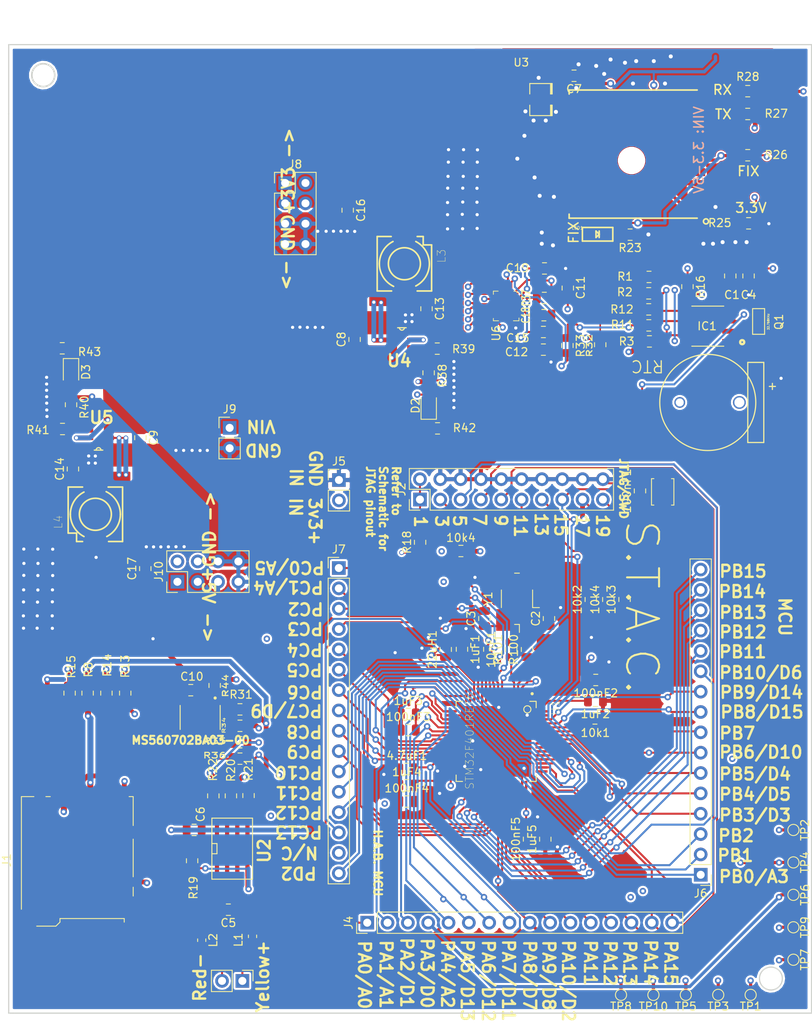
<source format=kicad_pcb>
(kicad_pcb (version 20171130) (host pcbnew 5.0.2-bee76a0~70~ubuntu18.04.1)
  (layers (0 F.Cu signal) (1 In1.Cu power) (2 In2.Cu signal) (31 B.Cu signal) (34 B.Paste user) (35 F.Paste user) (36 B.SilkS user) (37 F.SilkS user) (38 B.Mask user) (39 F.Mask user) (44 Edge.Cuts user))
  (net 0 "")
  (net 1 +3V3)
  (net 2 GND)
  (net 3 "Net-(R31-Pad1)")
  (net 4 "Net-(R34-Pad1)")
  (net 5 "Net-(R35-Pad1)")
  (net 6 "Net-(R36-Pad2)")
  (net 7 "Net-(R44-Pad2)")
  (net 8 PA5)
  (net 9 PA7)
  (net 10 PA6)
  (net 11 PA8)
  (net 12 "Net-(LED1-PadC)")
  (net 13 "Net-(R27-Pad1)")
  (net 14 "Net-(R28-Pad1)")
  (net 15 "Net-(U$1-PadP$3)")
  (net 16 "Net-(C1-Pad1)")
  (net 17 "Net-(IC1-Pad1)")
  (net 18 "Net-(IC1-Pad2)")
  (net 19 "Net-(B2-Pad2)")
  (net 20 "Net-(IC1-Pad8)")
  (net 21 "Net-(IC1-Pad6)")
  (net 22 "Net-(IC1-Pad5)")
  (net 23 PB9)
  (net 24 PB8)
  (net 25 "Net-(10k2-Pad2)")
  (net 26 "Net-(10k3-Pad2)")
  (net 27 RST)
  (net 28 PB4)
  (net 29 PA15)
  (net 30 PA13)
  (net 31 PA14)
  (net 32 PB3)
  (net 33 "Net-(J2-Pad1)")
  (net 34 PA0)
  (net 35 PA1)
  (net 36 PA2)
  (net 37 PA3)
  (net 38 PA4)
  (net 39 PA9)
  (net 40 PA10)
  (net 41 PA11)
  (net 42 PA12)
  (net 43 PB0)
  (net 44 PB1)
  (net 45 PB2)
  (net 46 PB5)
  (net 47 PB6)
  (net 48 PB7)
  (net 49 PB10)
  (net 50 PB12)
  (net 51 PB13)
  (net 52 PB14)
  (net 53 PB15)
  (net 54 PC0)
  (net 55 PC1)
  (net 56 PC2)
  (net 57 PC3)
  (net 58 PC4)
  (net 59 PC5)
  (net 60 PC6)
  (net 61 PC7)
  (net 62 PC8)
  (net 63 PC9)
  (net 64 PC10)
  (net 65 PC11)
  (net 66 PC12)
  (net 67 PC13)
  (net 68 PD2)
  (net 69 PB11)
  (net 70 "Net-(C17-Pad1)")
  (net 71 "Net-(C18-Pad1)")
  (net 72 "Net-(C20-Pad1)")
  (net 73 "Net-(10k1-Pad1)")
  (net 74 "Net-(10k4-Pad2)")
  (net 75 "Net-(C2-Pad1)")
  (net 76 "Net-(C3-Pad1)")
  (net 77 "Net-(C8-Pad1)")
  (net 78 "Net-(C13-Pad2)")
  (net 79 "Net-(C13-Pad1)")
  (net 80 "Net-(C14-Pad1)")
  (net 81 "Net-(C14-Pad2)")
  (net 82 +5V)
  (net 83 "Net-(D2-Pad1)")
  (net 84 "Net-(D3-Pad1)")
  (net 85 "Net-(J1-Pad5)")
  (net 86 "Net-(R38-Pad1)")
  (net 87 "Net-(R40-Pad1)")
  (net 88 "Net-(R100-Pad1)")
  (net 89 "Net-(R101-Pad1)")
  (net 90 "Net-(C5-Pad1)")
  (net 91 "Net-(C5-Pad2)")
  (net 92 "Net-(J3-Pad1)")
  (net 93 "Net-(J3-Pad2)")
  (net 94 "Net-(R19-Pad2)")
  (net 95 "Net-(R20-Pad1)")
  (net 96 "Net-(R21-Pad1)")
  (net 97 "Net-(R22-Pad1)")
  (net 98 "Net-(C12-Pad1)")
  (net 99 "Net-(C19-Pad2)")
  (net 100 "Net-(R32-Pad1)")
  (net 101 "Net-(R33-Pad1)")
  (net 102 "Net-(U1-Pad5)")
  (net 103 "Net-(U1-Pad6)")
  (net 104 "Net-(IC1-Pad7)")
  (net 105 "Net-(LED1-PadA)")
  (net 106 /SCLK)
  (net 107 "Net-(Y1-Pad2)")
  (net 108 "Net-(Y1-Pad3)")
  (net 109 "Net-(J7-Pad15)")
  (net 110 "Net-(U3-PadP$20)")
  (net 111 "Net-(U3-PadP$18)")
  (net 112 "Net-(U3-PadP$17)")
  (net 113 "Net-(U3-PadP$16)")
  (net 114 "Net-(U3-PadP$15)")
  (net 115 "Net-(U3-PadP$14)")
  (net 116 "Net-(U3-PadP$13)")
  (net 117 "Net-(U3-PadP$7)")
  (net 118 "Net-(U3-PadP$6)")
  (net 119 "Net-(U3-PadP$4)")
  (net 120 "Net-(U3-PadP$2)")
  (net 121 "Net-(R25-Pad2)")
  (net 122 "Net-(C4-Pad1)")
  (module Capacitor_SMD:C_0805_2012Metric (layer F.Cu) (at 173.482 38.0215 270)
    (fp_text reference C4 (at 2.3645 0) (layer F.SilkS))
    (fp_text value C_Small hide)
    (pad 2 smd roundrect (at 0.9375 0 270) (size 0.975 1.4) (layers F.Cu F.Paste F.Mask) (net 2 GND))
    (pad 1 smd roundrect (at -0.9375 0 270) (size 0.975 1.4) (layers F.Cu F.Paste F.Mask) (net 122 "Net-(C4-Pad1)"))
  )
  (module Capacitor_SMD:C_0805_2012Metric (layer F.Cu) (at 171.196 38.0215 270)
    (fp_text reference C1 (at 2.358999 -0.213001) (layer F.SilkS))
    (fp_text value C_Small hide)
    (pad 1 smd roundrect (at -0.9375 0 270) (size 0.975 1.4) (layers F.Cu F.Paste F.Mask) (net 1 +3V3))
    (pad 2 smd roundrect (at 0.9375 0 270) (size 0.975 1.4) (layers F.Cu F.Paste F.Mask) (net 2 GND))
  )
  (module TestPoint:TestPoint_Pad_D1.0mm (layer F.Cu) (at 179.090999 123.381001 270)
    (fp_text reference TP7 (at 0 -1.448 270) (layer F.SilkS))
    (fp_text value TestPoint)
    (pad 1 smd circle (at 0 0 270) (size 1 1) (layers F.Cu F.Mask) (net 61 PC7))
  )
  (module TestPoint:TestPoint_Pad_D1.0mm (layer F.Cu) (at 157.542999 127.768999 180)
    (fp_text reference TP8 (at 0 -1.448 180) (layer F.SilkS))
    (fp_text value TestPoint)
    (pad 1 smd circle (at 0 0 180) (size 1 1) (layers F.Cu F.Mask) (net 11 PA8))
  )
  (module TestPoint:TestPoint_Pad_D1.0mm (layer F.Cu) (at 179.090999 119.331001 270)
    (fp_text reference TP9 (at 0 -1.448 270) (layer F.SilkS))
    (fp_text value TestPoint)
    (pad 1 smd circle (at 0 0 270) (size 1 1) (layers F.Cu F.Mask) (net 48 PB7))
  )
  (module TestPoint:TestPoint_Pad_D1.0mm (layer F.Cu) (at 161.592999 127.768999 180)
    (fp_text reference TP10 (at 0 -1.448 180) (layer F.SilkS))
    (fp_text value TestPoint)
    (pad 1 smd circle (at 0 0 180) (size 1 1) (layers F.Cu F.Mask) (net 47 PB6))
  )
  (module TestPoint:TestPoint_Pad_D1.0mm (layer F.Cu) (at 179.090999 115.281001 270)
    (fp_text reference TP6 (at 0 -1.448 270) (layer F.SilkS))
    (fp_text value TestPoint)
    (pad 1 smd circle (at 0 0 270) (size 1 1) (layers F.Cu F.Mask) (net 37 PA3))
  )
  (module TestPoint:TestPoint_Pad_D1.0mm (layer F.Cu) (at 165.642999 127.768999 180)
    (fp_text reference TP5 (at 0 -1.448 180) (layer F.SilkS))
    (fp_text value TestPoint)
    (pad 1 smd circle (at 0 0 180) (size 1 1) (layers F.Cu F.Mask) (net 9 PA7))
  )
  (module TestPoint:TestPoint_Pad_D1.0mm (layer F.Cu) (at 179.090999 111.231001 270)
    (fp_text reference TP4 (at 0 -1.448 270) (layer F.SilkS))
    (fp_text value TestPoint)
    (pad 1 smd circle (at 0 0 270) (size 1 1) (layers F.Cu F.Mask) (net 8 PA5))
  )
  (module TestPoint:TestPoint_Pad_D1.0mm (layer F.Cu) (at 169.692999 127.768999 180)
    (fp_text reference TP3 (at 0 -1.448 180) (layer F.SilkS))
    (fp_text value TestPoint)
    (pad 1 smd circle (at 0 0 180) (size 1 1) (layers F.Cu F.Mask) (net 10 PA6))
  )
  (module TestPoint:TestPoint_Pad_D1.0mm (layer F.Cu) (at 179.090999 107.181001 270)
    (fp_text reference TP2 (at 0 -1.448 270) (layer F.SilkS))
    (fp_text value TestPoint)
    (pad 1 smd circle (at 0 0 270) (size 1 1) (layers F.Cu F.Mask) (net 23 PB9))
  )
  (module TestPoint:TestPoint_Pad_D1.0mm (layer F.Cu) (at 173.742999 127.768999 180)
    (fp_text reference TP1 (at 0 -1.448 180) (layer F.SilkS))
    (fp_text value TestPoint)
    (pad 1 smd circle (at 0 0 180) (size 1 1) (layers F.Cu F.Mask) (net 24 PB8))
  )
  (module Connector_PinHeader_2.54mm:PinHeader_2x04_P2.54mm_Vertical (layer F.Cu) (at 115.57 26.416)
    (fp_text reference J8 (at 1.27 -2.33) (layer F.SilkS))
    (fp_text value Conn_02x04_Counter_Clockwise)
    (pad 8 thru_hole oval (at 2.54 7.62) (size 1.7 1.7) (drill 1) (layers *.Cu *.Mask) (net 2 GND))
    (pad 7 thru_hole oval (at 0 7.62) (size 1.7 1.7) (drill 1) (layers *.Cu *.Mask) (net 2 GND))
    (pad 6 thru_hole oval (at 2.54 5.08) (size 1.7 1.7) (drill 1) (layers *.Cu *.Mask) (net 2 GND))
    (pad 5 thru_hole oval (at 0 5.08) (size 1.7 1.7) (drill 1) (layers *.Cu *.Mask) (net 2 GND))
    (pad 4 thru_hole oval (at 2.54 2.54) (size 1.7 1.7) (drill 1) (layers *.Cu *.Mask) (net 1 +3V3))
    (pad 3 thru_hole oval (at 0 2.54) (size 1.7 1.7) (drill 1) (layers *.Cu *.Mask) (net 1 +3V3))
    (pad 2 thru_hole oval (at 2.54 0) (size 1.7 1.7) (drill 1) (layers *.Cu *.Mask) (net 1 +3V3))
    (pad 1 thru_hole rect (at 0 0) (size 1.7 1.7) (drill 1) (layers *.Cu *.Mask) (net 1 +3V3))
  )
  (module Connector_PinHeader_2.54mm:PinHeader_2x04_P2.54mm_Vertical (layer F.Cu) (at 102.108 76.2 90)
    (fp_text reference J10 (at 1.27 -2.33 90) (layer F.SilkS))
    (fp_text value Conn_02x04_Counter_Clockwise)
    (pad 1 thru_hole rect (at 0 0 90) (size 1.7 1.7) (drill 1) (layers *.Cu *.Mask) (net 82 +5V))
    (pad 2 thru_hole oval (at 2.54 0 90) (size 1.7 1.7) (drill 1) (layers *.Cu *.Mask) (net 82 +5V))
    (pad 3 thru_hole oval (at 0 2.54 90) (size 1.7 1.7) (drill 1) (layers *.Cu *.Mask) (net 82 +5V))
    (pad 4 thru_hole oval (at 2.54 2.54 90) (size 1.7 1.7) (drill 1) (layers *.Cu *.Mask) (net 82 +5V))
    (pad 5 thru_hole oval (at 0 5.08 90) (size 1.7 1.7) (drill 1) (layers *.Cu *.Mask) (net 2 GND))
    (pad 6 thru_hole oval (at 2.54 5.08 90) (size 1.7 1.7) (drill 1) (layers *.Cu *.Mask) (net 2 GND))
    (pad 7 thru_hole oval (at 0 7.62 90) (size 1.7 1.7) (drill 1) (layers *.Cu *.Mask) (net 2 GND))
    (pad 8 thru_hole oval (at 2.54 7.62 90) (size 1.7 1.7) (drill 1) (layers *.Cu *.Mask) (net 2 GND))
  )
  (module MS560702BA03-00:SON125P500X300X100-8N (layer F.Cu) (at 104.949234 93.134805 270)
    (fp_text reference U7 hide)
    (fp_text value MS560702BA03-00 (at 2.845 1.185) (layer F.SilkS) (effects (font (thickness 0.25))))
    (pad 1 smd rect (at -1.175 -1.875 270) (size 1.36 0.65) (layers F.Cu F.Paste F.Mask) (net 7 "Net-(R44-Pad2)"))
    (pad 8 smd rect (at 1.175 -1.875 270) (size 1.36 0.65) (layers F.Cu F.Paste F.Mask) (net 3 "Net-(R31-Pad1)"))
    (pad 2 smd rect (at -1.175 -0.625 270) (size 1.36 0.65) (layers F.Cu F.Paste F.Mask) (net 2 GND))
    (pad 3 smd rect (at -1.175 0.625 270) (size 1.36 0.65) (layers F.Cu F.Paste F.Mask) (net 2 GND))
    (pad 4 smd rect (at -1.175 1.875 270) (size 1.36 0.65) (layers F.Cu F.Paste F.Mask) (net 6 "Net-(R36-Pad2)"))
    (pad 5 smd rect (at 1.175 1.875 270) (size 1.36 0.65) (layers F.Cu F.Paste F.Mask) (net 6 "Net-(R36-Pad2)"))
    (pad 6 smd rect (at 1.175 0.625 270) (size 1.36 0.65) (layers F.Cu F.Paste F.Mask) (net 5 "Net-(R35-Pad1)"))
    (pad 7 smd rect (at 1.175 -0.625 270) (size 1.36 0.65) (layers F.Cu F.Paste F.Mask) (net 4 "Net-(R34-Pad1)"))
  )
  (module Capacitor_SMD:C_0805_2012Metric (layer F.Cu) (at 103.776734 89.729805 180)
    (fp_text reference C10 (at -0.1375 1.7) (layer F.SilkS))
    (fp_text value 100nF)
    (pad 1 smd roundrect (at -0.9375 0 180) (size 0.975 1.4) (layers F.Cu F.Paste F.Mask) (net 1 +3V3))
    (pad 2 smd roundrect (at 0.9375 0 180) (size 0.975 1.4) (layers F.Cu F.Paste F.Mask) (net 2 GND))
  )
  (module Resistor_SMD:R_0805_2012Metric (layer F.Cu) (at 109.926734 92.129805)
    (fp_text reference R31 (at 0.1375 -1.85) (layer F.SilkS))
    (fp_text value 0)
    (pad 2 smd roundrect (at 0.9375 0) (size 0.975 1.4) (layers F.Cu F.Paste F.Mask) (net 106 /SCLK))
    (pad 1 smd roundrect (at -0.9375 0) (size 0.975 1.4) (layers F.Cu F.Paste F.Mask) (net 3 "Net-(R31-Pad1)"))
  )
  (module Resistor_SMD:R_0805_2012Metric (layer F.Cu) (at 109.926734 94.179805)
    (fp_text reference R34 (at -2.0125 -0.05 90) (layer F.SilkS) (effects (font (size 0.4 0.7) (thickness 0.1))))
    (fp_text value 0)
    (pad 1 smd roundrect (at -0.9375 0) (size 0.975 1.4) (layers F.Cu F.Paste F.Mask) (net 4 "Net-(R34-Pad1)"))
    (pad 2 smd roundrect (at 0.9375 0) (size 0.975 1.4) (layers F.Cu F.Paste F.Mask) (net 9 PA7))
  )
  (module Resistor_SMD:R_0805_2012Metric (layer F.Cu) (at 109.926734 96.229805)
    (fp_text reference R35 (at -3.1625 -0.15) (layer F.SilkS) (effects (font (size 0.7 1))))
    (fp_text value 0)
    (pad 2 smd roundrect (at 0.9375 0) (size 0.975 1.4) (layers F.Cu F.Paste F.Mask) (net 10 PA6))
    (pad 1 smd roundrect (at -0.9375 0) (size 0.975 1.4) (layers F.Cu F.Paste F.Mask) (net 5 "Net-(R35-Pad1)"))
  )
  (module Resistor_SMD:R_0805_2012Metric (layer F.Cu) (at 109.926734 98.279805 180)
    (fp_text reference R36 (at 3.1625 0.4 180) (layer F.SilkS) (effects (font (size 0.7 1))))
    (fp_text value 0)
    (pad 1 smd roundrect (at -0.9375 0 180) (size 0.975 1.4) (layers F.Cu F.Paste F.Mask) (net 11 PA8))
    (pad 2 smd roundrect (at 0.9375 0 180) (size 0.975 1.4) (layers F.Cu F.Paste F.Mask) (net 6 "Net-(R36-Pad2)"))
  )
  (module Resistor_SMD:R_0805_2012Metric (layer F.Cu) (at 106.764234 89.142305 270)
    (fp_text reference R44 (at 0.0375 -1.35 270) (layer F.SilkS) (effects (font (size 0.7 1))))
    (fp_text value 0)
    (pad 1 smd roundrect (at -0.9375 0 270) (size 0.975 1.4) (layers F.Cu F.Paste F.Mask) (net 1 +3V3))
    (pad 2 smd roundrect (at 0.9375 0 270) (size 0.975 1.4) (layers F.Cu F.Paste F.Mask) (net 7 "Net-(R44-Pad2)"))
  )
  (module "Adafruit Ultimate GPS:FGPMMOPA6H" (layer F.Cu) (at 159.0626 22.8089 180)
    (fp_text reference U3 (at 15.0446 10.8709 180) (layer F.SilkS) (effects (font (size 0.9652 0.9652) (thickness 0.14478)) (justify left bottom)))
    (fp_text value FGPMMOPA6H)
    (pad "" np_thru_hole circle (at 0.2 -0.8 180) (size 3 3) (drill 3) (layers *.Cu))
    (pad P$20 smd rect (at 8 -6.75) (size 2 1) (layers F.Cu F.Paste F.Mask) (net 110 "Net-(U3-PadP$20)"))
    (pad P$19 smd rect (at 8 -5.25) (size 2 1) (layers F.Cu F.Paste F.Mask) (net 2 GND))
    (pad P$18 smd rect (at 8 -3.75) (size 2 1) (layers F.Cu F.Paste F.Mask) (net 111 "Net-(U3-PadP$18)"))
    (pad P$17 smd rect (at 8 -2.25) (size 2 1) (layers F.Cu F.Paste F.Mask) (net 112 "Net-(U3-PadP$17)"))
    (pad P$16 smd rect (at 8 -0.75) (size 2 1) (layers F.Cu F.Paste F.Mask) (net 113 "Net-(U3-PadP$16)"))
    (pad P$15 smd rect (at 8 0.75) (size 2 1) (layers F.Cu F.Paste F.Mask) (net 114 "Net-(U3-PadP$15)"))
    (pad P$14 smd rect (at 8 2.25) (size 2 1) (layers F.Cu F.Paste F.Mask) (net 115 "Net-(U3-PadP$14)"))
    (pad P$13 smd rect (at 8 3.75) (size 2 1) (layers F.Cu F.Paste F.Mask) (net 116 "Net-(U3-PadP$13)"))
    (pad P$12 smd rect (at 8 5.25) (size 2 1) (layers F.Cu F.Paste F.Mask) (net 2 GND))
    (pad P$11 smd rect (at 8 6.75) (size 2 1) (layers F.Cu F.Paste F.Mask) (net 15 "Net-(U$1-PadP$3)"))
    (pad P$10 smd rect (at -8 6.75 180) (size 2 1) (layers F.Cu F.Paste F.Mask) (net 14 "Net-(R28-Pad1)"))
    (pad P$9 smd rect (at -8 5.25 180) (size 2 1) (layers F.Cu F.Paste F.Mask) (net 13 "Net-(R27-Pad1)"))
    (pad P$8 smd rect (at -8 3.75 180) (size 2 1) (layers F.Cu F.Paste F.Mask) (net 2 GND))
    (pad P$7 smd rect (at -8 2.25 180) (size 2 1) (layers F.Cu F.Paste F.Mask) (net 117 "Net-(U3-PadP$7)"))
    (pad P$6 smd rect (at -8 0.75 180) (size 2 1) (layers F.Cu F.Paste F.Mask) (net 118 "Net-(U3-PadP$6)"))
    (pad P$5 smd rect (at -8 -0.75 180) (size 2 1) (layers F.Cu F.Paste F.Mask) (net 105 "Net-(LED1-PadA)"))
    (pad P$4 smd rect (at -8 -2.25 180) (size 2 1) (layers F.Cu F.Paste F.Mask) (net 119 "Net-(U3-PadP$4)"))
    (pad P$3 smd rect (at -8 -3.75 180) (size 2 1) (layers F.Cu F.Paste F.Mask) (net 2 GND))
    (pad P$2 smd rect (at -8 -5.25 180) (size 2 1) (layers F.Cu F.Paste F.Mask) (net 120 "Net-(U3-PadP$2)"))
    (pad P$1 smd rect (at -8 -6.75 180) (size 2 1) (layers F.Cu F.Paste F.Mask) (net 121 "Net-(R25-Pad2)"))
  )
  (module "Adafruit Ultimate GPS:CHIPLED_0805" (layer F.Cu) (at 154.6176 32.8179 270)
    (fp_text reference LED1 (at -1.016 1.778 180) (layer F.SilkS) (effects (font (size 0.38608 0.38608) (thickness 0.057912)) (justify right top)))
    (fp_text value RED)
    (pad A smd rect (at 0 1.05 270) (size 1.2 1.2) (layers F.Cu F.Paste F.Mask) (net 105 "Net-(LED1-PadA)"))
    (pad C smd rect (at 0 -1.05 270) (size 1.2 1.2) (layers F.Cu F.Paste F.Mask) (net 12 "Net-(LED1-PadC)"))
  )
  (module Capacitor_SMD:C_0805_2012Metric (layer F.Cu) (at 151.6726 13.0299 180)
    (fp_text reference C7 (at 0 -1.65 180) (layer F.SilkS))
    (fp_text value 0.1uF)
    (pad 1 smd roundrect (at -0.9375 0 180) (size 0.975 1.4) (layers F.Cu F.Paste F.Mask))
    (pad 2 smd roundrect (at 0.9375 0 180) (size 0.975 1.4) (layers F.Cu F.Paste F.Mask))
  )
  (module Resistor_SMD:R_0805_2012Metric (layer F.Cu) (at 158.6816 32.8659 180)
    (fp_text reference R23 (at 0 -1.65 180) (layer F.SilkS))
    (fp_text value 1K)
    (pad 1 smd roundrect (at -0.9375 0 180) (size 0.975 1.4) (layers F.Cu F.Paste F.Mask) (net 2 GND))
    (pad 2 smd roundrect (at 0.9375 0 180) (size 0.975 1.4) (layers F.Cu F.Paste F.Mask) (net 12 "Net-(LED1-PadC)"))
  )
  (module Resistor_SMD:R_0805_2012Metric (layer F.Cu) (at 173.49 31.452 180)
    (fp_text reference R25 (at 3.6 0.05 180) (layer F.SilkS))
    (fp_text value 0)
    (pad 1 smd roundrect (at -0.9375 0 180) (size 0.975 1.4) (layers F.Cu F.Paste F.Mask) (net 1 +3V3))
    (pad 2 smd roundrect (at 0.9375 0 180) (size 0.975 1.4) (layers F.Cu F.Paste F.Mask) (net 121 "Net-(R25-Pad2)"))
  )
  (module Resistor_SMD:R_0805_2012Metric (layer F.Cu) (at 173.3775 22.952)
    (fp_text reference R26 (at 3.5625 -0.05) (layer F.SilkS))
    (fp_text value 0)
    (pad 2 smd roundrect (at 0.9375 0) (size 0.975 1.4) (layers F.Cu F.Paste F.Mask) (net 53 PB15))
    (pad 1 smd roundrect (at -0.9375 0) (size 0.975 1.4) (layers F.Cu F.Paste F.Mask) (net 105 "Net-(LED1-PadA)"))
  )
  (module Resistor_SMD:R_0805_2012Metric (layer F.Cu) (at 173.3775 17.802)
    (fp_text reference R27 (at 3.5625 -0.05) (layer F.SilkS))
    (fp_text value 0)
    (pad 2 smd roundrect (at 0.9375 0) (size 0.975 1.4) (layers F.Cu F.Paste F.Mask) (net 48 PB7))
    (pad 1 smd roundrect (at -0.9375 0) (size 0.975 1.4) (layers F.Cu F.Paste F.Mask) (net 13 "Net-(R27-Pad1)"))
  )
  (module Resistor_SMD:R_0805_2012Metric (layer F.Cu) (at 173.3775 14.952)
    (fp_text reference R28 (at 0.0125 -1.8) (layer F.SilkS))
    (fp_text value 0)
    (pad 1 smd roundrect (at -0.9375 0) (size 0.975 1.4) (layers F.Cu F.Paste F.Mask) (net 14 "Net-(R28-Pad1)"))
    (pad 2 smd roundrect (at 0.9375 0) (size 0.975 1.4) (layers F.Cu F.Paste F.Mask) (net 47 PB6))
  )
  (module "Adafruit Ultimate GPS:U.FL" (layer F.Cu) (at 147.44 16.002)
    (fp_text reference U$1 hide)
    (fp_text value U.FL hide)
    (pad P$1 smd rect (at 0 -1.375) (size 2.2 0.85) (layers F.Cu F.Paste F.Mask) (net 2 GND))
    (pad P$2 smd rect (at 0 1.375) (size 2.2 0.85) (layers F.Cu F.Paste F.Mask) (net 2 GND))
    (pad P$3 smd rect (at 1.525 0) (size 1.05 1) (layers F.Cu F.Paste F.Mask) (net 15 "Net-(U$1-PadP$3)"))
    (pad P$4 smd rect (at -1.525 0) (size 1.05 1) (layers F.Cu F.Paste F.Mask))
  )
  (module SOIC127P600X175-8N:SOIC127P600X175-8N (layer F.Cu) (at 168.386 44.287 180)
    (fp_text reference IC1 (at 0.09 0 180) (layer F.SilkS))
    (fp_text value RTC_PCF8523T)
    (pad 8 smd rect (at 2.63 -1.905 180) (size 1.65 0.61) (layers F.Cu F.Paste F.Mask) (net 20 "Net-(IC1-Pad8)"))
    (pad 7 smd rect (at 2.63 -0.635 180) (size 1.65 0.61) (layers F.Cu F.Paste F.Mask) (net 104 "Net-(IC1-Pad7)"))
    (pad 6 smd rect (at 2.63 0.635 180) (size 1.65 0.61) (layers F.Cu F.Paste F.Mask) (net 21 "Net-(IC1-Pad6)"))
    (pad 5 smd rect (at 2.63 1.905 180) (size 1.65 0.61) (layers F.Cu F.Paste F.Mask) (net 22 "Net-(IC1-Pad5)"))
    (pad 4 smd rect (at -2.63 1.905 180) (size 1.65 0.61) (layers F.Cu F.Paste F.Mask) (net 2 GND))
    (pad 3 smd rect (at -2.63 0.635 180) (size 1.65 0.61) (layers F.Cu F.Paste F.Mask) (net 19 "Net-(B2-Pad2)"))
    (pad 2 smd rect (at -2.63 -0.635 180) (size 1.65 0.61) (layers F.Cu F.Paste F.Mask) (net 18 "Net-(IC1-Pad2)"))
    (pad 1 smd rect (at -2.63 -1.905 180) (size 1.65 0.61) (layers F.Cu F.Paste F.Mask) (net 17 "Net-(IC1-Pad1)"))
  )
  (module ABS07W-32.768KHZ-D-2-T:XTAL320X150X90 (layer F.Cu) (at 174.736 43.7028 90)
    (fp_text reference Q1 (at -0.0508 2.54 90) (layer F.SilkS) (effects (font (size 1.00058 1.00058))))
    (fp_text value 32.768KHz (at -0.0392 1.22 90) (layer F.SilkS) (effects (font (size 0.25 0.25) (thickness 0.0625))))
    (pad 1 smd rect (at -1.2192 0 90) (size 1.0922 1.905) (layers F.Cu F.Paste F.Mask) (net 17 "Net-(IC1-Pad1)"))
    (pad 2 smd rect (at 1.2192 0 90) (size 1.0922 1.905) (layers F.Cu F.Paste F.Mask) (net 18 "Net-(IC1-Pad2)"))
  )
  (module Resistor_SMD:R_0805_2012Metric (layer F.Cu) (at 161.0435 38.142)
    (fp_text reference R1 (at -2.9875 -0.05) (layer F.SilkS))
    (fp_text value 0)
    (pad 2 smd roundrect (at 0.9375 0) (size 0.975 1.4) (layers F.Cu F.Paste F.Mask) (net 20 "Net-(IC1-Pad8)"))
    (pad 1 smd roundrect (at -0.9375 0) (size 0.975 1.4) (layers F.Cu F.Paste F.Mask) (net 122 "Net-(C4-Pad1)"))
  )
  (module Resistor_SMD:R_0805_2012Metric (layer F.Cu) (at 161.006 40.192 180)
    (fp_text reference R2 (at 2.9875 0.15 180) (layer F.SilkS))
    (fp_text value 8.2k)
    (pad 2 smd roundrect (at 0.9375 0 180) (size 0.975 1.4) (layers F.Cu F.Paste F.Mask) (net 23 PB9))
    (pad 1 smd roundrect (at -0.9375 0 180) (size 0.975 1.4) (layers F.Cu F.Paste F.Mask) (net 20 "Net-(IC1-Pad8)"))
  )
  (module Resistor_SMD:R_0805_2012Metric (layer F.Cu) (at 161.0935 46.192 180)
    (fp_text reference R3 (at 2.85 0 180) (layer F.SilkS))
    (fp_text value 8.2k)
    (pad 1 smd roundrect (at -0.9375 0 180) (size 0.975 1.4) (layers F.Cu F.Paste F.Mask) (net 20 "Net-(IC1-Pad8)"))
    (pad 2 smd roundrect (at 0.9375 0 180) (size 0.975 1.4) (layers F.Cu F.Paste F.Mask) (net 24 PB8))
  )
  (module Resistor_SMD:R_0805_2012Metric (layer F.Cu) (at 161.0185 44.192 180)
    (fp_text reference R11 (at 3.3 0.1 180) (layer F.SilkS))
    (fp_text value 0)
    (pad 2 smd roundrect (at 0.9375 0 180) (size 0.975 1.4) (layers F.Cu F.Paste F.Mask) (net 24 PB8))
    (pad 1 smd roundrect (at -0.9375 0 180) (size 0.975 1.4) (layers F.Cu F.Paste F.Mask) (net 21 "Net-(IC1-Pad6)"))
  )
  (module Resistor_SMD:R_0805_2012Metric (layer F.Cu) (at 161.006 42.192 180)
    (fp_text reference R12 (at 3.35 0 180) (layer F.SilkS))
    (fp_text value 0)
    (pad 1 smd roundrect (at -0.9375 0 180) (size 0.975 1.4) (layers F.Cu F.Paste F.Mask) (net 22 "Net-(IC1-Pad5)"))
    (pad 2 smd roundrect (at 0.9375 0 180) (size 0.975 1.4) (layers F.Cu F.Paste F.Mask) (net 23 PB9))
  )
  (module Resistor_SMD:R_0805_2012Metric (layer F.Cu) (at 165.846 39.357 270)
    (fp_text reference R16 (at 0 -1.65 270) (layer F.SilkS))
    (fp_text value 1K)
    (pad 1 smd roundrect (at -0.9375 0 270) (size 0.975 1.4) (layers F.Cu F.Paste F.Mask) (net 1 +3V3))
    (pad 2 smd roundrect (at 0.9375 0 270) (size 0.975 1.4) (layers F.Cu F.Paste F.Mask) (net 122 "Net-(C4-Pad1)"))
  )
  (module TPS564208:INDC7070X450 (layer F.Cu) (at 130.57507 36.522009 270)
    (fp_text reference L3 (at -0.98623 -4.53724 270) (layer F.SilkS) (effects (font (size 1.00085 1.00085) (thickness 0.05))))
    (fp_text value 2.2uH hide)
    (pad 1 smd rect (at -3.2254 0.1016) (size 2.2 1.5) (layers F.Cu F.Paste F.Mask) (net 1 +3V3))
    (pad 2 smd rect (at 3.1746 0.1016) (size 2.2 1.5) (layers F.Cu F.Paste F.Mask) (net 79 "Net-(C13-Pad1)"))
  )
  (module TPS564208:INDC7070X450 (layer F.Cu) (at 91.75371 67.748369 90)
    (fp_text reference L4 (at -0.98623 -4.53724 90) (layer F.SilkS) (effects (font (size 1.00085 1.00085) (thickness 0.05))))
    (fp_text value 3.3uH hide)
    (pad 1 smd rect (at -3.2254 0.1016 180) (size 2.2 1.5) (layers F.Cu F.Paste F.Mask) (net 82 +5V))
    (pad 2 smd rect (at 3.1746 0.1016 180) (size 2.2 1.5) (layers F.Cu F.Paste F.Mask) (net 80 "Net-(C14-Pad1)"))
  )
  (module TPS564208:TPS564208 (layer F.Cu) (at 92.25155 58.239009 180)
    (fp_text reference U5 hide)
    (fp_text value TPS564208 hide)
    (pad 1 smd rect (at -1.2954 -0.9398 180) (size 1.27 0.5588) (layers F.Cu F.Paste F.Mask) (net 2 GND))
    (pad 2 smd rect (at -1.2954 0 180) (size 1.27 0.5588) (layers F.Cu F.Paste F.Mask) (net 80 "Net-(C14-Pad1)"))
    (pad 3 smd rect (at -1.2954 0.9398 180) (size 1.27 0.5588) (layers F.Cu F.Paste F.Mask) (net 77 "Net-(C8-Pad1)"))
    (pad 4 smd rect (at 1.2954 0.9398 180) (size 1.27 0.5588) (layers F.Cu F.Paste F.Mask) (net 87 "Net-(R40-Pad1)"))
    (pad 5 smd rect (at 1.2954 0 180) (size 1.27 0.5588) (layers F.Cu F.Paste F.Mask) (net 77 "Net-(C8-Pad1)"))
    (pad 6 smd rect (at 1.2954 -0.9398 180) (size 1.27 0.5588) (layers F.Cu F.Paste F.Mask) (net 81 "Net-(C14-Pad2)"))
  )
  (module TPS564208:TPS564208 (layer F.Cu) (at 130.16359 46.008909)
    (fp_text reference U4 hide)
    (fp_text value TPS564208 hide)
    (pad 1 smd rect (at -1.2954 -0.9398) (size 1.27 0.5588) (layers F.Cu F.Paste F.Mask) (net 2 GND))
    (pad 2 smd rect (at -1.2954 0) (size 1.27 0.5588) (layers F.Cu F.Paste F.Mask) (net 79 "Net-(C13-Pad1)"))
    (pad 3 smd rect (at -1.2954 0.9398) (size 1.27 0.5588) (layers F.Cu F.Paste F.Mask) (net 77 "Net-(C8-Pad1)"))
    (pad 4 smd rect (at 1.2954 0.9398) (size 1.27 0.5588) (layers F.Cu F.Paste F.Mask) (net 86 "Net-(R38-Pad1)"))
    (pad 5 smd rect (at 1.2954 0) (size 1.27 0.5588) (layers F.Cu F.Paste F.Mask) (net 77 "Net-(C8-Pad1)"))
    (pad 6 smd rect (at 1.2954 -0.9398) (size 1.27 0.5588) (layers F.Cu F.Paste F.Mask) (net 78 "Net-(C13-Pad2)"))
  )
  (module STM32F401RET6:QFP50P1200X1200X160-64N (layer F.Cu) (at 141.938167 96.124548 270)
    (fp_text reference U1 (at -4.22007 -7.40267 270) (layer F.SilkS) (effects (font (size 1.00239 1.00239) (thickness 0.05))))
    (fp_text value STM32F401RET6 (at -0.04318 3.302 270) (layer F.SilkS) (effects (font (size 1.00246 1.00246) (thickness 0.05))))
    (pad 1 smd rect (at -5.67 -3.75 270) (size 1.5 0.3) (layers F.Cu F.Paste F.Mask) (net 1 +3V3))
    (pad 2 smd rect (at -5.67 -3.25 270) (size 1.5 0.3) (layers F.Cu F.Paste F.Mask) (net 67 PC13))
    (pad 3 smd rect (at -5.67 -2.75 270) (size 1.5 0.3) (layers F.Cu F.Paste F.Mask) (net 88 "Net-(R100-Pad1)"))
    (pad 4 smd rect (at -5.67 -2.25 270) (size 1.5 0.3) (layers F.Cu F.Paste F.Mask) (net 89 "Net-(R101-Pad1)"))
    (pad 5 smd rect (at -5.67 -1.75 270) (size 1.5 0.3) (layers F.Cu F.Paste F.Mask) (net 102 "Net-(U1-Pad5)"))
    (pad 6 smd rect (at -5.67 -1.25 270) (size 1.5 0.3) (layers F.Cu F.Paste F.Mask) (net 103 "Net-(U1-Pad6)"))
    (pad 7 smd rect (at -5.67 -0.75 270) (size 1.5 0.3) (layers F.Cu F.Paste F.Mask) (net 27 RST))
    (pad 8 smd rect (at -5.67 -0.25 270) (size 1.5 0.3) (layers F.Cu F.Paste F.Mask) (net 54 PC0))
    (pad 9 smd rect (at -5.67 0.25 270) (size 1.5 0.3) (layers F.Cu F.Paste F.Mask) (net 55 PC1))
    (pad 10 smd rect (at -5.67 0.75 270) (size 1.5 0.3) (layers F.Cu F.Paste F.Mask) (net 56 PC2))
    (pad 11 smd rect (at -5.67 1.25 270) (size 1.5 0.3) (layers F.Cu F.Paste F.Mask) (net 57 PC3))
    (pad 12 smd rect (at -5.67 1.75 270) (size 1.5 0.3) (layers F.Cu F.Paste F.Mask) (net 2 GND))
    (pad 13 smd rect (at -5.67 2.25 270) (size 1.5 0.3) (layers F.Cu F.Paste F.Mask) (net 1 +3V3))
    (pad 14 smd rect (at -5.67 2.75 270) (size 1.5 0.3) (layers F.Cu F.Paste F.Mask) (net 34 PA0))
    (pad 15 smd rect (at -5.67 3.25 270) (size 1.5 0.3) (layers F.Cu F.Paste F.Mask) (net 35 PA1))
    (pad 16 smd rect (at -5.67 3.75 270) (size 1.5 0.3) (layers F.Cu F.Paste F.Mask) (net 36 PA2))
    (pad 17 smd rect (at -3.75 5.67) (size 1.5 0.3) (layers F.Cu F.Paste F.Mask) (net 37 PA3))
    (pad 18 smd rect (at -3.25 5.67) (size 1.5 0.3) (layers F.Cu F.Paste F.Mask) (net 2 GND))
    (pad 19 smd rect (at -2.75 5.67) (size 1.5 0.3) (layers F.Cu F.Paste F.Mask) (net 1 +3V3))
    (pad 20 smd rect (at -2.25 5.67) (size 1.5 0.3) (layers F.Cu F.Paste F.Mask) (net 38 PA4))
    (pad 21 smd rect (at -1.75 5.67) (size 1.5 0.3) (layers F.Cu F.Paste F.Mask) (net 8 PA5))
    (pad 22 smd rect (at -1.25 5.67) (size 1.5 0.3) (layers F.Cu F.Paste F.Mask) (net 10 PA6))
    (pad 23 smd rect (at -0.75 5.67) (size 1.5 0.3) (layers F.Cu F.Paste F.Mask) (net 9 PA7))
    (pad 24 smd rect (at -0.25 5.67) (size 1.5 0.3) (layers F.Cu F.Paste F.Mask) (net 58 PC4))
    (pad 25 smd rect (at 0.25 5.67) (size 1.5 0.3) (layers F.Cu F.Paste F.Mask) (net 59 PC5))
    (pad 26 smd rect (at 0.75 5.67) (size 1.5 0.3) (layers F.Cu F.Paste F.Mask) (net 43 PB0))
    (pad 27 smd rect (at 1.25 5.67) (size 1.5 0.3) (layers F.Cu F.Paste F.Mask) (net 44 PB1))
    (pad 28 smd rect (at 1.75 5.67) (size 1.5 0.3) (layers F.Cu F.Paste F.Mask) (net 45 PB2))
    (pad 29 smd rect (at 2.25 5.67) (size 1.5 0.3) (layers F.Cu F.Paste F.Mask) (net 49 PB10))
    (pad 30 smd rect (at 2.75 5.67) (size 1.5 0.3) (layers F.Cu F.Paste F.Mask) (net 69 PB11))
    (pad 31 smd rect (at 3.25 5.67) (size 1.5 0.3) (layers F.Cu F.Paste F.Mask) (net 2 GND))
    (pad 32 smd rect (at 3.75 5.67) (size 1.5 0.3) (layers F.Cu F.Paste F.Mask) (net 1 +3V3))
    (pad 33 smd rect (at 5.67 3.75 90) (size 1.5 0.3) (layers F.Cu F.Paste F.Mask) (net 50 PB12))
    (pad 34 smd rect (at 5.67 3.25 90) (size 1.5 0.3) (layers F.Cu F.Paste F.Mask) (net 51 PB13))
    (pad 35 smd rect (at 5.67 2.75 90) (size 1.5 0.3) (layers F.Cu F.Paste F.Mask) (net 52 PB14))
    (pad 36 smd rect (at 5.67 2.25 90) (size 1.5 0.3) (layers F.Cu F.Paste F.Mask) (net 53 PB15))
    (pad 37 smd rect (at 5.67 1.75 90) (size 1.5 0.3) (layers F.Cu F.Paste F.Mask) (net 60 PC6))
    (pad 38 smd rect (at 5.67 1.25 90) (size 1.5 0.3) (layers F.Cu F.Paste F.Mask) (net 61 PC7))
    (pad 39 smd rect (at 5.67 0.75 90) (size 1.5 0.3) (layers F.Cu F.Paste F.Mask) (net 62 PC8))
    (pad 40 smd rect (at 5.67 0.25 90) (size 1.5 0.3) (layers F.Cu F.Paste F.Mask) (net 63 PC9))
    (pad 41 smd rect (at 5.67 -0.25 90) (size 1.5 0.3) (layers F.Cu F.Paste F.Mask) (net 11 PA8))
    (pad 42 smd rect (at 5.67 -0.75 90) (size 1.5 0.3) (layers F.Cu F.Paste F.Mask) (net 39 PA9))
    (pad 43 smd rect (at 5.67 -1.25 90) (size 1.5 0.3) (layers F.Cu F.Paste F.Mask) (net 40 PA10))
    (pad 44 smd rect (at 5.67 -1.75 90) (size 1.5 0.3) (layers F.Cu F.Paste F.Mask) (net 41 PA11))
    (pad 45 smd rect (at 5.67 -2.25 90) (size 1.5 0.3) (layers F.Cu F.Paste F.Mask) (net 42 PA12))
    (pad 46 smd rect (at 5.67 -2.75 90) (size 1.5 0.3) (layers F.Cu F.Paste F.Mask) (net 30 PA13))
    (pad 47 smd rect (at 5.67 -3.25 90) (size 1.5 0.3) (layers F.Cu F.Paste F.Mask) (net 2 GND))
    (pad 48 smd rect (at 5.67 -3.75 90) (size 1.5 0.3) (layers F.Cu F.Paste F.Mask) (net 1 +3V3))
    (pad 49 smd rect (at 3.75 -5.67 180) (size 1.5 0.3) (layers F.Cu F.Paste F.Mask) (net 31 PA14))
    (pad 50 smd rect (at 3.25 -5.67 180) (size 1.5 0.3) (layers F.Cu F.Paste F.Mask) (net 29 PA15))
    (pad 51 smd rect (at 2.75 -5.67 180) (size 1.5 0.3) (layers F.Cu F.Paste F.Mask) (net 64 PC10))
    (pad 52 smd rect (at 2.25 -5.67 180) (size 1.5 0.3) (layers F.Cu F.Paste F.Mask) (net 65 PC11))
    (pad 53 smd rect (at 1.75 -5.67 180) (size 1.5 0.3) (layers F.Cu F.Paste F.Mask) (net 66 PC12))
    (pad 54 smd rect (at 1.25 -5.67 180) (size 1.5 0.3) (layers F.Cu F.Paste F.Mask) (net 68 PD2))
    (pad 55 smd rect (at 0.75 -5.67 180) (size 1.5 0.3) (layers F.Cu F.Paste F.Mask) (net 32 PB3))
    (pad 56 smd rect (at 0.25 -5.67 180) (size 1.5 0.3) (layers F.Cu F.Paste F.Mask) (net 28 PB4))
    (pad 57 smd rect (at -0.25 -5.67 180) (size 1.5 0.3) (layers F.Cu F.Paste F.Mask) (net 46 PB5))
    (pad 58 smd rect (at -0.75 -5.67 180) (size 1.5 0.3) (layers F.Cu F.Paste F.Mask) (net 47 PB6))
    (pad 59 smd rect (at -1.25 -5.67 180) (size 1.5 0.3) (layers F.Cu F.Paste F.Mask) (net 48 PB7))
    (pad 60 smd rect (at -1.75 -5.67 180) (size 1.5 0.3) (layers F.Cu F.Paste F.Mask) (net 73 "Net-(10k1-Pad1)"))
    (pad 61 smd rect (at -2.25 -5.67 180) (size 1.5 0.3) (layers F.Cu F.Paste F.Mask) (net 24 PB8))
    (pad 62 smd rect (at -2.75 -5.67 180) (size 1.5 0.3) (layers F.Cu F.Paste F.Mask) (net 23 PB9))
    (pad 63 smd rect (at -3.25 -5.67 180) (size 1.5 0.3) (layers F.Cu F.Paste F.Mask) (net 2 GND))
    (pad 64 smd rect (at -3.75 -5.67 180) (size 1.5 0.3) (layers F.Cu F.Paste F.Mask) (net 1 +3V3))
  )
  (module Capacitor_SMD:C_0805_2012Metric (layer F.Cu) (at 159.916287 64.854568 90)
    (fp_text reference 100nF1 (at 0 -1.65 90) (layer F.SilkS))
    (fp_text value C5)
    (pad 2 smd roundrect (at 0.9375 0 90) (size 0.975 1.4) (layers F.Cu F.Paste F.Mask) (net 2 GND))
    (pad 1 smd roundrect (at -0.9375 0 90) (size 0.975 1.4) (layers F.Cu F.Paste F.Mask) (net 27 RST))
  )
  (module Capacitor_SMD:C_0805_2012Metric (layer F.Cu) (at 154.386767 88.458448 180)
    (fp_text reference 100nF2 (at 0 -1.65 180) (layer F.SilkS))
    (fp_text value C15)
    (pad 1 smd roundrect (at -0.9375 0 180) (size 0.975 1.4) (layers F.Cu F.Paste F.Mask) (net 2 GND))
    (pad 2 smd roundrect (at 0.9375 0 180) (size 0.975 1.4) (layers F.Cu F.Paste F.Mask) (net 1 +3V3))
  )
  (module Capacitor_SMD:C_0805_2012Metric (layer F.Cu) (at 130.960247 94.714848)
    (fp_text reference 100nF3 (at 0 -1.65) (layer F.SilkS))
    (fp_text value C9)
    (pad 2 smd roundrect (at 0.9375 0) (size 0.975 1.4) (layers F.Cu F.Paste F.Mask) (net 1 +3V3))
    (pad 1 smd roundrect (at -0.9375 0) (size 0.975 1.4) (layers F.Cu F.Paste F.Mask) (net 2 GND))
  )
  (module Capacitor_SMD:C_0805_2012Metric (layer F.Cu) (at 130.777447 103.632)
    (fp_text reference 100nF4 (at 0 -1.65) (layer F.SilkS))
    (fp_text value C13)
    (pad 1 smd roundrect (at -0.9375 0) (size 0.975 1.4) (layers F.Cu F.Paste F.Mask) (net 2 GND))
    (pad 2 smd roundrect (at 0.9375 0) (size 0.975 1.4) (layers F.Cu F.Paste F.Mask) (net 1 +3V3))
  )
  (module Capacitor_SMD:C_0805_2012Metric (layer F.Cu) (at 146.05 108.329248 90)
    (fp_text reference 100nF5 (at 0 -1.65 90) (layer F.SilkS))
    (fp_text value C11)
    (pad 2 smd roundrect (at 0.9375 0 90) (size 0.975 1.4) (layers F.Cu F.Paste F.Mask) (net 1 +3V3))
    (pad 1 smd roundrect (at -0.9375 0 90) (size 0.975 1.4) (layers F.Cu F.Paste F.Mask) (net 2 GND))
  )
  (module Resistor_SMD:R_0805_2012Metric (layer F.Cu) (at 154.286767 93.258448)
    (fp_text reference 10k1 (at 0.05 1.8) (layer F.SilkS))
    (fp_text value R5 hide)
    (pad 1 smd roundrect (at -0.9375 0) (size 0.975 1.4) (layers F.Cu F.Paste F.Mask) (net 73 "Net-(10k1-Pad1)"))
    (pad 2 smd roundrect (at 0.9375 0) (size 0.975 1.4) (layers F.Cu F.Paste F.Mask) (net 2 GND))
  )
  (module Resistor_SMD:R_0805_2012Metric (layer F.Cu) (at 153.764407 78.413128 90)
    (fp_text reference 10k2 (at 0 -1.65 90) (layer F.SilkS))
    (fp_text value R6)
    (pad 2 smd roundrect (at 0.9375 0 90) (size 0.975 1.4) (layers F.Cu F.Paste F.Mask) (net 25 "Net-(10k2-Pad2)"))
    (pad 1 smd roundrect (at -0.9375 0 90) (size 0.975 1.4) (layers F.Cu F.Paste F.Mask) (net 2 GND))
  )
  (module Resistor_SMD:R_0805_2012Metric (layer F.Cu) (at 157.988 78.4075 90)
    (fp_text reference 10k3 (at 0 -1.65 90) (layer F.SilkS))
    (fp_text value R7)
    (pad 1 smd roundrect (at -0.9375 0 90) (size 0.975 1.4) (layers F.Cu F.Paste F.Mask) (net 2 GND))
    (pad 2 smd roundrect (at 0.9375 0 90) (size 0.975 1.4) (layers F.Cu F.Paste F.Mask) (net 26 "Net-(10k3-Pad2)"))
  )
  (module Resistor_SMD:R_0805_2012Metric (layer F.Cu) (at 155.956 78.413128 90)
    (fp_text reference 10k4 (at 0 -1.65 90) (layer F.SilkS))
    (fp_text value R8)
    (pad 1 smd roundrect (at -0.9375 0 90) (size 0.975 1.4) (layers F.Cu F.Paste F.Mask) (net 2 GND))
    (pad 2 smd roundrect (at 0.9375 0 90) (size 0.975 1.4) (layers F.Cu F.Paste F.Mask) (net 74 "Net-(10k4-Pad2)"))
  )
  (module Capacitor_SMD:C_0805_2012Metric (layer F.Cu) (at 139.664867 84.628508 270)
    (fp_text reference 10nF1 (at 0 -1.65 270) (layer F.SilkS))
    (fp_text value C7)
    (pad 2 smd roundrect (at 0.9375 0 270) (size 0.975 1.4) (layers F.Cu F.Paste F.Mask) (net 1 +3V3))
    (pad 1 smd roundrect (at -0.9375 0 270) (size 0.975 1.4) (layers F.Cu F.Paste F.Mask) (net 2 GND))
  )
  (module Capacitor_SMD:C_0805_2012Metric (layer F.Cu) (at 137.668 84.625968 270)
    (fp_text reference 1uF1 (at 0 -1.65 270) (layer F.SilkS))
    (fp_text value C6)
    (pad 1 smd roundrect (at -0.9375 0 270) (size 0.975 1.4) (layers F.Cu F.Paste F.Mask) (net 2 GND))
    (pad 2 smd roundrect (at 0.9375 0 270) (size 0.975 1.4) (layers F.Cu F.Paste F.Mask) (net 1 +3V3))
  )
  (module Capacitor_SMD:C_0805_2012Metric (layer F.Cu) (at 154.349267 91.058448 180)
    (fp_text reference 1uF2 (at 0 -1.65 180) (layer F.SilkS))
    (fp_text value C14)
    (pad 2 smd roundrect (at 0.9375 0 180) (size 0.975 1.4) (layers F.Cu F.Paste F.Mask) (net 1 +3V3))
    (pad 1 smd roundrect (at -0.9375 0 180) (size 0.975 1.4) (layers F.Cu F.Paste F.Mask) (net 2 GND))
  )
  (module Capacitor_SMD:C_0805_2012Metric (layer F.Cu) (at 130.960247 92.71)
    (fp_text reference 1uF3 (at 0 -1.65) (layer F.SilkS))
    (fp_text value C8)
    (pad 1 smd roundrect (at -0.9375 0) (size 0.975 1.4) (layers F.Cu F.Paste F.Mask) (net 2 GND))
    (pad 2 smd roundrect (at 0.9375 0) (size 0.975 1.4) (layers F.Cu F.Paste F.Mask) (net 1 +3V3))
  )
  (module Capacitor_SMD:C_0805_2012Metric (layer F.Cu) (at 130.777407 101.6)
    (fp_text reference 1uF4 (at 0 -1.65) (layer F.SilkS))
    (fp_text value C12)
    (pad 2 smd roundrect (at 0.9375 0) (size 0.975 1.4) (layers F.Cu F.Paste F.Mask) (net 1 +3V3))
    (pad 1 smd roundrect (at -0.9375 0) (size 0.975 1.4) (layers F.Cu F.Paste F.Mask) (net 2 GND))
  )
  (module Capacitor_SMD:C_0805_2012Metric (layer F.Cu) (at 148.082 108.334328 90)
    (fp_text reference 1uF5 (at 0 -1.65 90) (layer F.SilkS))
    (fp_text value C10)
    (pad 1 smd roundrect (at -0.9375 0 90) (size 0.975 1.4) (layers F.Cu F.Paste F.Mask) (net 2 GND))
    (pad 2 smd roundrect (at 0.9375 0 90) (size 0.975 1.4) (layers F.Cu F.Paste F.Mask) (net 1 +3V3))
  )
  (module Inductor_SMD:L_0805_2012Metric (layer F.Cu) (at 135.636 84.646288 90)
    (fp_text reference 22uH1 (at 0 -1.65 90) (layer F.SilkS))
    (fp_text value L1)
    (pad 1 smd roundrect (at -0.9375 0 90) (size 0.975 1.4) (layers F.Cu F.Paste F.Mask) (net 1 +3V3))
    (pad 2 smd roundrect (at 0.9375 0 90) (size 0.975 1.4) (layers F.Cu F.Paste F.Mask) (net 1 +3V3))
  )
  (module Capacitor_SMD:C_0805_2012Metric (layer F.Cu) (at 130.772287 99.568)
    (fp_text reference 4.7uF1 (at 0 -1.65) (layer F.SilkS))
    (fp_text value C21)
    (pad 1 smd roundrect (at -0.9375 0) (size 0.975 1.4) (layers F.Cu F.Paste F.Mask) (net 2 GND))
    (pad 2 smd roundrect (at 0.9375 0) (size 0.975 1.4) (layers F.Cu F.Paste F.Mask) (net 69 PB11))
  )
  (module Capacitor_SMD:C_0805_2012Metric (layer F.Cu) (at 148.542167 80.790568 90)
    (fp_text reference C2 (at 0 -1.65 90) (layer F.SilkS))
    (fp_text value 4.3pF)
    (pad 1 smd roundrect (at -0.9375 0 90) (size 0.975 1.4) (layers F.Cu F.Paste F.Mask) (net 75 "Net-(C2-Pad1)"))
    (pad 2 smd roundrect (at 0.9375 0 90) (size 0.975 1.4) (layers F.Cu F.Paste F.Mask) (net 2 GND))
  )
  (module Capacitor_SMD:C_0805_2012Metric (layer F.Cu) (at 140.470047 80.785488 90)
    (fp_text reference C3 (at 0 -1.65 90) (layer F.SilkS))
    (fp_text value 4.3pF)
    (pad 2 smd roundrect (at 0.9375 0 90) (size 0.975 1.4) (layers F.Cu F.Paste F.Mask) (net 2 GND))
    (pad 1 smd roundrect (at -0.9375 0 90) (size 0.975 1.4) (layers F.Cu F.Paste F.Mask) (net 76 "Net-(C3-Pad1)"))
  )
  (module Capacitor_SMD:C_0805_2012Metric (layer F.Cu) (at 124.25047 45.947949 90)
    (fp_text reference C8 (at 0 -1.65 90) (layer F.SilkS))
    (fp_text value 10uF)
    (pad 1 smd roundrect (at -0.9375 0 90) (size 0.975 1.4) (layers F.Cu F.Paste F.Mask) (net 77 "Net-(C8-Pad1)"))
    (pad 2 smd roundrect (at 0.9375 0 90) (size 0.975 1.4) (layers F.Cu F.Paste F.Mask) (net 2 GND))
  )
  (module Capacitor_SMD:C_0805_2012Metric (layer F.Cu) (at 97.48395 58.213609 270)
    (fp_text reference C9 (at 0 -1.65 270) (layer F.SilkS))
    (fp_text value 10uF)
    (pad 2 smd roundrect (at 0.9375 0 270) (size 0.975 1.4) (layers F.Cu F.Paste F.Mask) (net 2 GND))
    (pad 1 smd roundrect (at -0.9375 0 270) (size 0.975 1.4) (layers F.Cu F.Paste F.Mask) (net 77 "Net-(C8-Pad1)"))
  )
  (module Capacitor_SMD:C_0805_2012Metric (layer F.Cu) (at 133.23699 42.115089 270)
    (fp_text reference C13 (at 0 -1.65 270) (layer F.SilkS))
    (fp_text value 100nF)
    (pad 2 smd roundrect (at 0.9375 0 270) (size 0.975 1.4) (layers F.Cu F.Paste F.Mask) (net 78 "Net-(C13-Pad2)"))
    (pad 1 smd roundrect (at -0.9375 0 270) (size 0.975 1.4) (layers F.Cu F.Paste F.Mask) (net 79 "Net-(C13-Pad1)"))
  )
  (module Capacitor_SMD:C_0805_2012Metric (layer F.Cu) (at 89.05115 62.120129 90)
    (fp_text reference C14 (at 0 -1.65 90) (layer F.SilkS))
    (fp_text value 100nF)
    (pad 1 smd roundrect (at -0.9375 0 90) (size 0.975 1.4) (layers F.Cu F.Paste F.Mask) (net 80 "Net-(C14-Pad1)"))
    (pad 2 smd roundrect (at 0.9375 0 90) (size 0.975 1.4) (layers F.Cu F.Paste F.Mask) (net 81 "Net-(C14-Pad2)"))
  )
  (module Capacitor_SMD:C_0805_2012Metric (layer F.Cu) (at 123.38687 29.816409 270)
    (fp_text reference C16 (at 0 -1.65 270) (layer F.SilkS))
    (fp_text value 47uF)
    (pad 1 smd roundrect (at -0.9375 0 270) (size 0.975 1.4) (layers F.Cu F.Paste F.Mask) (net 1 +3V3))
    (pad 2 smd roundrect (at 0.9375 0 270) (size 0.975 1.4) (layers F.Cu F.Paste F.Mask) (net 2 GND))
  )
  (module Capacitor_SMD:C_0805_2012Metric (layer F.Cu) (at 98.09355 74.556009 90)
    (fp_text reference C17 (at 0 -1.65 90) (layer F.SilkS))
    (fp_text value 47uF)
    (pad 2 smd roundrect (at 0.9375 0 90) (size 0.975 1.4) (layers F.Cu F.Paste F.Mask) (net 2 GND))
    (pad 1 smd roundrect (at -0.9375 0 90) (size 0.975 1.4) (layers F.Cu F.Paste F.Mask) (net 82 +5V))
  )
  (module LED_SMD:LED_0805_2012Metric (layer F.Cu) (at 133.51385 54.225809 90)
    (fp_text reference D2 (at 0 -1.65 90) (layer F.SilkS))
    (fp_text value LED)
    (pad 1 smd roundrect (at -0.9375 0 90) (size 0.975 1.4) (layers F.Cu F.Paste F.Mask) (net 83 "Net-(D2-Pad1)"))
    (pad 2 smd roundrect (at 0.9375 0 90) (size 0.975 1.4) (layers F.Cu F.Paste F.Mask) (net 1 +3V3))
  )
  (module LED_SMD:LED_0805_2012Metric (layer F.Cu) (at 88.81239 50.014489 270)
    (fp_text reference D3 (at 0 -1.86961 270) (layer F.SilkS))
    (fp_text value LED)
    (pad 2 smd roundrect (at 0.9375 0 270) (size 0.975 1.4) (layers F.Cu F.Paste F.Mask) (net 82 +5V))
    (pad 1 smd roundrect (at -0.9375 0 270) (size 0.975 1.4) (layers F.Cu F.Paste F.Mask) (net 84 "Net-(D3-Pad1)"))
  )
  (module Connector_Card:microSD_HC_Hirose_DM3BT-DSF-PEJS (layer F.Cu) (at 89.59696 110.90284)
    (fp_text reference J1 (at -8.81096 0.05916 90) (layer F.SilkS))
    (fp_text value Micro_SD_Card_Det)
    (pad 1 smd rect (at -2.775 -7.625) (size 0.7 1.4) (layers F.Cu F.Paste F.Mask) (net 1 +3V3))
    (pad 11 smd rect (at -6.575 7.375) (size 1.5 1.9) (layers F.Cu F.Paste F.Mask) (net 2 GND))
    (pad 11 smd rect (at -4.675 -7.625) (size 1 1.4) (layers F.Cu F.Paste F.Mask) (net 2 GND))
    (pad 11 smd rect (at 6.725 -3.425) (size 1.2 1.2) (layers F.Cu F.Paste F.Mask) (net 2 GND))
    (pad 11 smd rect (at 6.725 6.375) (size 1.2 3.2) (layers F.Cu F.Paste F.Mask) (net 2 GND))
    (pad 9 smd rect (at 5.875 -7.725) (size 0.7 1.2) (layers F.Cu F.Paste F.Mask) (net 55 PC1))
    (pad 2 smd rect (at -1.675 -7.625) (size 0.7 1.4) (layers F.Cu F.Paste F.Mask) (net 1 +3V3))
    (pad 3 smd rect (at -0.575 -7.625) (size 0.7 1.4) (layers F.Cu F.Paste F.Mask) (net 1 +3V3))
    (pad 4 smd rect (at 0.525 -7.625) (size 0.7 1.4) (layers F.Cu F.Paste F.Mask) (net 1 +3V3))
    (pad 5 smd rect (at 1.625 -7.625) (size 0.7 1.4) (layers F.Cu F.Paste F.Mask) (net 85 "Net-(J1-Pad5)"))
    (pad 6 smd rect (at 2.725 -7.625) (size 0.7 1.4) (layers F.Cu F.Paste F.Mask) (net 2 GND))
    (pad 7 smd rect (at 3.825 -7.625) (size 0.7 1.4) (layers F.Cu F.Paste F.Mask) (net 1 +3V3))
    (pad 8 smd rect (at 4.925 -7.625) (size 0.7 1.4) (layers F.Cu F.Paste F.Mask) (net 1 +3V3))
    (pad 11 smd rect (at -5.575 8.075) (size 0.5 0.5) (layers F.Cu F.Paste F.Mask) (net 2 GND))
    (pad 10 smd rect (at 6.725 2.775) (size 1.2 0.8) (layers F.Cu F.Paste F.Mask) (net 54 PC0))
    (pad 11 smd rect (at -5.825 7.825 45) (size 0.2 0.2) (layers F.Cu F.Paste F.Mask) (net 2 GND))
  )
  (module Connector_PinHeader_2.54mm:PinHeader_2x10_P2.54mm_Vertical (layer F.Cu) (at 132.418247 65.931568 90)
    (fp_text reference J2 (at 1.27 -2.33 90) (layer F.SilkS))
    (fp_text value Conn_ARM_JTAG_SWD_20)
    (pad 1 thru_hole rect (at 0 0 90) (size 1.7 1.7) (drill 1) (layers *.Cu *.Mask) (net 33 "Net-(J2-Pad1)"))
    (pad 2 thru_hole oval (at 2.54 0 90) (size 1.7 1.7) (drill 1) (layers *.Cu *.Mask) (net 33 "Net-(J2-Pad1)"))
    (pad 3 thru_hole oval (at 0 2.54 90) (size 1.7 1.7) (drill 1) (layers *.Cu *.Mask) (net 28 PB4))
    (pad 4 thru_hole oval (at 2.54 2.54 90) (size 1.7 1.7) (drill 1) (layers *.Cu *.Mask) (net 2 GND))
    (pad 5 thru_hole oval (at 0 5.08 90) (size 1.7 1.7) (drill 1) (layers *.Cu *.Mask) (net 29 PA15))
    (pad 6 thru_hole oval (at 2.54 5.08 90) (size 1.7 1.7) (drill 1) (layers *.Cu *.Mask) (net 2 GND))
    (pad 7 thru_hole oval (at 0 7.62 90) (size 1.7 1.7) (drill 1) (layers *.Cu *.Mask) (net 30 PA13))
    (pad 8 thru_hole oval (at 2.54 7.62 90) (size 1.7 1.7) (drill 1) (layers *.Cu *.Mask) (net 2 GND))
    (pad 9 thru_hole oval (at 0 10.16 90) (size 1.7 1.7) (drill 1) (layers *.Cu *.Mask) (net 31 PA14))
    (pad 10 thru_hole oval (at 2.54 10.16 90) (size 1.7 1.7) (drill 1) (layers *.Cu *.Mask) (net 2 GND))
    (pad 11 thru_hole oval (at 0 12.7 90) (size 1.7 1.7) (drill 1) (layers *.Cu *.Mask) (net 25 "Net-(10k2-Pad2)"))
    (pad 12 thru_hole oval (at 2.54 12.7 90) (size 1.7 1.7) (drill 1) (layers *.Cu *.Mask) (net 2 GND))
    (pad 13 thru_hole oval (at 0 15.24 90) (size 1.7 1.7) (drill 1) (layers *.Cu *.Mask) (net 32 PB3))
    (pad 14 thru_hole oval (at 2.54 15.24 90) (size 1.7 1.7) (drill 1) (layers *.Cu *.Mask) (net 2 GND))
    (pad 15 thru_hole oval (at 0 17.78 90) (size 1.7 1.7) (drill 1) (layers *.Cu *.Mask) (net 27 RST))
    (pad 16 thru_hole oval (at 2.54 17.78 90) (size 1.7 1.7) (drill 1) (layers *.Cu *.Mask) (net 2 GND))
    (pad 17 thru_hole oval (at 0 20.32 90) (size 1.7 1.7) (drill 1) (layers *.Cu *.Mask) (net 74 "Net-(10k4-Pad2)"))
    (pad 18 thru_hole oval (at 2.54 20.32 90) (size 1.7 1.7) (drill 1) (layers *.Cu *.Mask) (net 2 GND))
    (pad 19 thru_hole oval (at 0 22.86 90) (size 1.7 1.7) (drill 1) (layers *.Cu *.Mask) (net 26 "Net-(10k3-Pad2)"))
    (pad 20 thru_hole oval (at 2.54 22.86 90) (size 1.7 1.7) (drill 1) (layers *.Cu *.Mask) (net 2 GND))
  )
  (module Connector_PinHeader_2.54mm:PinHeader_1x16_P2.54mm_Vertical (layer F.Cu) (at 125.829487 118.758488 90)
    (fp_text reference J4 (at 0 -2.33 90) (layer F.SilkS))
    (fp_text value Conn_01x16_Male)
    (pad 1 thru_hole rect (at 0 0 90) (size 1.7 1.7) (drill 1) (layers *.Cu *.Mask) (net 34 PA0))
    (pad 2 thru_hole oval (at 0 2.54 90) (size 1.7 1.7) (drill 1) (layers *.Cu *.Mask) (net 35 PA1))
    (pad 3 thru_hole oval (at 0 5.08 90) (size 1.7 1.7) (drill 1) (layers *.Cu *.Mask) (net 36 PA2))
    (pad 4 thru_hole oval (at 0 7.62 90) (size 1.7 1.7) (drill 1) (layers *.Cu *.Mask) (net 37 PA3))
    (pad 5 thru_hole oval (at 0 10.16 90) (size 1.7 1.7) (drill 1) (layers *.Cu *.Mask) (net 38 PA4))
    (pad 6 thru_hole oval (at 0 12.7 90) (size 1.7 1.7) (drill 1) (layers *.Cu *.Mask) (net 8 PA5))
    (pad 7 thru_hole oval (at 0 15.24 90) (size 1.7 1.7) (drill 1) (layers *.Cu *.Mask) (net 10 PA6))
    (pad 8 thru_hole oval (at 0 17.78 90) (size 1.7 1.7) (drill 1) (layers *.Cu *.Mask) (net 9 PA7))
    (pad 9 thru_hole oval (at 0 20.32 90) (size 1.7 1.7) (drill 1) (layers *.Cu *.Mask) (net 11 PA8))
    (pad 10 thru_hole oval (at 0 22.86 90) (size 1.7 1.7) (drill 1) (layers *.Cu *.Mask) (net 39 PA9))
    (pad 11 thru_hole oval (at 0 25.4 90) (size 1.7 1.7) (drill 1) (layers *.Cu *.Mask) (net 40 PA10))
    (pad 12 thru_hole oval (at 0 27.94 90) (size 1.7 1.7) (drill 1) (layers *.Cu *.Mask) (net 41 PA11))
    (pad 13 thru_hole oval (at 0 30.48 90) (size 1.7 1.7) (drill 1) (layers *.Cu *.Mask) (net 42 PA12))
    (pad 14 thru_hole oval (at 0 33.02 90) (size 1.7 1.7) (drill 1) (layers *.Cu *.Mask) (net 30 PA13))
    (pad 15 thru_hole oval (at 0 35.56 90) (size 1.7 1.7) (drill 1) (layers *.Cu *.Mask) (net 31 PA14))
    (pad 16 thru_hole oval (at 0 38.1 90) (size 1.7 1.7) (drill 1) (layers *.Cu *.Mask) (net 29 PA15))
  )
  (module Connector_PinHeader_2.54mm:PinHeader_1x02_P2.54mm_Vertical (layer F.Cu) (at 122.293807 63.493168)
    (fp_text reference J5 (at 0 -2.33) (layer F.SilkS))
    (fp_text value Conn_01x02_Male)
    (pad 2 thru_hole oval (at 0 2.54) (size 1.7 1.7) (drill 1) (layers *.Cu *.Mask) (net 1 +3V3))
    (pad 1 thru_hole rect (at 0 0) (size 1.7 1.7) (drill 1) (layers *.Cu *.Mask) (net 2 GND))
  )
  (module Connector_PinHeader_2.54mm:PinHeader_1x16_P2.54mm_Vertical (layer F.Cu) (at 167.500727 112.774248 180)
    (fp_text reference J6 (at 0 -2.33 180) (layer F.SilkS))
    (fp_text value Conn_01x16_Male)
    (pad 1 thru_hole rect (at 0 0 180) (size 1.7 1.7) (drill 1) (layers *.Cu *.Mask) (net 43 PB0))
    (pad 2 thru_hole oval (at 0 2.54 180) (size 1.7 1.7) (drill 1) (layers *.Cu *.Mask) (net 44 PB1))
    (pad 3 thru_hole oval (at 0 5.08 180) (size 1.7 1.7) (drill 1) (layers *.Cu *.Mask) (net 45 PB2))
    (pad 4 thru_hole oval (at 0 7.62 180) (size 1.7 1.7) (drill 1) (layers *.Cu *.Mask) (net 32 PB3))
    (pad 5 thru_hole oval (at 0 10.16 180) (size 1.7 1.7) (drill 1) (layers *.Cu *.Mask) (net 28 PB4))
    (pad 6 thru_hole oval (at 0 12.7 180) (size 1.7 1.7) (drill 1) (layers *.Cu *.Mask) (net 46 PB5))
    (pad 7 thru_hole oval (at 0 15.24 180) (size 1.7 1.7) (drill 1) (layers *.Cu *.Mask) (net 47 PB6))
    (pad 8 thru_hole oval (at 0 17.78 180) (size 1.7 1.7) (drill 1) (layers *.Cu *.Mask) (net 48 PB7))
    (pad 9 thru_hole oval (at 0 20.32 180) (size 1.7 1.7) (drill 1) (layers *.Cu *.Mask) (net 24 PB8))
    (pad 10 thru_hole oval (at 0 22.86 180) (size 1.7 1.7) (drill 1) (layers *.Cu *.Mask) (net 23 PB9))
    (pad 11 thru_hole oval (at 0 25.4 180) (size 1.7 1.7) (drill 1) (layers *.Cu *.Mask) (net 49 PB10))
    (pad 12 thru_hole oval (at 0 27.94 180) (size 1.7 1.7) (drill 1) (layers *.Cu *.Mask) (net 69 PB11))
    (pad 13 thru_hole oval (at 0 30.48 180) (size 1.7 1.7) (drill 1) (layers *.Cu *.Mask) (net 50 PB12))
    (pad 14 thru_hole oval (at 0 33.02 180) (size 1.7 1.7) (drill 1) (layers *.Cu *.Mask) (net 51 PB13))
    (pad 15 thru_hole oval (at 0 35.56 180) (size 1.7 1.7) (drill 1) (layers *.Cu *.Mask) (net 52 PB14))
    (pad 16 thru_hole oval (at 0 38.1 180) (size 1.7 1.7) (drill 1) (layers *.Cu *.Mask) (net 53 PB15))
  )
  (module Connector_PinHeader_2.54mm:PinHeader_1x16_P2.54mm_Vertical (layer F.Cu) (at 122.278567 74.481208)
    (fp_text reference J7 (at 0 -2.33) (layer F.SilkS))
    (fp_text value Conn_01x16_Male)
    (pad 16 thru_hole oval (at 0 38.1) (size 1.7 1.7) (drill 1) (layers *.Cu *.Mask) (net 68 PD2))
    (pad 15 thru_hole oval (at 0 35.56) (size 1.7 1.7) (drill 1) (layers *.Cu *.Mask) (net 109 "Net-(J7-Pad15)"))
    (pad 14 thru_hole oval (at 0 33.02) (size 1.7 1.7) (drill 1) (layers *.Cu *.Mask) (net 67 PC13))
    (pad 13 thru_hole oval (at 0 30.48) (size 1.7 1.7) (drill 1) (layers *.Cu *.Mask) (net 66 PC12))
    (pad 12 thru_hole oval (at 0 27.94) (size 1.7 1.7) (drill 1) (layers *.Cu *.Mask) (net 65 PC11))
    (pad 11 thru_hole oval (at 0 25.4) (size 1.7 1.7) (drill 1) (layers *.Cu *.Mask) (net 64 PC10))
    (pad 10 thru_hole oval (at 0 22.86) (size 1.7 1.7) (drill 1) (layers *.Cu *.Mask) (net 63 PC9))
    (pad 9 thru_hole oval (at 0 20.32) (size 1.7 1.7) (drill 1) (layers *.Cu *.Mask) (net 62 PC8))
    (pad 8 thru_hole oval (at 0 17.78) (size 1.7 1.7) (drill 1) (layers *.Cu *.Mask) (net 61 PC7))
    (pad 7 thru_hole oval (at 0 15.24) (size 1.7 1.7) (drill 1) (layers *.Cu *.Mask) (net 60 PC6))
    (pad 6 thru_hole oval (at 0 12.7) (size 1.7 1.7) (drill 1) (layers *.Cu *.Mask) (net 59 PC5))
    (pad 5 thru_hole oval (at 0 10.16) (size 1.7 1.7) (drill 1) (layers *.Cu *.Mask) (net 58 PC4))
    (pad 4 thru_hole oval (at 0 7.62) (size 1.7 1.7) (drill 1) (layers *.Cu *.Mask) (net 57 PC3))
    (pad 3 thru_hole oval (at 0 5.08) (size 1.7 1.7) (drill 1) (layers *.Cu *.Mask) (net 56 PC2))
    (pad 2 thru_hole oval (at 0 2.54) (size 1.7 1.7) (drill 1) (layers *.Cu *.Mask) (net 55 PC1))
    (pad 1 thru_hole rect (at 0 0) (size 1.7 1.7) (drill 1) (layers *.Cu *.Mask) (net 54 PC0))
  )
  (module Connector_PinHeader_2.54mm:PinHeader_1x02_P2.54mm_Vertical (layer F.Cu) (at 108.63455 56.984249)
    (fp_text reference J9 (at 0 -2.33) (layer F.SilkS))
    (fp_text value Conn_01x02_Male)
    (pad 1 thru_hole rect (at 0 0) (size 1.7 1.7) (drill 1) (layers *.Cu *.Mask) (net 77 "Net-(C8-Pad1)"))
    (pad 2 thru_hole oval (at 0 2.54) (size 1.7 1.7) (drill 1) (layers *.Cu *.Mask) (net 2 GND))
  )
  (module Resistor_SMD:R_0805_2012Metric (layer F.Cu) (at 90.886 90.0995 90)
    (fp_text reference R8 (at 2.9375 0.1 90) (layer F.SilkS))
    (fp_text value 0)
    (pad 1 smd roundrect (at -0.9375 0 90) (size 0.975 1.4) (layers F.Cu F.Paste F.Mask) (net 85 "Net-(J1-Pad5)"))
    (pad 2 smd roundrect (at 0.9375 0 90) (size 0.975 1.4) (layers F.Cu F.Paste F.Mask) (net 106 /SCLK))
  )
  (module Resistor_SMD:R_0805_2012Metric (layer F.Cu) (at 95.586 90.0995 270)
    (fp_text reference R13 (at -3.3375 0 270) (layer F.SilkS))
    (fp_text value 0)
    (pad 1 smd roundrect (at -0.9375 0 270) (size 0.975 1.4) (layers F.Cu F.Paste F.Mask) (net 37 PA3))
    (pad 2 smd roundrect (at 0.9375 0 270) (size 0.975 1.4) (layers F.Cu F.Paste F.Mask) (net 1 +3V3))
  )
  (module Resistor_SMD:R_0805_2012Metric (layer F.Cu) (at 93.236 90.0995 90)
    (fp_text reference R14 (at 3.4875 0.1 90) (layer F.SilkS))
    (fp_text value 0)
    (pad 2 smd roundrect (at 0.9375 0 90) (size 0.975 1.4) (layers F.Cu F.Paste F.Mask) (net 10 PA6))
    (pad 1 smd roundrect (at -0.9375 0 90) (size 0.975 1.4) (layers F.Cu F.Paste F.Mask) (net 1 +3V3))
  )
  (module Resistor_SMD:R_0805_2012Metric (layer F.Cu) (at 88.636 90.0995 270)
    (fp_text reference R15 (at -3.2875 -0.2 270) (layer F.SilkS))
    (fp_text value 0)
    (pad 2 smd roundrect (at 0.9375 0 270) (size 0.975 1.4) (layers F.Cu F.Paste F.Mask) (net 1 +3V3))
    (pad 1 smd roundrect (at -0.9375 0 270) (size 0.975 1.4) (layers F.Cu F.Paste F.Mask) (net 9 PA7))
  )
  (module Resistor_SMD:R_0805_2012Metric (layer F.Cu) (at 132.436767 71.270948 90)
    (fp_text reference R18 (at 0 -1.65 90) (layer F.SilkS))
    (fp_text value 0)
    (pad 1 smd roundrect (at -0.9375 0 90) (size 0.975 1.4) (layers F.Cu F.Paste F.Mask) (net 1 +3V3))
    (pad 2 smd roundrect (at 0.9375 0 90) (size 0.975 1.4) (layers F.Cu F.Paste F.Mask) (net 33 "Net-(J2-Pad1)"))
  )
  (module Resistor_SMD:R_0805_2012Metric (layer F.Cu) (at 133.50115 50.113369 270)
    (fp_text reference R38 (at 0.338631 -1.73085 270) (layer F.SilkS))
    (fp_text value 33.2k)
    (pad 2 smd roundrect (at 0.9375 0 270) (size 0.975 1.4) (layers F.Cu F.Paste F.Mask) (net 1 +3V3))
    (pad 1 smd roundrect (at -0.9375 0 270) (size 0.975 1.4) (layers F.Cu F.Paste F.Mask) (net 86 "Net-(R38-Pad1)"))
  )
  (module Resistor_SMD:R_0805_2012Metric (layer F.Cu) (at 134.58083 47.093489 180)
    (fp_text reference R39 (at -3.30117 -0.058511 180) (layer F.SilkS))
    (fp_text value 10k)
    (pad 1 smd roundrect (at -0.9375 0 180) (size 0.975 1.4) (layers F.Cu F.Paste F.Mask) (net 2 GND))
    (pad 2 smd roundrect (at 0.9375 0 180) (size 0.975 1.4) (layers F.Cu F.Paste F.Mask) (net 86 "Net-(R38-Pad1)"))
  )
  (module Resistor_SMD:R_0805_2012Metric (layer F.Cu) (at 88.81747 54.098809 90)
    (fp_text reference R40 (at -0.303191 1.66453 90) (layer F.SilkS))
    (fp_text value 56.2k)
    (pad 2 smd roundrect (at 0.9375 0 90) (size 0.975 1.4) (layers F.Cu F.Paste F.Mask) (net 82 +5V))
    (pad 1 smd roundrect (at -0.9375 0 90) (size 0.975 1.4) (layers F.Cu F.Paste F.Mask) (net 87 "Net-(R40-Pad1)"))
  )
  (module Resistor_SMD:R_0805_2012Metric (layer F.Cu) (at 87.74831 57.126489)
    (fp_text reference R41 (at -3.06631 0.125511) (layer F.SilkS))
    (fp_text value 10k)
    (pad 1 smd roundrect (at -0.9375 0) (size 0.975 1.4) (layers F.Cu F.Paste F.Mask) (net 2 GND))
    (pad 2 smd roundrect (at 0.9375 0) (size 0.975 1.4) (layers F.Cu F.Paste F.Mask) (net 87 "Net-(R40-Pad1)"))
  )
  (module Resistor_SMD:R_0805_2012Metric (layer F.Cu) (at 134.61639 57.050289 180)
    (fp_text reference R42 (at -3.36561 0.048289 180) (layer F.SilkS))
    (fp_text value 4.7k)
    (pad 1 smd roundrect (at -0.9375 0 180) (size 0.975 1.4) (layers F.Cu F.Paste F.Mask) (net 2 GND))
    (pad 2 smd roundrect (at 0.9375 0 180) (size 0.975 1.4) (layers F.Cu F.Paste F.Mask) (net 83 "Net-(D2-Pad1)"))
  )
  (module Resistor_SMD:R_0805_2012Metric (layer F.Cu) (at 87.71511 47.052849)
    (fp_text reference R43 (at 3.41689 0.449151) (layer F.SilkS))
    (fp_text value 4.7k)
    (pad 2 smd roundrect (at 0.9375 0) (size 0.975 1.4) (layers F.Cu F.Paste F.Mask) (net 84 "Net-(D3-Pad1)"))
    (pad 1 smd roundrect (at -0.9375 0) (size 0.975 1.4) (layers F.Cu F.Paste F.Mask) (net 2 GND))
  )
  (module Resistor_SMD:R_0805_2012Metric (layer F.Cu) (at 145.796 84.651368 90)
    (fp_text reference R100 (at 0 -1.65 90) (layer F.SilkS))
    (fp_text value 0k1)
    (pad 1 smd roundrect (at -0.9375 0 90) (size 0.975 1.4) (layers F.Cu F.Paste F.Mask) (net 88 "Net-(R100-Pad1)"))
    (pad 2 smd roundrect (at 0.9375 0 90) (size 0.975 1.4) (layers F.Cu F.Paste F.Mask) (net 75 "Net-(C2-Pad1)"))
  )
  (module Resistor_SMD:R_0805_2012Metric (layer F.Cu) (at 143.827927 84.661528 90)
    (fp_text reference R101 (at 0 -1.65 90) (layer F.SilkS))
    (fp_text value 0k2)
    (pad 2 smd roundrect (at 0.9375 0 90) (size 0.975 1.4) (layers F.Cu F.Paste F.Mask) (net 76 "Net-(C3-Pad1)"))
    (pad 1 smd roundrect (at -0.9375 0 90) (size 0.975 1.4) (layers F.Cu F.Paste F.Mask) (net 89 "Net-(R101-Pad1)"))
  )
  (module Button_Switch_SMD:SW_SPST_B3U-1000P (layer F.Cu) (at 162.750927 64.976528 270)
    (fp_text reference SW1 hide)
    (fp_text value SW_DPST_x2 hide)
    (pad 1 smd rect (at -1.7 0 270) (size 0.9 1.7) (layers F.Cu F.Paste F.Mask) (net 2 GND))
    (pad 2 smd rect (at 1.7 0 270) (size 0.9 1.7) (layers F.Cu F.Paste F.Mask) (net 27 RST))
  )
  (module Crystal:Crystal_SMD_0603-4Pin_6.0x3.5mm_HandSoldering (layer F.Cu) (at 144.544207 78.321688 90)
    (fp_text reference Y1 (at 0 -3.6 90) (layer F.SilkS))
    (fp_text value 32.768MHz)
    (pad 1 smd rect (at -2.65 1.55 90) (size 2.7 2.1) (layers F.Cu F.Paste F.Mask) (net 75 "Net-(C2-Pad1)"))
    (pad 2 smd rect (at 2.65 1.55 90) (size 2.7 2.1) (layers F.Cu F.Paste F.Mask) (net 107 "Net-(Y1-Pad2)"))
    (pad 3 smd rect (at 2.65 -1.55 90) (size 2.7 2.1) (layers F.Cu F.Paste F.Mask) (net 108 "Net-(Y1-Pad3)"))
    (pad 4 smd rect (at -2.65 -1.55 90) (size 2.7 2.1) (layers F.Cu F.Paste F.Mask) (net 76 "Net-(C3-Pad1)"))
  )
  (module Connector_PinHeader_2.54mm:PinHeader_1x02_P2.54mm_Vertical (layer F.Cu) (at 110.226 126.024 270)
    (fp_text reference J3 hide)
    (fp_text value Conn_01x02_Male hide)
    (pad 1 thru_hole rect (at 0 0 270) (size 1.7 1.7) (drill 1) (layers *.Cu *.Mask) (net 92 "Net-(J3-Pad1)"))
    (pad 2 thru_hole oval (at 0 2.54 270) (size 1.7 1.7) (drill 1) (layers *.Cu *.Mask) (net 93 "Net-(J3-Pad2)"))
  )
  (module MAX31855:SO-8 (layer F.Cu) (at 108.956 109.514 90)
    (fp_text reference U2 (at -0.25654 4.00304 90) (layer F.SilkS) (effects (font (size 1.5 1.5) (thickness 0.3))))
    (fp_text value MAX31855 hide)
    (pad 1 smd rect (at -2.465 -1.905 90) (size 1.98 0.53) (layers F.Cu F.Paste F.Mask) (net 2 GND))
    (pad 2 smd rect (at -2.465 -0.635 90) (size 1.98 0.53) (layers F.Cu F.Paste F.Mask) (net 91 "Net-(C5-Pad2)"))
    (pad 3 smd rect (at -2.465 0.635 90) (size 1.98 0.53) (layers F.Cu F.Paste F.Mask) (net 90 "Net-(C5-Pad1)"))
    (pad 4 smd rect (at -2.465 1.905 90) (size 1.98 0.53) (layers F.Cu F.Paste F.Mask) (net 94 "Net-(R19-Pad2)"))
    (pad 5 smd rect (at 2.465 1.905 90) (size 1.98 0.53) (layers F.Cu F.Paste F.Mask) (net 96 "Net-(R21-Pad1)"))
    (pad 6 smd rect (at 2.465 0.635 90) (size 1.98 0.53) (layers F.Cu F.Paste F.Mask) (net 95 "Net-(R20-Pad1)"))
    (pad 7 smd rect (at 2.465 -0.635 90) (size 1.98 0.53) (layers F.Cu F.Paste F.Mask) (net 97 "Net-(R22-Pad1)"))
    (pad 8 smd rect (at 2.465 -1.905 90) (size 1.98 0.53) (layers F.Cu F.Paste F.Mask))
  )
  (module Capacitor_SMD:C_0805_2012Metric (layer F.Cu) (at 108.4735 117.134 180)
    (fp_text reference C5 (at 0 -1.65 180) (layer F.SilkS))
    (fp_text value ".01 uF")
    (pad 1 smd roundrect (at -0.9375 0 180) (size 0.975 1.4) (layers F.Cu F.Paste F.Mask) (net 90 "Net-(C5-Pad1)"))
    (pad 2 smd roundrect (at 0.9375 0 180) (size 0.975 1.4) (layers F.Cu F.Paste F.Mask) (net 91 "Net-(C5-Pad2)"))
  )
  (module Capacitor_SMD:C_0805_2012Metric (layer F.Cu) (at 104.196 107.174)
    (fp_text reference C6 (at 0.8 -1.95 -270) (layer F.SilkS))
    (fp_text value "0.1 uF")
    (pad 2 smd roundrect (at 0.9375 0) (size 0.975 1.4) (layers F.Cu F.Paste F.Mask) (net 2 GND))
    (pad 1 smd roundrect (at -0.9375 0) (size 0.975 1.4) (layers F.Cu F.Paste F.Mask) (net 1 +3V3))
  )
  (module Inductor_SMD:L_0603_1608Metric (layer F.Cu) (at 111.496 120.4615 270)
    (fp_text reference L1 (at 0.4425 1.768 270) (layer F.SilkS))
    (fp_text value Ferrite_Bead hide)
    (pad 1 smd roundrect (at -0.7875 0 270) (size 0.875 0.95) (layers F.Cu F.Paste F.Mask) (net 90 "Net-(C5-Pad1)"))
    (pad 2 smd roundrect (at 0.7875 0 270) (size 0.875 0.95) (layers F.Cu F.Paste F.Mask) (net 92 "Net-(J3-Pad1)"))
  )
  (module Inductor_SMD:L_0603_1608Metric (layer F.Cu) (at 105.146 120.944 270)
    (fp_text reference L2 (at 0 -1.43 270) (layer F.SilkS))
    (fp_text value Ferrite_Bead hide)
    (pad 2 smd roundrect (at 0.7875 0 270) (size 0.875 0.95) (layers F.Cu F.Paste F.Mask) (net 93 "Net-(J3-Pad2)"))
    (pad 1 smd roundrect (at -0.7875 0 270) (size 0.875 0.95) (layers F.Cu F.Paste F.Mask) (net 91 "Net-(C5-Pad2)"))
  )
  (module Resistor_SMD:R_0805_2012Metric (layer F.Cu) (at 103.946 111.024 270)
    (fp_text reference R19 (at 3.37 -0.16 270) (layer F.SilkS))
    (fp_text value 0)
    (pad 1 smd roundrect (at -0.9375 0 270) (size 0.975 1.4) (layers F.Cu F.Paste F.Mask) (net 1 +3V3))
    (pad 2 smd roundrect (at 0.9375 0 270) (size 0.975 1.4) (layers F.Cu F.Paste F.Mask) (net 94 "Net-(R19-Pad2)"))
  )
  (module Resistor_SMD:R_0805_2012Metric (layer F.Cu) (at 108.796 102.924 90)
    (fp_text reference R20 (at 3.2 0 90) (layer F.SilkS))
    (fp_text value 0)
    (pad 2 smd roundrect (at 0.9375 0 90) (size 0.975 1.4) (layers F.Cu F.Paste F.Mask) (net 61 PC7))
    (pad 1 smd roundrect (at -0.9375 0 90) (size 0.975 1.4) (layers F.Cu F.Paste F.Mask) (net 95 "Net-(R20-Pad1)"))
  )
  (module Resistor_SMD:R_0805_2012Metric (layer F.Cu) (at 110.996 102.8865 90)
    (fp_text reference R21 (at 3.2625 0 90) (layer F.SilkS))
    (fp_text value 0)
    (pad 1 smd roundrect (at -0.9375 0 90) (size 0.975 1.4) (layers F.Cu F.Paste F.Mask) (net 96 "Net-(R21-Pad1)"))
    (pad 2 smd roundrect (at 0.9375 0 90) (size 0.975 1.4) (layers F.Cu F.Paste F.Mask) (net 106 /SCLK))
  )
  (module Resistor_SMD:R_0805_2012Metric (layer F.Cu) (at 106.596 102.924 90)
    (fp_text reference R22 (at 3.2625 -0.05 90) (layer F.SilkS))
    (fp_text value 0)
    (pad 2 smd roundrect (at 0.9375 0 90) (size 0.975 1.4) (layers F.Cu F.Paste F.Mask) (net 10 PA6))
    (pad 1 smd roundrect (at -0.9375 0 90) (size 0.975 1.4) (layers F.Cu F.Paste F.Mask) (net 97 "Net-(R22-Pad1)"))
  )
  (module Resistor_SMD:R_0805_2012Metric (layer F.Cu) (at 137.536767 72.358448)
    (fp_text reference 10k4 (at 0 -1.65) (layer F.SilkS))
    (fp_text value R8)
    (pad 2 smd roundrect (at 0.9375 0) (size 0.975 1.4) (layers F.Cu F.Paste F.Mask) (net 74 "Net-(10k4-Pad2)"))
    (pad 1 smd roundrect (at -0.9375 0) (size 0.975 1.4) (layers F.Cu F.Paste F.Mask) (net 2 GND))
  )
  (module S8411-45R:S8411-45R (layer F.Cu) (at 168.386 53.812 90)
    (fp_text reference B2)
    (fp_text value CR1220)
    (fp_text user + (at 2 8 90) (layer F.SilkS))
    (pad 1 smd rect (at 0 8.2 90) (size 2.3 4.5) (layers F.Cu F.Paste F.Mask) (net 2 GND))
    (pad 2 smd rect (at 0 -8.2 90) (size 2.3 4.5) (layers F.Cu F.Paste F.Mask) (net 19 "Net-(B2-Pad2)"))
    (pad "" np_thru_hole circle (at 0 3.95 90) (size 1.6 1.6) (drill 1.25) (layers *.Cu *.Mask))
    (pad "" np_thru_hole circle (at 0 -3.5 90) (size 1.35 1.35) (drill 1) (layers *.Cu *.Mask))
  )
  (module Capacitor_SMD:C_0805_2012Metric (layer F.Cu) (at 150.894 39.5305 90)
    (fp_text reference C11 (at 0.0625 1.6 90) (layer F.SilkS))
    (fp_text value 100n)
    (pad 2 smd roundrect (at 0.9375 0 90) (size 0.975 1.4) (layers F.Cu F.Paste F.Mask) (net 2 GND))
    (pad 1 smd roundrect (at -0.9375 0 90) (size 0.975 1.4) (layers F.Cu F.Paste F.Mask) (net 1 +3V3))
  )
  (module Capacitor_SMD:C_0805_2012Metric (layer F.Cu) (at 147.844 47.218)
    (fp_text reference C12 (at -3.35 0.3 180) (layer F.SilkS))
    (fp_text value 100n)
    (pad 2 smd roundrect (at 0.9375 0) (size 0.975 1.4) (layers F.Cu F.Paste F.Mask) (net 2 GND))
    (pad 1 smd roundrect (at -0.9375 0) (size 0.975 1.4) (layers F.Cu F.Paste F.Mask) (net 98 "Net-(C12-Pad1)"))
  )
  (module Capacitor_SMD:C_0805_2012Metric (layer F.Cu) (at 147.844 45.018)
    (fp_text reference C15 (at -3.2 0.75) (layer F.SilkS))
    (fp_text value 10u)
    (pad 1 smd roundrect (at -0.9375 0) (size 0.975 1.4) (layers F.Cu F.Paste F.Mask) (net 98 "Net-(C12-Pad1)"))
    (pad 2 smd roundrect (at 0.9375 0) (size 0.975 1.4) (layers F.Cu F.Paste F.Mask) (net 2 GND))
  )
  (module Capacitor_SMD:C_0805_2012Metric (layer F.Cu) (at 147.9065 42.918)
    (fp_text reference C18 (at -2.2625 0 90) (layer F.SilkS) (effects (font (size 1 0.7))))
    (fp_text value 10n)
    (pad 1 smd roundrect (at -0.9375 0) (size 0.975 1.4) (layers F.Cu F.Paste F.Mask) (net 71 "Net-(C18-Pad1)"))
    (pad 2 smd roundrect (at 0.9375 0) (size 0.975 1.4) (layers F.Cu F.Paste F.Mask) (net 2 GND))
  )
  (module Capacitor_SMD:C_0805_2012Metric (layer F.Cu) (at 147.9815 37.084 180)
    (fp_text reference C19 (at 3.3875 0.05) (layer F.SilkS))
    (fp_text value 100n)
    (pad 1 smd roundrect (at -0.9375 0 180) (size 0.975 1.4) (layers F.Cu F.Paste F.Mask) (net 2 GND))
    (pad 2 smd roundrect (at 0.9375 0 180) (size 0.975 1.4) (layers F.Cu F.Paste F.Mask) (net 99 "Net-(C19-Pad2)"))
  )
  (module Resistor_SMD:R_0805_2012Metric (layer F.Cu) (at 154.944 46.6055 90)
    (fp_text reference R32 (at -0.1125 -1.35 90) (layer F.SilkS) (effects (font (size 0.7 1))))
    (fp_text value 0)
    (pad 1 smd roundrect (at -0.9375 0 90) (size 0.975 1.4) (layers F.Cu F.Paste F.Mask) (net 100 "Net-(R32-Pad1)"))
    (pad 2 smd roundrect (at 0.9375 0 90) (size 0.975 1.4) (layers F.Cu F.Paste F.Mask) (net 23 PB9))
  )
  (module Resistor_SMD:R_0805_2012Metric (layer F.Cu) (at 150.844 46.7055 90)
    (fp_text reference R33 (at -0.0125 1.65 90) (layer F.SilkS))
    (fp_text value 0)
    (pad 2 smd roundrect (at 0.9375 0 90) (size 0.975 1.4) (layers F.Cu F.Paste F.Mask) (net 24 PB8))
    (pad 1 smd roundrect (at -0.9375 0 90) (size 0.975 1.4) (layers F.Cu F.Paste F.Mask) (net 101 "Net-(R33-Pad1)"))
  )
  (module Resistor_SMD:R_0805_2012Metric (layer F.Cu) (at 147.9565 40.768 180)
    (fp_text reference R37 (at 2.2625 0 -90) (layer F.SilkS) (effects (font (size 1 0.7))))
    (fp_text value 0)
    (pad 1 smd roundrect (at -0.9375 0 180) (size 0.975 1.4) (layers F.Cu F.Paste F.Mask) (net 1 +3V3))
    (pad 2 smd roundrect (at 0.9375 0 180) (size 0.975 1.4) (layers F.Cu F.Paste F.Mask) (net 98 "Net-(C12-Pad1)"))
  )
  (module digikey-footprints:LGA-24_3x3.5mm_LSM9DS1 (layer F.Cu) (at 143.194 41.768 270)
    (fp_text reference U6 (at 3.4 1.25 270) (layer F.SilkS))
    (fp_text value LSM9DS1TR)
    (pad 5 smd rect (at -1.4 0.645 270) (size 0.55 0.28) (layers F.Cu F.Paste F.Mask) (net 56 PC2))
    (pad 4 smd rect (at -1.4 0.215 270) (size 0.55 0.28) (layers F.Cu F.Paste F.Mask) (net 100 "Net-(R32-Pad1)"))
    (pad 3 smd rect (at -1.4 -0.215 270) (size 0.55 0.28) (layers F.Cu F.Paste F.Mask) (net 1 +3V3))
    (pad 2 smd rect (at -1.4 -0.645 270) (size 0.55 0.28) (layers F.Cu F.Paste F.Mask) (net 101 "Net-(R33-Pad1)"))
    (pad 17 smd rect (at 1.4 -0.645 270) (size 0.55 0.28) (layers F.Cu F.Paste F.Mask) (net 2 GND))
    (pad 16 smd rect (at 1.4 -0.215 270) (size 0.55 0.28) (layers F.Cu F.Paste F.Mask) (net 2 GND))
    (pad 15 smd rect (at 1.4 0.215 270) (size 0.55 0.28) (layers F.Cu F.Paste F.Mask) (net 2 GND))
    (pad 14 smd rect (at 1.4 0.645 270) (size 0.55 0.28) (layers F.Cu F.Paste F.Mask) (net 2 GND))
    (pad 8 smd rect (at -0.645 1.25 270) (size 0.28 0.55) (layers F.Cu F.Paste F.Mask) (net 1 +3V3))
    (pad 6 smd rect (at -1.505 1.25 270) (size 0.28 0.55) (layers F.Cu F.Paste F.Mask) (net 57 PC3))
    (pad 7 smd rect (at -1.075 1.25 270) (size 0.28 0.55) (layers F.Cu F.Paste F.Mask) (net 1 +3V3))
    (pad 9 smd rect (at -0.215 1.25 270) (size 0.28 0.55) (layers F.Cu F.Paste F.Mask) (net 58 PC4))
    (pad 10 smd rect (at 0.215 1.25 270) (size 0.28 0.55) (layers F.Cu F.Paste F.Mask) (net 59 PC5))
    (pad 11 smd rect (at 0.645 1.25 270) (size 0.28 0.55) (layers F.Cu F.Paste F.Mask) (net 60 PC6))
    (pad 12 smd rect (at 1.075 1.25 270) (size 0.28 0.55) (layers F.Cu F.Paste F.Mask) (net 62 PC8))
    (pad 13 smd rect (at 1.505 1.25 270) (size 0.28 0.55) (layers F.Cu F.Paste F.Mask) (net 1 +3V3))
    (pad 22 smd rect (at -0.215 -1.25 270) (size 0.28 0.55) (layers F.Cu F.Paste F.Mask) (net 98 "Net-(C12-Pad1)"))
    (pad 23 smd rect (at -0.645 -1.25 270) (size 0.28 0.55) (layers F.Cu F.Paste F.Mask) (net 98 "Net-(C12-Pad1)"))
    (pad 24 smd rect (at -1.075 -1.25 270) (size 0.28 0.55) (layers F.Cu F.Paste F.Mask) (net 99 "Net-(C19-Pad2)"))
    (pad 1 smd rect (at -1.505 -1.25 270) (size 0.28 0.55) (layers F.Cu F.Paste F.Mask) (net 1 +3V3))
    (pad 21 smd rect (at 0.215 -1.25 270) (size 0.28 0.55) (layers F.Cu F.Paste F.Mask) (net 71 "Net-(C18-Pad1)"))
    (pad 20 smd rect (at 0.645 -1.25 270) (size 0.28 0.55) (layers F.Cu F.Paste F.Mask) (net 2 GND))
    (pad 19 smd rect (at 1.075 -1.25 270) (size 0.28 0.55) (layers F.Cu F.Paste F.Mask) (net 2 GND))
    (pad 18 smd rect (at 1.505 -1.25 270) (size 0.28 0.55) (layers F.Cu F.Paste F.Mask) (net 2 GND))
  )
  (gr_circle (center 176.276 125.73) (end 177.706 125.73) (layer Edge.Cuts) (width 0.15))
  (gr_circle (center 85.344 12.954) (end 86.774 12.954) (layer Edge.Cuts) (width 0.2))
  (gr_line (start 81.534 130.048) (end 81.026 130.048) (layer Edge.Cuts) (width 0.15))
  (gr_line (start 181.356 130.048) (end 81.534 130.048) (layer Edge.Cuts) (width 0.15))
  (gr_line (start 181.356 9.144) (end 181.356 130.048) (layer Edge.Cuts) (width 0.15))
  (gr_line (start 81.026 9.144) (end 181.356 9.144) (layer Edge.Cuts) (width 0.15))
  (gr_line (start 81.026 17.78) (end 81.026 9.144) (layer Edge.Cuts) (width 0.15))
  (gr_line (start 81.026 130.048) (end 81.026 17.78) (layer Edge.Cuts) (width 0.15))
  (gr_text U4 (at 129.832 48.602) (layer F.SilkS) (effects (font (size 1.5 1.5) (thickness 0.3))))
  (gr_text U5 (at 92.632 55.702) (layer F.SilkS) (effects (font (size 1.5 1.5) (thickness 0.3))))
  (gr_text "GND ->" (at 115.832 35.052 270) (layer F.SilkS) (effects (font (size 1.5 1.5) (thickness 0.3))))
  (gr_text "+3V3 ->\n\n" (at 117.182 25.002 90) (layer F.SilkS) (effects (font (size 1.5 1.5) (thickness 0.3))))
  (gr_text FIX (at 171.958 25.654) (layer F.SilkS) (effects (font (size 1.2065 1.2065) (thickness 0.1905)) (justify left bottom)))
  (gr_text 3.3V (at 171.704 30.226) (layer F.SilkS) (effects (font (size 1.2065 1.2065) (thickness 0.1905)) (justify left bottom)))
  (gr_text TX (at 169.164 18.542) (layer F.SilkS) (effects (font (size 1.2065 1.2065) (thickness 0.1905)) (justify left bottom)))
  (gr_text RX (at 168.91 15.494) (layer F.SilkS) (effects (font (size 1.2065 1.2065) (thickness 0.1905)) (justify left bottom)))
  (gr_text "VIN: 3.3-5V" (at 167.9766 16.7129 90) (layer B.SilkS) (effects (font (size 1.2065 1.2065) (thickness 0.1905)) (justify left bottom mirror)))
  (gr_text FIX (at 152.3316 34.1119 90) (layer F.SilkS) (effects (font (size 1.2065 1.2065) (thickness 0.1905)) (justify left bottom)))
  (gr_text RTC (at 160.856 49.292 180) (layer F.SilkS) (effects (font (size 1.5 1.5))))
  (gr_text "+5V ->\n\n" (at 104.782 79.052 270) (layer F.SilkS) (effects (font (size 1.5 1.5) (thickness 0.3))))
  (gr_text "GND ->" (at 106.132 69.652 90) (layer F.SilkS) (effects (font (size 1.5 1.5) (thickness 0.3))))
  (gr_text VIN (at 112.55885 56.803909 180) (layer F.SilkS) (effects (font (size 1.5 1.5) (thickness 0.3))))
  (gr_text GND (at 112.86873 59.765549 180) (layer F.SilkS) (effects (font (size 1.5 1.5) (thickness 0.3))))
  (gr_text MCU (at 178.016767 80.573448 270) (layer F.SilkS) (effects (font (size 1.5 1.5) (thickness 0.3))))
  (gr_text "H.A.B. MCU" (at 127.145207 106.993208 270) (layer F.SilkS) (effects (font (size 1 1) (thickness 0.25)) (justify left)))
  (gr_text "GND\nIN" (at 118.153607 64.534568 270) (layer F.SilkS) (effects (font (size 1.5 1.5) (thickness 0.3)) (justify right)))
  (gr_text "3v3+\nIN" (at 118.092647 65.545488 270) (layer F.SilkS) (effects (font (size 1.5 1.5) (thickness 0.3)) (justify left)))
  (gr_text "Refer to\nSchematic for\nJTAG pinout" (at 127.841167 61.618648 270) (layer F.SilkS) (effects (font (size 1 1) (thickness 0.25)) (justify left)))
  (gr_text 19 (at 155.232527 69.218328 270) (layer F.SilkS) (effects (font (size 1.5 1.5) (thickness 0.3))))
  (gr_text 17 (at 152.707767 69.218328 270) (layer F.SilkS) (effects (font (size 1.5 1.5) (thickness 0.3))))
  (gr_text 15 (at 150.020447 69.106568 270) (layer F.SilkS) (effects (font (size 1.5 1.5) (thickness 0.3))))
  (gr_text 13 (at 147.556647 69.045608 270) (layer F.SilkS) (effects (font (size 1.5 1.5) (thickness 0.3))))
  (gr_text 11 (at 144.976007 69.218328 270) (layer F.SilkS) (effects (font (size 1.5 1.5) (thickness 0.3))))
  (gr_text 9 (at 142.512207 68.532528 270) (layer F.SilkS) (effects (font (size 1.5 1.5) (thickness 0.3))))
  (gr_text 7 (at 139.880767 68.476648 270) (layer F.SilkS) (effects (font (size 1.5 1.5) (thickness 0.3))))
  (gr_text 5 (at 137.361087 68.588408 270) (layer F.SilkS) (effects (font (size 1.5 1.5) (thickness 0.3))))
  (gr_text 3 (at 135.125887 68.644288 270) (layer F.SilkS) (effects (font (size 1.5 1.5) (thickness 0.3))))
  (gr_text 1 (at 132.489367 68.705248 270) (layer F.SilkS) (effects (font (size 1.5 1.5) (thickness 0.3))))
  (gr_text S.T.A.C. (at 160.134727 79.363088 270) (layer F.SilkS) (effects (font (size 4 4) (thickness 0.25))))
  (gr_text PC1/A4 (at 115.974287 76.878968 180) (layer F.SilkS) (effects (font (size 1.5 1.5) (thickness 0.3))))
  (gr_text PC3 (at 118.067247 82.030088 180) (layer F.SilkS) (effects (font (size 1.5 1.5) (thickness 0.3))))
  (gr_text PC4 (at 118.016447 84.651368 180) (layer F.SilkS) (effects (font (size 1.5 1.5) (thickness 0.3))))
  (gr_text PC2 (at 118.118047 79.561208 180) (layer F.SilkS) (effects (font (size 1.5 1.5) (thickness 0.3))))
  (gr_text PC11 (at 117.290007 102.517728 180) (layer F.SilkS) (effects (font (size 1.5 1.5) (thickness 0.3))))
  (gr_text PC10 (at 117.259527 99.992968 180) (layer F.SilkS) (effects (font (size 1.5 1.5) (thickness 0.3))))
  (gr_text PC8 (at 117.955487 94.887568 180) (layer F.SilkS) (effects (font (size 1.5 1.5) (thickness 0.3))))
  (gr_text PC9 (at 117.980887 97.381848 180) (layer F.SilkS) (effects (font (size 1.5 1.5) (thickness 0.3))))
  (gr_text PC13 (at 117.259527 107.430088 180) (layer F.SilkS) (effects (font (size 1.5 1.5) (thickness 0.3))))
  (gr_text N/C (at 117.345887 110.041208 180) (layer F.SilkS) (effects (font (size 1.5 1.5) (thickness 0.3))))
  (gr_text PD2 (at 117.259527 112.565968 180) (layer F.SilkS) (effects (font (size 1.5 1.5) (thickness 0.3))))
  (gr_text PC12 (at 117.259527 104.986608 180) (layer F.SilkS) (effects (font (size 1.5 1.5) (thickness 0.3))))
  (gr_text PC7/D9 (at 115.710127 92.276448 180) (layer F.SilkS) (effects (font (size 1.5 1.5) (thickness 0.3))))
  (gr_text PC6 (at 118.016447 89.934568 180) (layer F.SilkS) (effects (font (size 1.5 1.5) (thickness 0.3))))
  (gr_text PC5 (at 117.970727 87.165968 180) (layer F.SilkS) (effects (font (size 1.5 1.5) (thickness 0.3))))
  (gr_text PC0/A5 (at 116.111447 74.415168 180) (layer F.SilkS) (effects (font (size 1.5 1.5) (thickness 0.3))))
  (gr_text PB7 (at 172.077807 95.111088) (layer F.SilkS) (effects (font (size 1.5 1.5) (thickness 0.3))))
  (gr_text PB9/D14 (at 175.095327 90.010768) (layer F.SilkS) (effects (font (size 1.5 1.5) (thickness 0.3))))
  (gr_text PB8/D15 (at 175.161367 92.474568) (layer F.SilkS) (effects (font (size 1.5 1.5) (thickness 0.3))))
  (gr_text PB5/D4 (at 174.297767 100.206328) (layer F.SilkS) (effects (font (size 1.5 1.5) (thickness 0.3))))
  (gr_text PB15 (at 172.789007 74.902848) (layer F.SilkS) (effects (font (size 1.5 1.5) (thickness 0.3))))
  (gr_text PB11 (at 172.758527 84.951088) (layer F.SilkS) (effects (font (size 1.5 1.5) (thickness 0.3))))
  (gr_text PB13 (at 172.789007 80.038728) (layer F.SilkS) (effects (font (size 1.5 1.5) (thickness 0.3))))
  (gr_text PB12 (at 172.789007 82.482208) (layer F.SilkS) (effects (font (size 1.5 1.5) (thickness 0.3))))
  (gr_text PB14 (at 172.702647 77.427608) (layer F.SilkS) (effects (font (size 1.5 1.5) (thickness 0.3))))
  (gr_text PB10/D6 (at 175.029287 87.546968) (layer F.SilkS) (effects (font (size 1.5 1.5) (thickness 0.3))))
  (gr_text PB6/D10 (at 175.029287 97.478368) (layer F.SilkS) (effects (font (size 1.5 1.5) (thickness 0.3))))
  (gr_text PB2 (at 171.930487 107.907608) (layer F.SilkS) (effects (font (size 1.5 1.5) (thickness 0.3))))
  (gr_text PB4/D5 (at 174.297767 102.741248) (layer F.SilkS) (effects (font (size 1.5 1.5) (thickness 0.3))))
  (gr_text PB3/D3 (at 174.297767 105.342208) (layer F.SilkS) (effects (font (size 1.5 1.5) (thickness 0.3))))
  (gr_text PB1 (at 171.833967 110.376488) (layer F.SilkS) (effects (font (size 1.5 1.5) (thickness 0.3))))
  (gr_text PB0/A3 (at 174.165687 113.007928) (layer F.SilkS) (effects (font (size 1.5 1.5) (thickness 0.3))))
  (gr_text JTAG/SWD (at 157.869047 64.565048 270) (layer F.SilkS) (effects (font (size 1 1) (thickness 0.25))))
  (gr_text PA15 (at 163.766927 123.802928 270) (layer F.SilkS) (effects (font (size 1.5 1.5) (thickness 0.3))))
  (gr_text PA14 (at 161.242167 123.716568 270) (layer F.SilkS) (effects (font (size 1.5 1.5) (thickness 0.3))))
  (gr_text PA13 (at 158.631047 123.802928 270) (layer F.SilkS) (effects (font (size 1.5 1.5) (thickness 0.3))))
  (gr_text PA12 (at 156.187567 123.802928 270) (layer F.SilkS) (effects (font (size 1.5 1.5) (thickness 0.3))))
  (gr_text PA11 (at 153.718687 123.772448 270) (layer F.SilkS) (effects (font (size 1.5 1.5) (thickness 0.3))))
  (gr_text PA10/D2 (at 150.975487 126.022888 270) (layer F.SilkS) (effects (font (size 1.5 1.5) (thickness 0.3))))
  (gr_text PA9/D8 (at 148.516767 125.332008 270) (layer F.SilkS) (effects (font (size 1.5 1.5) (thickness 0.3))))
  (gr_text PA8/D7 (at 146.124087 125.332008 270) (layer F.SilkS) (effects (font (size 1.5 1.5) (thickness 0.3))))
  (gr_text PA7/D11 (at 143.482487 125.961928 270) (layer F.SilkS) (effects (font (size 1.5 1.5) (thickness 0.3))))
  (gr_text PA6/D12 (at 140.962807 126.022888 270) (layer F.SilkS) (effects (font (size 1.5 1.5) (thickness 0.3))))
  (gr_text PA5/D13 (at 138.321207 125.961928 270) (layer F.SilkS) (effects (font (size 1.5 1.5) (thickness 0.3))))
  (gr_text PA4/A2 (at 135.862487 125.144048 270) (layer F.SilkS) (effects (font (size 1.5 1.5) (thickness 0.3))))
  (gr_text PA3/D0 (at 133.307247 125.067848 270) (layer F.SilkS) (effects (font (size 1.5 1.5) (thickness 0.3))))
  (gr_text PA2/D1 (at 130.772327 125.001808 270) (layer F.SilkS) (effects (font (size 1.5 1.5) (thickness 0.3))))
  (gr_text PA1/A1 (at 128.181527 125.205008 270) (layer F.SilkS) (effects (font (size 1.5 1.5) (thickness 0.3))))
  (gr_text PA0/A0 (at 125.478967 125.271048 270) (layer F.SilkS) (effects (font (size 1.5 1.5) (thickness 0.3))))
  (gr_text Yellow+ (at 112.776 125.476 90) (layer F.SilkS) (effects (font (size 1.5 1.5) (thickness 0.3))))
  (gr_text Red- (at 104.902 125.58458 90) (layer F.SilkS) (effects (font (size 1.5 1.5) (thickness 0.3))))
  (segment (start 158.6816 12.5219) (end 156.9036 14.2999) (width 0.4064) (layer B.Cu) (net 0))
  (via (at 156.24 14.002) (size 0.9064) (drill 0.5) (layers F.Cu B.Cu) (net 0))
  (segment (start 156.291 14.002) (end 154.64 14.002) (width 0.4064) (layer F.Cu) (net 0))
  (segment (start 154.64 14.002) (end 154.444664 14.002) (width 0.25) (layer F.Cu) (net 0))
  (segment (start 154.444664 13.981964) (end 153.4926 13.0299) (width 0.4064) (layer F.Cu) (net 0))
  (segment (start 153.4926 13.0299) (end 152.6226 13.0299) (width 0.4064) (layer F.Cu) (net 0))
  (segment (start 154.444664 14.002) (end 154.444664 13.981964) (width 0.25) (layer F.Cu) (net 0))
  (segment (start 156.693199 14.455199) (end 156.24 14.002) (width 0.4064) (layer B.Cu) (net 0))
  (segment (start 156.748301 14.455199) (end 156.693199 14.455199) (width 0.25) (layer B.Cu) (net 0))
  (segment (start 156.9036 14.2999) (end 156.748301 14.455199) (width 0.4064) (layer B.Cu) (net 0))
  (via (at 91.948 73.152) (size 0.8) (drill 0.4) (layers F.Cu B.Cu) (net 82))
  (via (at 101.346 107.188) (size 0.8) (drill 0.4) (layers F.Cu B.Cu) (net 1))
  (via (at 109.474 88.392) (size 0.8) (drill 0.4) (layers F.Cu B.Cu) (net 1))
  (segment (start 105.239234 89.729805) (end 104.714234 89.729805) (width 0.25) (layer F.Cu) (net 1))
  (segment (start 106.764234 88.204805) (end 105.239234 89.729805) (width 0.25) (layer F.Cu) (net 1))
  (segment (start 136.268167 101.657615) (end 136.270577 101.660025) (width 0.25) (layer F.Cu) (net 1))
  (segment (start 136.268167 99.874548) (end 136.268167 101.657615) (width 0.25) (layer F.Cu) (net 1))
  (via (at 136.270577 101.660025) (size 0.8) (drill 0.4) (layers F.Cu B.Cu) (net 1))
  (segment (start 134.188635 101.105488) (end 134.109887 101.105488) (width 0.25) (layer F.Cu) (net 1))
  (segment (start 145.688167 90.454548) (end 145.688167 91.054548) (width 0.25) (layer F.Cu) (net 1))
  (segment (start 145.688167 91.054548) (end 147.008167 92.374548) (width 0.25) (layer F.Cu) (net 1))
  (segment (start 147.008167 92.374548) (end 147.608167 92.374548) (width 0.25) (layer F.Cu) (net 1))
  (segment (start 131.727447 101.105528) (end 131.727407 101.105488) (width 0.25) (layer F.Cu) (net 1))
  (segment (start 145.707527 107.384328) (end 145.702447 107.379248) (width 0.25) (layer F.Cu) (net 1))
  (segment (start 145.688167 107.364968) (end 145.702447 107.379248) (width 0.25) (layer F.Cu) (net 1))
  (via (at 145.688167 105.073448) (size 0.8) (drill 0.4) (layers F.Cu B.Cu) (net 1))
  (segment (start 145.688167 101.794548) (end 145.688167 105.073448) (width 0.25) (layer F.Cu) (net 1))
  (segment (start 145.688167 105.073448) (end 145.688167 107.364968) (width 0.25) (layer F.Cu) (net 1))
  (via (at 133.858 85.344) (size 0.8) (drill 0.4) (layers F.Cu B.Cu) (net 1))
  (segment (start 136.868167 99.874548) (end 136.268167 99.874548) (width 0.25) (layer F.Cu) (net 1))
  (segment (start 131.910247 93.363568) (end 131.685247 93.363568) (width 0.25) (layer F.Cu) (net 1))
  (segment (start 132.135247 93.363568) (end 131.910247 93.363568) (width 0.25) (layer F.Cu) (net 1))
  (segment (start 132.643766 90.498447) (end 132.643766 90.498447) (width 0.25) (layer F.Cu) (net 1))
  (segment (start 136.268167 93.374548) (end 135.317867 93.374548) (width 0.25) (layer F.Cu) (net 1))
  (segment (start 131.910247 91.231966) (end 131.910247 92.738568) (width 0.25) (layer F.Cu) (net 1))
  (segment (start 135.06678 93.123461) (end 135.066778 92.73911) (width 0.25) (layer F.Cu) (net 1))
  (segment (start 131.910247 92.738568) (end 131.910247 93.363568) (width 0.25) (layer F.Cu) (net 1))
  (segment (start 135.317867 93.374548) (end 135.06678 93.123461) (width 0.25) (layer F.Cu) (net 1))
  (via (at 153.836767 85.658448) (size 0.8) (drill 0.4) (layers F.Cu B.Cu) (net 1))
  (via (at 130.136767 72.558448) (size 0.6) (drill 0.4) (layers F.Cu B.Cu) (net 1))
  (segment (start 133.51385 53.125809) (end 133.51385 53.125809) (width 0.6) (layer F.Cu) (net 1))
  (segment (start 133.51385 51.226069) (end 133.50115 51.213369) (width 0.6) (layer F.Cu) (net 1))
  (segment (start 133.50115 51.213369) (end 132.17019 51.213369) (width 0.6) (layer F.Cu) (net 1))
  (via (at 132.17019 51.213369) (size 0.6) (drill 0.4) (layers F.Cu B.Cu) (net 1))
  (segment (start 132.086767 72.558448) (end 132.436767 72.208448) (width 0.25) (layer F.Cu) (net 1))
  (segment (start 130.136767 72.558448) (end 132.086767 72.558448) (width 0.25) (layer F.Cu) (net 1))
  (segment (start 153.411767 88.495948) (end 153.449267 88.458448) (width 0.25) (layer F.Cu) (net 1))
  (segment (start 153.411767 91.058448) (end 153.411767 88.495948) (width 0.25) (layer F.Cu) (net 1))
  (segment (start 153.449267 86.045948) (end 153.836767 85.658448) (width 0.25) (layer F.Cu) (net 1))
  (segment (start 153.449267 88.458448) (end 153.449267 86.045948) (width 0.25) (layer F.Cu) (net 1))
  (segment (start 147.608167 91.974548) (end 147.608167 92.374548) (width 0.25) (layer F.Cu) (net 1))
  (segment (start 148.524267 91.058448) (end 147.608167 91.974548) (width 0.25) (layer F.Cu) (net 1))
  (segment (start 153.411767 91.058448) (end 148.524267 91.058448) (width 0.25) (layer F.Cu) (net 1))
  (segment (start 103.2585 109.399) (end 103.946 110.0865) (width 0.25) (layer F.Cu) (net 1))
  (segment (start 103.2585 107.174) (end 103.2585 109.399) (width 0.25) (layer F.Cu) (net 1))
  (segment (start 150.594 40.768) (end 150.894 40.468) (width 0.2) (layer F.Cu) (net 1))
  (segment (start 148.894 40.768) (end 150.594 40.768) (width 0.2) (layer F.Cu) (net 1))
  (segment (start 106.951429 88.392) (end 106.764234 88.204805) (width 0.6) (layer F.Cu) (net 1))
  (segment (start 109.474 88.392) (end 106.951429 88.392) (width 0.6) (layer F.Cu) (net 1))
  (segment (start 103.2445 107.188) (end 103.2585 107.174) (width 0.6) (layer F.Cu) (net 1))
  (segment (start 101.346 107.188) (end 103.2445 107.188) (width 0.6) (layer F.Cu) (net 1))
  (segment (start 101.346 107.188) (end 118.618 107.188) (width 0.6) (layer B.Cu) (net 1))
  (via (at 143.256 37.846) (size 0.8) (drill 0.4) (layers F.Cu B.Cu) (net 1))
  (segment (start 134.000788 85.344) (end 135.636 83.708788) (width 0.25) (layer F.Cu) (net 1))
  (segment (start 133.858 85.344) (end 134.000788 85.344) (width 0.25) (layer F.Cu) (net 1))
  (segment (start 148.07692 107.391748) (end 148.082 107.396828) (width 0.25) (layer F.Cu) (net 1))
  (segment (start 146.05 107.391748) (end 148.07692 107.391748) (width 0.25) (layer F.Cu) (net 1))
  (segment (start 131.714947 101.60004) (end 131.714907 101.6) (width 0.25) (layer F.Cu) (net 1))
  (segment (start 131.714947 103.632) (end 131.714947 101.60004) (width 0.25) (layer F.Cu) (net 1))
  (segment (start 134.12691 101.043763) (end 134.188635 101.105488) (width 0.25) (layer F.Cu) (net 1))
  (segment (start 132.271144 101.043763) (end 134.12691 101.043763) (width 0.25) (layer F.Cu) (net 1))
  (segment (start 131.714907 101.6) (end 132.271144 101.043763) (width 0.25) (layer F.Cu) (net 1))
  (segment (start 135.498952 101.043763) (end 134.12691 101.043763) (width 0.25) (layer F.Cu) (net 1))
  (segment (start 136.268167 100.274548) (end 135.498952 101.043763) (width 0.25) (layer F.Cu) (net 1))
  (segment (start 136.268167 99.874548) (end 136.268167 100.274548) (width 0.25) (layer F.Cu) (net 1))
  (segment (start 131.897747 94.714848) (end 131.897747 92.71) (width 0.25) (layer F.Cu) (net 1))
  (segment (start 132.643766 90.498447) (end 131.910247 91.231966) (width 0.25) (layer F.Cu) (net 1))
  (via (at 132.643766 90.498447) (size 0.8) (drill 0.4) (layers F.Cu B.Cu) (net 1))
  (segment (start 148.894 39.674) (end 148.894 40.768) (width 0.25) (layer F.Cu) (net 1))
  (segment (start 144.444 39.873) (end 145.796 38.521) (width 0.25) (layer F.Cu) (net 1))
  (segment (start 144.444 40.263) (end 144.444 39.873) (width 0.25) (layer F.Cu) (net 1))
  (segment (start 139.683087 85.596728) (end 139.664867 85.578508) (width 0.25) (layer F.Cu) (net 1))
  (segment (start 139.647087 85.583788) (end 139.664867 85.566008) (width 0.25) (layer F.Cu) (net 1))
  (segment (start 135.636 85.583788) (end 139.647087 85.583788) (width 0.25) (layer F.Cu) (net 1))
  (segment (start 139.10863 86.122245) (end 139.664867 85.566008) (width 0.25) (layer F.Cu) (net 1))
  (segment (start 138.938 86.292875) (end 139.10863 86.122245) (width 0.25) (layer F.Cu) (net 1))
  (segment (start 138.938 87.847391) (end 138.938 86.292875) (width 0.25) (layer F.Cu) (net 1))
  (segment (start 139.688167 88.597558) (end 138.938 87.847391) (width 0.25) (layer F.Cu) (net 1))
  (segment (start 139.688167 90.454548) (end 139.688167 88.597558) (width 0.25) (layer F.Cu) (net 1))
  (via (at 87.886 104.912) (size 0.6) (drill 0.4) (layers F.Cu B.Cu) (net 1))
  (segment (start 87.936 104.962) (end 87.886 104.912) (width 0.75) (layer B.Cu) (net 1))
  (segment (start 87.92196 104.87604) (end 87.886 104.912) (width 0.75) (layer F.Cu) (net 1))
  (segment (start 87.92196 103.27784) (end 87.92196 104.87604) (width 0.75) (layer F.Cu) (net 1))
  (segment (start 95.736 91.187) (end 95.586 91.037) (width 0.75) (layer F.Cu) (net 1))
  (via (at 96.774 92.71) (size 0.8) (drill 0.4) (layers F.Cu B.Cu) (net 1))
  (segment (start 95.586 91.522) (end 96.774 92.71) (width 0.5) (layer F.Cu) (net 1))
  (segment (start 95.586 91.037) (end 95.586 91.522) (width 0.5) (layer F.Cu) (net 1))
  (segment (start 89.02196 103.27784) (end 89.02196 102.69796) (width 0.75) (layer F.Cu) (net 1))
  (segment (start 86.82196 103.27784) (end 90.12196 103.27784) (width 0.6) (layer F.Cu) (net 1))
  (segment (start 93.42196 103.27784) (end 94.52196 103.27784) (width 0.6) (layer F.Cu) (net 1))
  (segment (start 87.884 88.392) (end 85.852 88.392) (width 0.6) (layer B.Cu) (net 1))
  (segment (start 85.852 88.392) (end 85.852 88.392) (width 0.6) (layer B.Cu) (net 1))
  (via (at 85.852 88.392) (size 0.8) (drill 0.4) (layers F.Cu B.Cu) (net 1))
  (segment (start 88.636 91.037) (end 85.957 91.037) (width 0.6) (layer F.Cu) (net 1))
  (segment (start 85.957 91.037) (end 85.852 90.932) (width 0.6) (layer F.Cu) (net 1))
  (segment (start 93.236 91.037) (end 95.586 91.037) (width 0.6) (layer F.Cu) (net 1))
  (segment (start 165.546 38.572) (end 165.846 38.872) (width 0.25) (layer F.Cu) (net 1))
  (segment (start 94.52196 102.92784) (end 94.52196 103.27784) (width 0.6) (layer F.Cu) (net 1))
  (segment (start 89.02196 102.3093) (end 90.894269 100.436991) (width 0.6) (layer F.Cu) (net 1))
  (segment (start 90.894269 100.436991) (end 92.031111 100.436991) (width 0.6) (layer F.Cu) (net 1))
  (segment (start 89.02196 103.27784) (end 89.02196 102.3093) (width 0.6) (layer F.Cu) (net 1))
  (segment (start 92.031111 100.436991) (end 94.52196 102.92784) (width 0.6) (layer F.Cu) (net 1))
  (segment (start 167.1815 37.084) (end 171.196 37.084) (width 0.25) (layer F.Cu) (net 1))
  (segment (start 165.846 38.4195) (end 167.1815 37.084) (width 0.25) (layer F.Cu) (net 1))
  (segment (start 145.796 38.521) (end 148.844 38.608) (width 0.25) (layer F.Cu) (net 1))
  (segment (start 148.757 38.521) (end 148.844 38.608) (width 0.25) (layer F.Cu) (net 1))
  (segment (start 143.409 37.999) (end 143.256 37.846) (width 0.25) (layer F.Cu) (net 1))
  (segment (start 143.409 40.368) (end 143.409 37.999) (width 0.25) (layer F.Cu) (net 1))
  (via (at 140.462 40.894) (size 0.8) (drill 0.4) (layers F.Cu B.Cu) (net 1))
  (segment (start 141.743 40.894) (end 141.944 40.693) (width 0.25) (layer F.Cu) (net 1))
  (segment (start 140.462 40.894) (end 141.743 40.894) (width 0.25) (layer F.Cu) (net 1))
  (via (at 142.748 44.45) (size 0.8) (drill 0.4) (layers F.Cu B.Cu) (net 1))
  (segment (start 141.944 43.646) (end 142.748 44.45) (width 0.25) (layer F.Cu) (net 1))
  (segment (start 141.944 43.273) (end 141.944 43.646) (width 0.25) (layer F.Cu) (net 1))
  (segment (start 141.944 40.693) (end 141.944 41.123) (width 0.25) (layer F.Cu) (net 1))
  (segment (start 141.944 40.693) (end 141.944 41.137999) (width 0.25) (layer F.Cu) (net 1))
  (segment (start 133.51385 53.125809) (end 133.51385 51.226069) (width 0.6) (layer F.Cu) (net 1))
  (via (at 132.08 52.832) (size 0.8) (drill 0.4) (layers F.Cu B.Cu) (net 1))
  (segment (start 133.057541 52.832) (end 133.51385 53.288309) (width 0.25) (layer F.Cu) (net 1))
  (segment (start 132.08 52.832) (end 133.057541 52.832) (width 0.25) (layer F.Cu) (net 1))
  (segment (start 133.50115 51.213369) (end 133.50115 51.213369) (width 0.6) (layer F.Cu) (net 1))
  (via (at 135.128 51.213369) (size 0.8) (drill 0.4) (layers F.Cu B.Cu) (net 1))
  (segment (start 134.9655 51.050869) (end 135.128 51.213369) (width 0.25) (layer F.Cu) (net 1))
  (segment (start 133.50115 51.050869) (end 134.9655 51.050869) (width 0.25) (layer F.Cu) (net 1))
  (segment (start 148.844 38.608) (end 148.757 38.521) (width 0.25) (layer F.Cu) (net 1))
  (via (at 148.844 38.608) (size 0.8) (drill 0.4) (layers F.Cu B.Cu) (net 1))
  (segment (start 148.844 39.624) (end 148.844 38.608) (width 0.25) (layer F.Cu) (net 1))
  (segment (start 148.894 39.674) (end 148.844 39.624) (width 0.25) (layer F.Cu) (net 1))
  (via (at 150.876 42.164) (size 0.8) (drill 0.4) (layers F.Cu B.Cu) (net 1))
  (segment (start 150.894 42.146) (end 150.876 42.164) (width 0.25) (layer F.Cu) (net 1))
  (segment (start 150.894 40.468) (end 150.894 42.146) (width 0.25) (layer F.Cu) (net 1))
  (via (at 165.862 37.084) (size 0.8) (drill 0.4) (layers F.Cu B.Cu) (net 1))
  (segment (start 165.862 38.4035) (end 165.846 38.4195) (width 0.25) (layer F.Cu) (net 1))
  (segment (start 165.862 37.084) (end 165.862 38.4035) (width 0.25) (layer F.Cu) (net 1))
  (via (at 174.244 28.194) (size 0.8) (drill 0.4) (layers F.Cu B.Cu) (net 1))
  (segment (start 174.4275 28.3775) (end 174.244 28.194) (width 0.25) (layer F.Cu) (net 1))
  (segment (start 174.4275 31.452) (end 174.4275 28.3775) (width 0.25) (layer F.Cu) (net 1))
  (segment (start 85.852 90.932) (end 85.852 88.392) (width 0.6) (layer F.Cu) (net 1))
  (segment (start 135.396212 85.344) (end 135.636 85.583788) (width 0.25) (layer F.Cu) (net 1))
  (segment (start 133.858 85.344) (end 135.396212 85.344) (width 0.25) (layer F.Cu) (net 1))
  (segment (start 135.066778 92.73911) (end 133.916598 91.58893) (width 0.25) (layer F.Cu) (net 1))
  (segment (start 133.916598 91.58893) (end 133.916598 91.15969) (width 0.25) (layer F.Cu) (net 1))
  (segment (start 133.916598 91.15969) (end 133.255355 90.498447) (width 0.25) (layer F.Cu) (net 1))
  (segment (start 133.255355 90.498447) (end 132.643766 90.498447) (width 0.25) (layer F.Cu) (net 1))
  (via (at 176.022 31.496) (size 0.8) (drill 0.4) (layers F.Cu B.Cu) (net 2))
  (via (at 177.546 50.8) (size 0.8) (drill 0.4) (layers F.Cu B.Cu) (net 2))
  (via (at 150.622 37.084) (size 0.8) (drill 0.4) (layers F.Cu B.Cu) (net 2))
  (via (at 148.794 48.768) (size 0.8) (drill 0.4) (layers F.Cu B.Cu) (net 2))
  (via (at 144.394 44.518) (size 0.8) (drill 0.4) (layers F.Cu B.Cu) (net 2))
  (segment (start 105.794234 91.739805) (end 105.574234 91.959805) (width 0.25) (layer F.Cu) (net 2))
  (segment (start 104.324234 91.959805) (end 105.574234 91.959805) (width 0.25) (layer F.Cu) (net 2))
  (segment (start 104.324234 91.214805) (end 104.324234 91.959805) (width 0.25) (layer F.Cu) (net 2))
  (segment (start 102.839234 89.729805) (end 104.324234 91.214805) (width 0.25) (layer F.Cu) (net 2))
  (segment (start 163.7616 10.6169) (end 163.7616 10.4899) (width 0.4064) (layer B.Cu) (net 2))
  (segment (start 167.0626 19.0589) (end 165.6066 19.0589) (width 0.4064) (layer F.Cu) (net 2))
  (segment (start 168.4006 26.5589) (end 167.0626 26.5589) (width 0.4064) (layer F.Cu) (net 2))
  (segment (start 169.3496 27.5079) (end 168.4006 26.5589) (width 0.4064) (layer F.Cu) (net 2))
  (segment (start 169.3496 29.4129) (end 169.3496 27.5079) (width 0.4064) (layer F.Cu) (net 2))
  (segment (start 169.3496 29.4129) (end 169.6036 29.4129) (width 0.4064) (layer B.Cu) (net 2))
  (via (at 163.7616 10.6169) (size 0.9064) (drill 0.5) (layers F.Cu B.Cu) (net 2))
  (via (at 163.04 14.002) (size 0.9064) (drill 0.5) (layers F.Cu B.Cu) (net 2))
  (via (at 169.3496 29.4129) (size 0.9064) (drill 0.5) (layers F.Cu B.Cu) (net 2))
  (via (at 171.84 33.802) (size 0.9064) (drill 0.5) (layers F.Cu B.Cu) (net 2))
  (via (at 160.9676 32.8419) (size 0.9064) (drill 0.5) (layers F.Cu B.Cu) (net 2))
  (segment (start 151.0626 17.5589) (end 147.7166 17.5589) (width 0.6096) (layer F.Cu) (net 2))
  (segment (start 147.7166 17.5589) (end 147.6326 17.4749) (width 0.6096) (layer F.Cu) (net 2))
  (segment (start 147.6326 17.4749) (end 148.0356 17.4749) (width 0.6096) (layer F.Cu) (net 2))
  (segment (start 148.0356 17.4749) (end 148.1186 17.4749) (width 0.4064) (layer F.Cu) (net 2))
  (segment (start 147.6326 17.4529) (end 147.6326 17.4749) (width 0.4064) (layer F.Cu) (net 2))
  (segment (start 147.6326 14.7029) (end 150.7226 14.7029) (width 0.8128) (layer F.Cu) (net 2))
  (segment (start 150.7226 14.7029) (end 150.7226 14.6809) (width 0.8128) (layer F.Cu) (net 2))
  (segment (start 150.7226 14.6809) (end 150.7226 13.0299) (width 0.8128) (layer F.Cu) (net 2))
  (via (at 169.04 34.002) (size 0.9064) (drill 0.5) (layers F.Cu B.Cu) (net 2))
  (via (at 147.64 34.002) (size 0.9064) (drill 0.5) (layers F.Cu B.Cu) (net 2))
  (via (at 149.04 34.202) (size 0.9064) (drill 0.5) (layers F.Cu B.Cu) (net 2))
  (via (at 159.04 14.002) (size 0.9064) (drill 0.5) (layers F.Cu B.Cu) (net 2))
  (via (at 156.24 11.002) (size 0.9064) (drill 0.5) (layers F.Cu B.Cu) (net 2))
  (via (at 170.24 33.802) (size 0.9064) (drill 0.5) (layers F.Cu B.Cu) (net 2))
  (via (at 159.44 11.202) (size 0.9064) (drill 0.5) (layers F.Cu B.Cu) (net 2))
  (via (at 154.44 11.802) (size 0.9064) (drill 0.5) (layers F.Cu B.Cu) (net 2))
  (via (at 147.64 32.602) (size 0.9064) (drill 0.5) (layers F.Cu B.Cu) (net 2))
  (via (at 173.24 33.802) (size 0.9064) (drill 0.5) (layers F.Cu B.Cu) (net 2))
  (via (at 161.64 11.202) (size 0.9064) (drill 0.5) (layers F.Cu B.Cu) (net 2))
  (via (at 155.44 12.802) (size 0.9064) (drill 0.5) (layers F.Cu B.Cu) (net 2))
  (via (at 148.1406 18.6179) (size 0.9064) (drill 0.5) (layers F.Cu B.Cu) (net 2))
  (via (at 149.4106 17.5384) (size 0.9064) (drill 0.5) (layers F.Cu B.Cu) (net 2))
  (via (at 145.6006 17.4749) (size 0.9064) (drill 0.5) (layers F.Cu B.Cu) (net 2))
  (via (at 149.1566 28.1429) (size 0.9064) (drill 0.5) (layers F.Cu B.Cu) (net 2))
  (via (at 146.7436 25.7299) (size 0.9064) (drill 0.5) (layers F.Cu B.Cu) (net 2))
  (via (at 147.3786 28.0159) (size 0.9064) (drill 0.5) (layers F.Cu B.Cu) (net 2))
  (via (at 145.4736 20.5229) (size 0.9064) (drill 0.5) (layers F.Cu B.Cu) (net 2))
  (via (at 144.5846 23.3804) (size 0.9064) (drill 0.5) (layers F.Cu B.Cu) (net 2))
  (via (at 146.6166 18.6179) (size 0.9064) (drill 0.5) (layers F.Cu B.Cu) (net 2))
  (via (at 147.2516 13.2839) (size 0.9064) (drill 0.5) (layers F.Cu B.Cu) (net 2))
  (via (at 151.9506 14.5539) (size 0.9064) (drill 0.5) (layers F.Cu B.Cu) (net 2))
  (via (at 158.04 11.402) (size 0.9064) (drill 0.5) (layers F.Cu B.Cu) (net 2))
  (via (at 152.24 11.602) (size 0.9064) (drill 0.5) (layers F.Cu B.Cu) (net 2))
  (via (at 167.84 34.002) (size 0.9064) (drill 0.5) (layers F.Cu B.Cu) (net 2))
  (segment (start 163.04 14.642921) (end 163.04 14.002) (width 0.406) (layer F.Cu) (net 2))
  (segment (start 165.6066 17.5686) (end 163.04 15.002) (width 0.406) (layer F.Cu) (net 2))
  (segment (start 165.6066 19.0589) (end 165.6066 17.5686) (width 0.406) (layer F.Cu) (net 2))
  (segment (start 163.04 14.642921) (end 163.04 15.002) (width 0.406) (layer F.Cu) (net 2))
  (segment (start 155.222367 79.513128) (end 153.764407 79.513128) (width 0.25) (layer F.Cu) (net 2))
  (segment (start 156.665087 79.513128) (end 155.222367 79.513128) (width 0.25) (layer F.Cu) (net 2))
  (segment (start 130.010247 93.363568) (end 130.235247 93.363568) (width 0.25) (layer F.Cu) (net 2))
  (segment (start 138.323747 83.678508) (end 138.321207 83.675968) (width 0.25) (layer F.Cu) (net 2))
  (segment (start 162.750927 63.276528) (end 160.544327 63.276528) (width 0.25) (layer F.Cu) (net 2))
  (segment (start 160.544327 63.276528) (end 159.916287 63.904568) (width 0.25) (layer F.Cu) (net 2))
  (segment (start 159.916287 63.904568) (end 155.791247 63.904568) (width 0.25) (layer F.Cu) (net 2))
  (segment (start 155.791247 63.904568) (end 155.278247 63.391568) (width 0.25) (layer F.Cu) (net 2))
  (segment (start 129.827407 101.105488) (end 129.827407 102.431328) (width 0.25) (layer F.Cu) (net 2))
  (segment (start 129.827407 102.431328) (end 129.827447 102.431368) (width 0.25) (layer F.Cu) (net 2))
  (segment (start 129.822287 99.993128) (end 129.827407 99.998248) (width 0.25) (layer F.Cu) (net 2))
  (segment (start 129.827407 99.998248) (end 129.827407 101.105488) (width 0.25) (layer F.Cu) (net 2))
  (segment (start 129.822287 99.368128) (end 129.822287 99.993128) (width 0.25) (layer F.Cu) (net 2))
  (segment (start 129.847687 102.411128) (end 129.827447 102.431368) (width 0.25) (layer F.Cu) (net 2))
  (segment (start 130.010247 93.363568) (end 130.010247 94.714848) (width 0.25) (layer F.Cu) (net 2))
  (segment (start 147.063887 109.284328) (end 145.707527 109.284328) (width 0.25) (layer F.Cu) (net 2))
  (segment (start 145.707527 109.284328) (end 145.702447 109.279248) (width 0.25) (layer F.Cu) (net 2))
  (segment (start 139.662327 83.681048) (end 139.664867 83.678508) (width 0.25) (layer F.Cu) (net 2))
  (via (at 147.116767 105.548448) (size 0.8) (drill 0.4) (layers F.Cu B.Cu) (net 2))
  (segment (start 140.470047 80.060488) (end 140.470047 79.835488) (width 0.25) (layer F.Cu) (net 2))
  (segment (start 145.118247 63.391568) (end 142.578247 63.391568) (width 0.6) (layer B.Cu) (net 2))
  (segment (start 153.764407 83.071088) (end 153.841767 83.148448) (width 0.25) (layer F.Cu) (net 2))
  (segment (start 153.764407 79.513128) (end 153.764407 83.071088) (width 0.25) (layer F.Cu) (net 2))
  (via (at 153.841767 83.148448) (size 0.8) (drill 0.4) (layers F.Cu B.Cu) (net 2))
  (via (at 149.991767 79.423448) (size 0.8) (drill 0.4) (layers F.Cu B.Cu) (net 2))
  (segment (start 148.542167 79.840568) (end 149.574647 79.840568) (width 0.25) (layer F.Cu) (net 2))
  (segment (start 149.591768 79.823447) (end 149.991767 79.423448) (width 0.25) (layer F.Cu) (net 2))
  (segment (start 149.574647 79.840568) (end 149.591768 79.823447) (width 0.25) (layer F.Cu) (net 2))
  (segment (start 139.664867 83.903508) (end 139.664867 83.678508) (width 0.25) (layer F.Cu) (net 2))
  (via (at 139.291767 75.648434) (size 0.8) (drill 0.4) (layers F.Cu B.Cu) (net 2))
  (segment (start 140.470047 79.835488) (end 140.470047 76.826714) (width 0.25) (layer F.Cu) (net 2))
  (segment (start 140.470047 76.826714) (end 139.691766 76.048433) (width 0.25) (layer F.Cu) (net 2))
  (segment (start 139.691766 76.048433) (end 139.291767 75.648434) (width 0.25) (layer F.Cu) (net 2))
  (via (at 134.966781 80.748448) (size 0.8) (drill 0.4) (layers F.Cu B.Cu) (net 2))
  (via (at 132.658443 84.483577) (size 0.8) (drill 0.4) (layers F.Cu B.Cu) (net 2))
  (segment (start 133.466769 82.582763) (end 133.466769 83.148448) (width 0.25) (layer B.Cu) (net 2))
  (segment (start 133.466769 82.24846) (end 133.466769 82.582763) (width 0.25) (layer B.Cu) (net 2))
  (via (at 133.466769 83.148448) (size 0.8) (drill 0.4) (layers F.Cu B.Cu) (net 2))
  (segment (start 133.566781 83.24846) (end 133.466769 83.148448) (width 0.25) (layer F.Cu) (net 2))
  (segment (start 132.658443 84.481772) (end 132.658443 84.483577) (width 0.25) (layer F.Cu) (net 2))
  (segment (start 134.966781 80.748448) (end 133.466769 82.24846) (width 0.25) (layer B.Cu) (net 2))
  (segment (start 133.466769 83.675251) (end 132.658443 84.483577) (width 0.25) (layer F.Cu) (net 2))
  (segment (start 133.466769 83.148448) (end 133.466769 83.675251) (width 0.25) (layer F.Cu) (net 2))
  (via (at 129.316768 85.048448) (size 0.8) (drill 0.4) (layers F.Cu B.Cu) (net 2))
  (segment (start 129.881639 84.483577) (end 129.716767 84.648449) (width 0.25) (layer B.Cu) (net 2))
  (segment (start 132.658443 84.483577) (end 129.881639 84.483577) (width 0.25) (layer B.Cu) (net 2))
  (segment (start 129.716767 84.648449) (end 129.316768 85.048448) (width 0.25) (layer B.Cu) (net 2))
  (via (at 145.816765 92.848448) (size 0.8) (drill 0.4) (layers F.Cu B.Cu) (net 2))
  (segment (start 145.842865 92.874548) (end 145.816765 92.848448) (width 0.25) (layer F.Cu) (net 2))
  (segment (start 147.608167 92.874548) (end 145.842865 92.874548) (width 0.25) (layer F.Cu) (net 2))
  (via (at 140.016767 99.648448) (size 0.8) (drill 0.4) (layers F.Cu B.Cu) (net 2))
  (segment (start 136.268167 99.374548) (end 137.890667 99.374548) (width 0.25) (layer F.Cu) (net 2))
  (segment (start 137.890667 99.374548) (end 138.016767 99.248448) (width 0.25) (layer F.Cu) (net 2))
  (segment (start 140.016767 99.648448) (end 138.416766 99.648447) (width 0.25) (layer B.Cu) (net 2))
  (via (at 138.016767 99.248448) (size 0.8) (drill 0.4) (layers F.Cu B.Cu) (net 2))
  (segment (start 138.416766 99.648447) (end 138.016767 99.248448) (width 0.25) (layer B.Cu) (net 2))
  (segment (start 141.696976 91.877554) (end 142.262661 91.877554) (width 0.25) (layer F.Cu) (net 2))
  (via (at 142.262661 91.877554) (size 0.8) (drill 0.4) (layers F.Cu B.Cu) (net 2))
  (segment (start 140.188167 91.454548) (end 140.611173 91.877554) (width 0.25) (layer F.Cu) (net 2))
  (segment (start 140.611173 91.877554) (end 141.696976 91.877554) (width 0.25) (layer F.Cu) (net 2))
  (segment (start 140.188167 90.454548) (end 140.188167 91.454548) (width 0.25) (layer F.Cu) (net 2))
  (segment (start 139.016618 95.507933) (end 139.016618 96.073618) (width 0.25) (layer F.Cu) (net 2))
  (segment (start 139.016618 94.451397) (end 139.016618 95.507933) (width 0.25) (layer F.Cu) (net 2))
  (segment (start 137.439769 92.874548) (end 139.016618 94.451397) (width 0.25) (layer F.Cu) (net 2))
  (segment (start 136.268167 92.874548) (end 137.439769 92.874548) (width 0.25) (layer F.Cu) (net 2))
  (via (at 139.016618 96.073618) (size 0.8) (drill 0.4) (layers F.Cu B.Cu) (net 2))
  (segment (start 130.010247 92.241928) (end 129.791766 92.023447) (width 0.25) (layer F.Cu) (net 2))
  (segment (start 130.010247 93.363568) (end 130.010247 92.241928) (width 0.25) (layer F.Cu) (net 2))
  (segment (start 136.268167 99.374548) (end 134.77009 99.374548) (width 0.25) (layer F.Cu) (net 2))
  (segment (start 148.642647 109.284328) (end 148.656767 109.298448) (width 0.25) (layer F.Cu) (net 2))
  (segment (start 147.063887 109.284328) (end 148.642647 109.284328) (width 0.25) (layer F.Cu) (net 2))
  (via (at 149.606 109.298448) (size 0.8) (drill 0.4) (layers F.Cu B.Cu) (net 2))
  (segment (start 145.188167 101.794548) (end 145.188167 99.726094) (width 0.25) (layer F.Cu) (net 2))
  (segment (start 145.188167 99.726094) (end 145.427946 99.486315) (width 0.25) (layer F.Cu) (net 2))
  (via (at 145.427946 99.486315) (size 0.8) (drill 0.4) (layers F.Cu B.Cu) (net 2))
  (via (at 156.036767 86.208448) (size 0.8) (drill 0.4) (layers F.Cu B.Cu) (net 2))
  (via (at 127.906767 100.248448) (size 0.8) (drill 0.4) (layers F.Cu B.Cu) (net 2))
  (segment (start 128.306766 99.848449) (end 127.906767 100.248448) (width 0.25) (layer F.Cu) (net 2))
  (segment (start 129.822287 99.368128) (end 128.787087 99.368128) (width 0.25) (layer F.Cu) (net 2))
  (segment (start 128.787087 99.368128) (end 128.306766 99.848449) (width 0.25) (layer F.Cu) (net 2))
  (segment (start 97.56407 60.443729) (end 101.28125 60.443729) (width 0.6) (layer F.Cu) (net 2))
  (segment (start 101.28125 60.443729) (end 101.92641 59.798569) (width 0.6) (layer F.Cu) (net 2))
  (segment (start 97.48395 59.163609) (end 97.48395 60.363609) (width 0.6) (layer F.Cu) (net 2))
  (segment (start 97.48395 60.363609) (end 97.56407 60.443729) (width 0.6) (layer F.Cu) (net 2))
  (segment (start 104.93377 59.813809) (end 105.82785 59.813809) (width 0.6) (layer F.Cu) (net 2))
  (via (at 105.84309 59.798569) (size 0.6) (drill 0.4) (layers F.Cu B.Cu) (net 2))
  (segment (start 105.82785 59.813809) (end 105.84309 59.798569) (width 0.6) (layer F.Cu) (net 2))
  (segment (start 103.94317 59.798569) (end 104.91853 59.798569) (width 0.6) (layer B.Cu) (net 2))
  (segment (start 104.91853 59.798569) (end 104.93377 59.813809) (width 0.6) (layer B.Cu) (net 2))
  (via (at 104.93377 59.813809) (size 0.6) (drill 0.4) (layers F.Cu B.Cu) (net 2))
  (segment (start 102.88653 59.798569) (end 103.94317 59.798569) (width 0.6) (layer F.Cu) (net 2))
  (via (at 103.94317 59.798569) (size 0.6) (drill 0.4) (layers F.Cu B.Cu) (net 2))
  (segment (start 101.92641 59.798569) (end 102.88653 59.798569) (width 0.6) (layer B.Cu) (net 2))
  (via (at 102.88653 59.798569) (size 0.6) (drill 0.4) (layers F.Cu B.Cu) (net 2))
  (via (at 101.92641 59.798569) (size 0.6) (drill 0.4) (layers F.Cu B.Cu) (net 2))
  (segment (start 101.93149 71.822929) (end 102.94749 71.822929) (width 0.6) (layer B.Cu) (net 2))
  (via (at 102.94749 71.822929) (size 0.6) (drill 0.4) (layers F.Cu B.Cu) (net 2))
  (segment (start 100.98153 71.833089) (end 101.92133 71.833089) (width 0.6) (layer F.Cu) (net 2))
  (segment (start 101.92133 71.833089) (end 101.93149 71.822929) (width 0.6) (layer F.Cu) (net 2))
  (via (at 101.93149 71.822929) (size 0.6) (drill 0.4) (layers F.Cu B.Cu) (net 2))
  (segment (start 100.03665 71.843249) (end 100.97137 71.843249) (width 0.6) (layer B.Cu) (net 2))
  (segment (start 100.97137 71.843249) (end 100.98153 71.833089) (width 0.6) (layer B.Cu) (net 2))
  (via (at 100.98153 71.833089) (size 0.6) (drill 0.4) (layers F.Cu B.Cu) (net 2))
  (segment (start 99.12733 71.843249) (end 100.03665 71.843249) (width 0.6) (layer F.Cu) (net 2))
  (via (at 100.03665 71.843249) (size 0.6) (drill 0.4) (layers F.Cu B.Cu) (net 2))
  (segment (start 98.22309 71.833089) (end 99.11717 71.833089) (width 0.6) (layer B.Cu) (net 2))
  (segment (start 99.11717 71.833089) (end 99.12733 71.843249) (width 0.6) (layer B.Cu) (net 2))
  (via (at 99.12733 71.843249) (size 0.6) (drill 0.4) (layers F.Cu B.Cu) (net 2))
  (via (at 98.22309 71.833089) (size 0.6) (drill 0.4) (layers F.Cu B.Cu) (net 2))
  (segment (start 84.57821 81.993089) (end 82.87641 81.993089) (width 0.6) (layer F.Cu) (net 2))
  (via (at 82.87641 81.993089) (size 0.6) (drill 0.4) (layers F.Cu B.Cu) (net 2))
  (segment (start 86.47813 82.008329) (end 84.59345 82.008329) (width 0.6) (layer B.Cu) (net 2))
  (segment (start 84.59345 82.008329) (end 84.57821 81.993089) (width 0.6) (layer B.Cu) (net 2))
  (via (at 84.57821 81.993089) (size 0.6) (drill 0.4) (layers F.Cu B.Cu) (net 2))
  (segment (start 86.46289 80.453849) (end 86.46289 81.993089) (width 0.6) (layer F.Cu) (net 2))
  (segment (start 86.46289 81.993089) (end 86.47813 82.008329) (width 0.6) (layer F.Cu) (net 2))
  (via (at 86.47813 82.008329) (size 0.6) (drill 0.4) (layers F.Cu B.Cu) (net 2))
  (segment (start 84.59345 80.453849) (end 86.46289 80.453849) (width 0.6) (layer B.Cu) (net 2))
  (via (at 86.46289 80.453849) (size 0.6) (drill 0.4) (layers F.Cu B.Cu) (net 2))
  (segment (start 82.86117 80.453849) (end 84.59345 80.453849) (width 0.6) (layer F.Cu) (net 2))
  (via (at 84.59345 80.453849) (size 0.6) (drill 0.4) (layers F.Cu B.Cu) (net 2))
  (segment (start 82.87641 78.716489) (end 82.87641 80.438609) (width 0.6) (layer B.Cu) (net 2))
  (via (at 82.86117 80.453849) (size 0.6) (drill 0.4) (layers F.Cu B.Cu) (net 2))
  (segment (start 82.87641 80.438609) (end 82.86117 80.453849) (width 0.6) (layer B.Cu) (net 2))
  (segment (start 84.62393 78.736809) (end 82.89673 78.736809) (width 0.6) (layer F.Cu) (net 2))
  (segment (start 82.89673 78.736809) (end 82.87641 78.716489) (width 0.6) (layer F.Cu) (net 2))
  (via (at 82.87641 78.716489) (size 0.6) (drill 0.4) (layers F.Cu B.Cu) (net 2))
  (segment (start 86.47813 78.701249) (end 84.65949 78.701249) (width 0.6) (layer B.Cu) (net 2))
  (segment (start 84.65949 78.701249) (end 84.62393 78.736809) (width 0.6) (layer B.Cu) (net 2))
  (via (at 84.62393 78.736809) (size 0.6) (drill 0.4) (layers F.Cu B.Cu) (net 2))
  (segment (start 86.49337 77.207729) (end 86.49337 78.686009) (width 0.6) (layer F.Cu) (net 2))
  (segment (start 86.49337 78.686009) (end 86.47813 78.701249) (width 0.6) (layer F.Cu) (net 2))
  (via (at 86.47813 78.701249) (size 0.6) (drill 0.4) (layers F.Cu B.Cu) (net 2))
  (segment (start 84.66965 77.222969) (end 86.47813 77.222969) (width 0.6) (layer B.Cu) (net 2))
  (segment (start 86.47813 77.222969) (end 86.49337 77.207729) (width 0.6) (layer B.Cu) (net 2))
  (via (at 86.49337 77.207729) (size 0.6) (drill 0.4) (layers F.Cu B.Cu) (net 2))
  (segment (start 82.89165 77.207729) (end 84.65441 77.207729) (width 0.6) (layer F.Cu) (net 2))
  (segment (start 84.65441 77.207729) (end 84.66965 77.222969) (width 0.6) (layer F.Cu) (net 2))
  (via (at 84.66965 77.222969) (size 0.6) (drill 0.4) (layers F.Cu B.Cu) (net 2))
  (segment (start 82.91197 75.399249) (end 82.91197 77.187409) (width 0.6) (layer B.Cu) (net 2))
  (segment (start 82.91197 77.187409) (end 82.89165 77.207729) (width 0.6) (layer B.Cu) (net 2))
  (via (at 82.89165 77.207729) (size 0.6) (drill 0.4) (layers F.Cu B.Cu) (net 2))
  (segment (start 84.66965 75.419569) (end 82.93229 75.419569) (width 0.6) (layer F.Cu) (net 2))
  (segment (start 82.93229 75.419569) (end 82.91197 75.399249) (width 0.6) (layer F.Cu) (net 2))
  (via (at 82.91197 75.399249) (size 0.6) (drill 0.4) (layers F.Cu B.Cu) (net 2))
  (segment (start 86.52385 75.419569) (end 84.66965 75.419569) (width 0.6) (layer B.Cu) (net 2))
  (via (at 84.66965 75.419569) (size 0.6) (drill 0.4) (layers F.Cu B.Cu) (net 2))
  (segment (start 86.52385 73.920969) (end 86.52385 75.419569) (width 0.6) (layer F.Cu) (net 2))
  (via (at 86.52385 75.419569) (size 0.6) (drill 0.4) (layers F.Cu B.Cu) (net 2))
  (segment (start 84.68489 73.905729) (end 86.50861 73.905729) (width 0.6) (layer B.Cu) (net 2))
  (segment (start 86.50861 73.905729) (end 86.52385 73.920969) (width 0.6) (layer B.Cu) (net 2))
  (via (at 86.52385 73.920969) (size 0.6) (drill 0.4) (layers F.Cu B.Cu) (net 2))
  (segment (start 82.92721 73.905729) (end 84.68489 73.905729) (width 0.6) (layer F.Cu) (net 2))
  (via (at 84.68489 73.905729) (size 0.6) (drill 0.4) (layers F.Cu B.Cu) (net 2))
  (segment (start 82.91197 72.117569) (end 82.91197 73.890489) (width 0.6) (layer B.Cu) (net 2))
  (segment (start 82.91197 73.890489) (end 82.92721 73.905729) (width 0.6) (layer B.Cu) (net 2))
  (via (at 82.92721 73.905729) (size 0.6) (drill 0.4) (layers F.Cu B.Cu) (net 2))
  (segment (start 84.66965 72.117569) (end 82.91197 72.117569) (width 0.6) (layer F.Cu) (net 2))
  (via (at 82.91197 72.117569) (size 0.6) (drill 0.4) (layers F.Cu B.Cu) (net 2))
  (segment (start 86.52385 72.132809) (end 84.68489 72.132809) (width 0.6) (layer B.Cu) (net 2))
  (segment (start 84.68489 72.132809) (end 84.66965 72.117569) (width 0.6) (layer B.Cu) (net 2))
  (via (at 84.66965 72.117569) (size 0.6) (drill 0.4) (layers F.Cu B.Cu) (net 2))
  (segment (start 86.64831 57.126489) (end 86.64831 72.008349) (width 0.6) (layer F.Cu) (net 2))
  (segment (start 86.64831 72.008349) (end 86.52385 72.132809) (width 0.6) (layer F.Cu) (net 2))
  (via (at 86.52385 72.132809) (size 0.6) (drill 0.4) (layers F.Cu B.Cu) (net 2))
  (segment (start 91.01965 60.494529) (end 91.84261 60.494529) (width 0.6) (layer B.Cu) (net 2))
  (segment (start 91.84261 60.494529) (end 91.85277 60.504689) (width 0.6) (layer B.Cu) (net 2))
  (via (at 91.85277 60.504689) (size 0.6) (drill 0.4) (layers F.Cu B.Cu) (net 2))
  (segment (start 91.00949 61.373369) (end 91.00949 60.504689) (width 0.6) (layer F.Cu) (net 2))
  (segment (start 91.00949 60.504689) (end 91.01965 60.494529) (width 0.6) (layer F.Cu) (net 2))
  (via (at 91.01965 60.494529) (size 0.6) (drill 0.4) (layers F.Cu B.Cu) (net 2))
  (segment (start 91.85277 61.388609) (end 91.02473 61.388609) (width 0.6) (layer B.Cu) (net 2))
  (segment (start 91.02473 61.388609) (end 91.00949 61.373369) (width 0.6) (layer B.Cu) (net 2))
  (via (at 91.00949 61.373369) (size 0.6) (drill 0.4) (layers F.Cu B.Cu) (net 2))
  (segment (start 93.59013 60.926329) (end 93.12785 61.388609) (width 0.6) (layer F.Cu) (net 2))
  (segment (start 93.12785 61.388609) (end 91.85277 61.388609) (width 0.6) (layer F.Cu) (net 2))
  (via (at 91.85277 61.388609) (size 0.6) (drill 0.4) (layers F.Cu B.Cu) (net 2))
  (segment (start 93.59013 60.101389) (end 93.59013 60.926329) (width 0.6) (layer F.Cu) (net 2))
  (segment (start 93.54695 59.178809) (end 93.54695 60.058209) (width 0.6) (layer F.Cu) (net 2))
  (segment (start 93.54695 60.058209) (end 93.59013 60.101389) (width 0.6) (layer F.Cu) (net 2))
  (segment (start 85.78217 54.754129) (end 85.78217 55.536449) (width 0.6) (layer F.Cu) (net 2))
  (segment (start 85.78217 55.536449) (end 85.80757 55.561849) (width 0.6) (layer F.Cu) (net 2))
  (via (at 85.80757 55.561849) (size 0.6) (drill 0.4) (layers F.Cu B.Cu) (net 2))
  (segment (start 85.77201 53.900689) (end 85.77201 54.743969) (width 0.6) (layer B.Cu) (net 2))
  (segment (start 85.77201 54.743969) (end 85.78217 54.754129) (width 0.6) (layer B.Cu) (net 2))
  (via (at 85.78217 54.754129) (size 0.6) (drill 0.4) (layers F.Cu B.Cu) (net 2))
  (segment (start 85.77201 53.098049) (end 85.77201 53.900689) (width 0.6) (layer F.Cu) (net 2))
  (via (at 85.77201 53.900689) (size 0.6) (drill 0.4) (layers F.Cu B.Cu) (net 2))
  (segment (start 85.76185 52.295409) (end 85.76185 53.087889) (width 0.6) (layer B.Cu) (net 2))
  (segment (start 85.76185 53.087889) (end 85.77201 53.098049) (width 0.6) (layer B.Cu) (net 2))
  (via (at 85.77201 53.098049) (size 0.6) (drill 0.4) (layers F.Cu B.Cu) (net 2))
  (segment (start 85.76185 51.513089) (end 85.76185 52.295409) (width 0.6) (layer F.Cu) (net 2))
  (via (at 85.76185 52.295409) (size 0.6) (drill 0.4) (layers F.Cu B.Cu) (net 2))
  (segment (start 85.76185 50.674889) (end 85.76185 51.513089) (width 0.6) (layer B.Cu) (net 2))
  (via (at 85.76185 51.513089) (size 0.6) (drill 0.4) (layers F.Cu B.Cu) (net 2))
  (segment (start 86.61511 47.052849) (end 86.61511 49.821629) (width 0.6) (layer F.Cu) (net 2))
  (segment (start 86.61511 49.821629) (end 85.76185 50.674889) (width 0.6) (layer F.Cu) (net 2))
  (via (at 85.76185 50.674889) (size 0.6) (drill 0.4) (layers F.Cu B.Cu) (net 2))
  (segment (start 120.69193 32.442769) (end 119.64545 32.442769) (width 0.6) (layer B.Cu) (net 2))
  (via (at 119.64037 32.447849) (size 0.6) (drill 0.4) (layers F.Cu B.Cu) (net 2))
  (segment (start 119.64545 32.442769) (end 119.64037 32.447849) (width 0.6) (layer B.Cu) (net 2))
  (segment (start 121.61141 32.437689) (end 120.69701 32.437689) (width 0.6) (layer F.Cu) (net 2))
  (segment (start 120.69701 32.437689) (end 120.69193 32.442769) (width 0.6) (layer F.Cu) (net 2))
  (via (at 120.69193 32.442769) (size 0.6) (drill 0.4) (layers F.Cu B.Cu) (net 2))
  (segment (start 122.54613 32.437689) (end 121.61141 32.437689) (width 0.6) (layer B.Cu) (net 2))
  (via (at 121.61141 32.437689) (size 0.6) (drill 0.4) (layers F.Cu B.Cu) (net 2))
  (segment (start 123.34369 32.432609) (end 122.55121 32.432609) (width 0.6) (layer F.Cu) (net 2))
  (segment (start 122.55121 32.432609) (end 122.54613 32.437689) (width 0.6) (layer F.Cu) (net 2))
  (via (at 122.54613 32.437689) (size 0.6) (drill 0.4) (layers F.Cu B.Cu) (net 2))
  (segment (start 124.26317 32.463089) (end 123.37417 32.463089) (width 0.6) (layer B.Cu) (net 2))
  (segment (start 123.37417 32.463089) (end 123.34369 32.432609) (width 0.6) (layer B.Cu) (net 2))
  (via (at 123.34369 32.432609) (size 0.6) (drill 0.4) (layers F.Cu B.Cu) (net 2))
  (segment (start 123.38687 30.766409) (end 123.38687 31.586789) (width 0.6) (layer F.Cu) (net 2))
  (segment (start 123.38687 31.586789) (end 124.26317 32.463089) (width 0.6) (layer F.Cu) (net 2))
  (via (at 124.26317 32.463089) (size 0.6) (drill 0.4) (layers F.Cu B.Cu) (net 2))
  (segment (start 117.42041 44.416329) (end 116.52633 44.416329) (width 0.6) (layer F.Cu) (net 2))
  (via (at 116.50601 44.436649) (size 0.6) (drill 0.4) (layers F.Cu B.Cu) (net 2))
  (segment (start 116.52633 44.416329) (end 116.50601 44.436649) (width 0.6) (layer F.Cu) (net 2))
  (segment (start 118.35005 44.441729) (end 117.44581 44.441729) (width 0.6) (layer B.Cu) (net 2))
  (segment (start 117.44581 44.441729) (end 117.42041 44.416329) (width 0.6) (layer B.Cu) (net 2))
  (via (at 117.42041 44.416329) (size 0.6) (drill 0.4) (layers F.Cu B.Cu) (net 2))
  (segment (start 119.33049 44.441729) (end 118.35005 44.441729) (width 0.6) (layer F.Cu) (net 2))
  (via (at 118.35005 44.441729) (size 0.6) (drill 0.4) (layers F.Cu B.Cu) (net 2))
  (segment (start 120.27537 44.441729) (end 119.33049 44.441729) (width 0.6) (layer B.Cu) (net 2))
  (via (at 119.33049 44.441729) (size 0.6) (drill 0.4) (layers F.Cu B.Cu) (net 2))
  (segment (start 124.25047 44.997949) (end 120.83159 44.997949) (width 0.6) (layer F.Cu) (net 2))
  (segment (start 120.83159 44.997949) (end 120.27537 44.441729) (width 0.6) (layer F.Cu) (net 2))
  (via (at 120.27537 44.441729) (size 0.6) (drill 0.4) (layers F.Cu B.Cu) (net 2))
  (segment (start 137.86741 22.257369) (end 139.58445 22.257369) (width 0.6) (layer B.Cu) (net 2))
  (segment (start 139.58445 22.257369) (end 139.60477 22.277689) (width 0.6) (layer B.Cu) (net 2))
  (via (at 139.60477 22.277689) (size 0.6) (drill 0.4) (layers F.Cu B.Cu) (net 2))
  (segment (start 135.98781 22.257369) (end 137.86741 22.257369) (width 0.6) (layer F.Cu) (net 2))
  (via (at 137.86741 22.257369) (size 0.6) (drill 0.4) (layers F.Cu B.Cu) (net 2))
  (segment (start 135.96749 23.811849) (end 135.96749 22.277689) (width 0.6) (layer B.Cu) (net 2))
  (via (at 135.98781 22.257369) (size 0.6) (drill 0.4) (layers F.Cu B.Cu) (net 2))
  (segment (start 135.96749 22.277689) (end 135.98781 22.257369) (width 0.6) (layer B.Cu) (net 2))
  (segment (start 137.80645 23.811849) (end 135.96749 23.811849) (width 0.6) (layer F.Cu) (net 2))
  (via (at 135.96749 23.811849) (size 0.6) (drill 0.4) (layers F.Cu B.Cu) (net 2))
  (segment (start 139.58445 23.811849) (end 137.80645 23.811849) (width 0.6) (layer B.Cu) (net 2))
  (via (at 137.80645 23.811849) (size 0.6) (drill 0.4) (layers F.Cu B.Cu) (net 2))
  (segment (start 139.58445 25.610169) (end 139.58445 23.811849) (width 0.6) (layer F.Cu) (net 2))
  (via (at 139.58445 23.811849) (size 0.6) (drill 0.4) (layers F.Cu B.Cu) (net 2))
  (segment (start 137.82677 25.589849) (end 139.56413 25.589849) (width 0.6) (layer B.Cu) (net 2))
  (segment (start 139.56413 25.589849) (end 139.58445 25.610169) (width 0.6) (layer B.Cu) (net 2))
  (via (at 139.58445 25.610169) (size 0.6) (drill 0.4) (layers F.Cu B.Cu) (net 2))
  (segment (start 135.92685 25.589849) (end 137.82677 25.589849) (width 0.6) (layer F.Cu) (net 2))
  (via (at 137.82677 25.589849) (size 0.6) (drill 0.4) (layers F.Cu B.Cu) (net 2))
  (segment (start 135.88621 27.057969) (end 135.88621 25.630489) (width 0.6) (layer B.Cu) (net 2))
  (segment (start 135.88621 25.630489) (end 135.92685 25.589849) (width 0.6) (layer B.Cu) (net 2))
  (via (at 135.92685 25.589849) (size 0.6) (drill 0.4) (layers F.Cu B.Cu) (net 2))
  (segment (start 137.76581 27.057969) (end 135.88621 27.057969) (width 0.6) (layer F.Cu) (net 2))
  (via (at 135.88621 27.057969) (size 0.6) (drill 0.4) (layers F.Cu B.Cu) (net 2))
  (segment (start 139.54381 27.078289) (end 137.78613 27.078289) (width 0.6) (layer B.Cu) (net 2))
  (via (at 137.76581 27.057969) (size 0.6) (drill 0.4) (layers F.Cu B.Cu) (net 2))
  (segment (start 137.78613 27.078289) (end 137.76581 27.057969) (width 0.6) (layer B.Cu) (net 2))
  (segment (start 139.54381 28.815649) (end 139.54381 27.078289) (width 0.6) (layer F.Cu) (net 2))
  (via (at 139.54381 27.078289) (size 0.6) (drill 0.4) (layers F.Cu B.Cu) (net 2))
  (segment (start 137.76581 28.795329) (end 139.52349 28.795329) (width 0.6) (layer B.Cu) (net 2))
  (segment (start 139.52349 28.795329) (end 139.54381 28.815649) (width 0.6) (layer B.Cu) (net 2))
  (via (at 139.54381 28.815649) (size 0.6) (drill 0.4) (layers F.Cu B.Cu) (net 2))
  (segment (start 135.86589 28.856289) (end 137.70485 28.856289) (width 0.6) (layer F.Cu) (net 2))
  (segment (start 137.70485 28.856289) (end 137.76581 28.795329) (width 0.6) (layer F.Cu) (net 2))
  (via (at 137.76581 28.795329) (size 0.6) (drill 0.4) (layers F.Cu B.Cu) (net 2))
  (via (at 135.86589 28.856289) (size 0.6) (drill 0.4) (layers F.Cu B.Cu) (net 2))
  (segment (start 135.86589 30.370129) (end 135.86589 28.856289) (width 0.6) (layer F.Cu) (net 2))
  (segment (start 137.70485 30.329489) (end 135.90653 30.329489) (width 0.6) (layer B.Cu) (net 2))
  (segment (start 135.90653 30.329489) (end 135.86589 30.370129) (width 0.6) (layer B.Cu) (net 2))
  (via (at 135.86589 30.370129) (size 0.6) (drill 0.4) (layers F.Cu B.Cu) (net 2))
  (segment (start 139.56413 30.370129) (end 137.74549 30.370129) (width 0.6) (layer F.Cu) (net 2))
  (segment (start 137.74549 30.370129) (end 137.70485 30.329489) (width 0.6) (layer F.Cu) (net 2))
  (via (at 137.70485 30.329489) (size 0.6) (drill 0.4) (layers F.Cu B.Cu) (net 2))
  (segment (start 139.56413 32.087169) (end 139.56413 30.370129) (width 0.6) (layer B.Cu) (net 2))
  (via (at 139.56413 30.370129) (size 0.6) (drill 0.4) (layers F.Cu B.Cu) (net 2))
  (segment (start 137.74549 32.127809) (end 139.52349 32.127809) (width 0.6) (layer F.Cu) (net 2))
  (segment (start 139.52349 32.127809) (end 139.56413 32.087169) (width 0.6) (layer F.Cu) (net 2))
  (via (at 139.56413 32.087169) (size 0.6) (drill 0.4) (layers F.Cu B.Cu) (net 2))
  (segment (start 135.86589 32.148129) (end 137.72517 32.148129) (width 0.6) (layer B.Cu) (net 2))
  (segment (start 137.72517 32.148129) (end 137.74549 32.127809) (width 0.6) (layer B.Cu) (net 2))
  (via (at 137.74549 32.127809) (size 0.6) (drill 0.4) (layers F.Cu B.Cu) (net 2))
  (segment (start 135.68083 47.093489) (end 135.68083 32.333189) (width 0.6) (layer F.Cu) (net 2))
  (segment (start 135.68083 32.333189) (end 135.86589 32.148129) (width 0.6) (layer F.Cu) (net 2))
  (via (at 135.86589 32.148129) (size 0.6) (drill 0.4) (layers F.Cu B.Cu) (net 2))
  (segment (start 136.66853 49.521729) (end 136.66853 48.719089) (width 0.6) (layer B.Cu) (net 2))
  (segment (start 136.66853 48.719089) (end 136.65837 48.708929) (width 0.6) (layer B.Cu) (net 2))
  (via (at 136.65837 48.708929) (size 0.6) (drill 0.4) (layers F.Cu B.Cu) (net 2))
  (segment (start 136.65837 50.298969) (end 136.65837 49.531889) (width 0.6) (layer F.Cu) (net 2))
  (segment (start 136.65837 49.531889) (end 136.66853 49.521729) (width 0.6) (layer F.Cu) (net 2))
  (via (at 136.66853 49.521729) (size 0.6) (drill 0.4) (layers F.Cu B.Cu) (net 2))
  (segment (start 136.65837 51.096529) (end 136.65837 50.298969) (width 0.6) (layer B.Cu) (net 2))
  (via (at 136.65837 50.298969) (size 0.6) (drill 0.4) (layers F.Cu B.Cu) (net 2))
  (segment (start 136.66853 51.914409) (end 136.66853 51.106689) (width 0.6) (layer F.Cu) (net 2))
  (segment (start 136.66853 51.106689) (end 136.65837 51.096529) (width 0.6) (layer F.Cu) (net 2))
  (via (at 136.65837 51.096529) (size 0.6) (drill 0.4) (layers F.Cu B.Cu) (net 2))
  (segment (start 136.66853 52.701809) (end 136.66853 51.914409) (width 0.6) (layer B.Cu) (net 2))
  (via (at 136.66853 51.914409) (size 0.6) (drill 0.4) (layers F.Cu B.Cu) (net 2))
  (segment (start 136.65837 53.565409) (end 136.65837 52.711969) (width 0.6) (layer F.Cu) (net 2))
  (segment (start 136.65837 52.711969) (end 136.66853 52.701809) (width 0.6) (layer F.Cu) (net 2))
  (via (at 136.66853 52.701809) (size 0.6) (drill 0.4) (layers F.Cu B.Cu) (net 2))
  (segment (start 136.65837 54.454409) (end 136.65837 53.565409) (width 0.6) (layer B.Cu) (net 2))
  (via (at 136.65837 53.565409) (size 0.6) (drill 0.4) (layers F.Cu B.Cu) (net 2))
  (segment (start 135.71639 57.050289) (end 135.71639 55.396389) (width 0.6) (layer F.Cu) (net 2))
  (segment (start 135.71639 55.396389) (end 136.65837 54.454409) (width 0.6) (layer F.Cu) (net 2))
  (via (at 136.65837 54.454409) (size 0.6) (drill 0.4) (layers F.Cu B.Cu) (net 2))
  (segment (start 131.42089 43.720369) (end 130.60809 43.720369) (width 0.6) (layer F.Cu) (net 2))
  (segment (start 131.42089 42.866929) (end 131.42089 43.720369) (width 0.6) (layer B.Cu) (net 2))
  (via (at 131.42089 43.720369) (size 0.6) (drill 0.4) (layers F.Cu B.Cu) (net 2))
  (segment (start 130.60809 42.887249) (end 131.40057 42.887249) (width 0.6) (layer F.Cu) (net 2))
  (segment (start 131.40057 42.887249) (end 131.42089 42.866929) (width 0.6) (layer F.Cu) (net 2))
  (via (at 131.42089 42.866929) (size 0.6) (drill 0.4) (layers F.Cu B.Cu) (net 2))
  (segment (start 130.60809 43.720369) (end 130.60809 42.887249) (width 0.6) (layer B.Cu) (net 2))
  (via (at 130.60809 42.887249) (size 0.6) (drill 0.4) (layers F.Cu B.Cu) (net 2))
  (segment (start 129.41937 43.720369) (end 130.60809 43.720369) (width 0.6) (layer F.Cu) (net 2))
  (via (at 130.60809 43.720369) (size 0.6) (drill 0.4) (layers F.Cu B.Cu) (net 2))
  (segment (start 129.01861 44.121129) (end 129.41937 43.720369) (width 0.6) (layer F.Cu) (net 2))
  (segment (start 128.93677 44.121129) (end 129.01861 44.121129) (width 0.6) (layer F.Cu) (net 2))
  (segment (start 128.86819 45.069109) (end 128.86819 44.189709) (width 0.6) (layer F.Cu) (net 2))
  (segment (start 128.86819 44.189709) (end 128.93677 44.121129) (width 0.6) (layer F.Cu) (net 2))
  (segment (start 86.61511 47.052849) (end 86.61511 48.968189) (width 0.6) (layer F.Cu) (net 2))
  (segment (start 135.71639 57.050289) (end 135.71639 56.12011) (width 0.6) (layer F.Cu) (net 2))
  (segment (start 135.71639 57.050289) (end 135.71639 56.110129) (width 0.6) (layer F.Cu) (net 2))
  (segment (start 135.70351 57.187449) (end 135.70351 56.123009) (width 0.6) (layer F.Cu) (net 2))
  (segment (start 86.61511 47.052849) (end 86.61511 48.117289) (width 0.6) (layer F.Cu) (net 2))
  (segment (start 86.61511 47.052849) (end 86.46511 47.052849) (width 0.6) (layer F.Cu) (net 2))
  (segment (start 92.32196 104.72784) (end 92.32196 103.27784) (width 0.75) (layer F.Cu) (net 2))
  (segment (start 92.32196 104.82784) (end 92.32196 104.72784) (width 0.75) (layer F.Cu) (net 2))
  (segment (start 94.97196 107.47784) (end 92.32196 104.82784) (width 0.75) (layer F.Cu) (net 2))
  (segment (start 96.32196 108.82784) (end 94.97196 110.17784) (width 0.75) (layer F.Cu) (net 2))
  (segment (start 96.32196 116.27784) (end 96.32196 117.27784) (width 0.75) (layer F.Cu) (net 2))
  (segment (start 94.97196 114.92784) (end 96.32196 116.27784) (width 0.75) (layer F.Cu) (net 2))
  (segment (start 94.97196 110.17784) (end 94.97196 114.92784) (width 0.75) (layer F.Cu) (net 2))
  (segment (start 96.32196 107.47784) (end 96.32196 108.82784) (width 0.75) (layer F.Cu) (net 2))
  (segment (start 84.02196 117.27784) (end 83.02196 118.27784) (width 0.75) (layer F.Cu) (net 2))
  (segment (start 96.32196 117.27784) (end 84.02196 117.27784) (width 0.75) (layer F.Cu) (net 2))
  (segment (start 94.97196 107.47784) (end 96.32196 107.47784) (width 0.75) (layer F.Cu) (net 2))
  (segment (start 87.67196 107.47784) (end 94.97196 107.47784) (width 0.75) (layer F.Cu) (net 2))
  (segment (start 84.92196 104.72784) (end 87.67196 107.47784) (width 0.75) (layer F.Cu) (net 2))
  (segment (start 84.92196 103.27784) (end 84.92196 104.72784) (width 0.75) (layer F.Cu) (net 2))
  (segment (start 155.286767 88.495948) (end 155.324267 88.458448) (width 0.25) (layer F.Cu) (net 2))
  (segment (start 155.286767 91.058448) (end 155.286767 88.495948) (width 0.25) (layer F.Cu) (net 2))
  (segment (start 156.036767 87.745948) (end 156.036767 86.208448) (width 0.25) (layer F.Cu) (net 2))
  (segment (start 155.324267 88.458448) (end 156.036767 87.745948) (width 0.25) (layer F.Cu) (net 2))
  (segment (start 155.386767 91.158448) (end 155.286767 91.058448) (width 0.25) (layer F.Cu) (net 2))
  (segment (start 155.224267 91.120948) (end 155.286767 91.058448) (width 0.25) (layer F.Cu) (net 2))
  (segment (start 155.224267 93.258448) (end 155.224267 91.120948) (width 0.25) (layer F.Cu) (net 2))
  (segment (start 138.636767 74.993434) (end 139.291767 75.648434) (width 0.25) (layer F.Cu) (net 2))
  (segment (start 105.1335 109.3365) (end 105.1335 107.174) (width 0.25) (layer F.Cu) (net 2))
  (segment (start 107.051 111.979) (end 107.051 111.254) (width 0.25) (layer F.Cu) (net 2))
  (segment (start 107.051 111.254) (end 105.1335 109.3365) (width 0.25) (layer F.Cu) (net 2))
  (segment (start 144.394 42.473001) (end 144.444 42.423001) (width 0.2) (layer F.Cu) (net 2))
  (segment (start 144.339 43.168) (end 144.444 43.273) (width 0.2) (layer F.Cu) (net 2))
  (segment (start 142.549 43.168) (end 144.339 43.168) (width 0.2) (layer F.Cu) (net 2))
  (segment (start 148.7815 48.7555) (end 148.794 48.768) (width 0.2) (layer F.Cu) (net 2))
  (segment (start 148.7815 42.9805) (end 148.844 42.918) (width 0.2) (layer F.Cu) (net 2))
  (segment (start 148.7815 47.218) (end 148.7815 42.9805) (width 0.2) (layer F.Cu) (net 2))
  (segment (start 144.444 44.468) (end 144.394 44.518) (width 0.2) (layer F.Cu) (net 2))
  (segment (start 144.444 42.843) (end 144.444 44.468) (width 0.2) (layer F.Cu) (net 2))
  (segment (start 144.394 44.518) (end 144.394 42.473001) (width 0.2) (layer F.Cu) (net 2))
  (segment (start 98.09355 71.962629) (end 98.22309 71.833089) (width 0.2) (layer F.Cu) (net 2))
  (segment (start 98.09355 73.618509) (end 98.09355 71.962629) (width 0.2) (layer F.Cu) (net 2))
  (segment (start 176.586 51.76) (end 177.546 50.8) (width 0.25) (layer F.Cu) (net 2))
  (segment (start 176.586 53.812) (end 176.586 51.76) (width 0.25) (layer F.Cu) (net 2))
  (via (at 99.06 83.312) (size 0.8) (drill 0.4) (layers F.Cu B.Cu) (net 2))
  (segment (start 102.839234 87.091234) (end 99.06 83.312) (width 0.6) (layer F.Cu) (net 2))
  (segment (start 102.839234 89.729805) (end 102.839234 87.091234) (width 0.6) (layer F.Cu) (net 2))
  (segment (start 105.1335 106.374) (end 104.83349 106.07399) (width 0.6) (layer F.Cu) (net 2))
  (segment (start 105.1335 107.174) (end 105.1335 106.374) (width 0.6) (layer F.Cu) (net 2))
  (segment (start 139.670047 79.847988) (end 140.470047 79.847988) (width 0.25) (layer F.Cu) (net 2))
  (segment (start 139.169586 80.348449) (end 139.670047 79.847988) (width 0.25) (layer F.Cu) (net 2))
  (segment (start 134.966781 80.748448) (end 135.36678 80.348449) (width 0.25) (layer F.Cu) (net 2))
  (segment (start 137.668 83.100968) (end 138.176 82.592968) (width 0.25) (layer F.Cu) (net 2))
  (segment (start 137.668 83.688468) (end 137.668 83.100968) (width 0.25) (layer F.Cu) (net 2))
  (segment (start 135.36678 80.348449) (end 138.176 80.348449) (width 0.25) (layer F.Cu) (net 2))
  (segment (start 138.176 82.592968) (end 138.176 82.042) (width 0.25) (layer F.Cu) (net 2))
  (segment (start 138.176 80.348449) (end 139.169586 80.348449) (width 0.25) (layer F.Cu) (net 2))
  (segment (start 138.176 82.042) (end 138.176 80.348449) (width 0.25) (layer F.Cu) (net 2))
  (via (at 138.176 82.042) (size 0.8) (drill 0.4) (layers F.Cu B.Cu) (net 2))
  (via (at 139.7 86.868) (size 0.8) (drill 0.4) (layers F.Cu B.Cu) (net 2))
  (segment (start 138.176 82.042) (end 138.176 86.106) (width 0.25) (layer B.Cu) (net 2))
  (segment (start 140.188167 87.356167) (end 139.7 86.868) (width 0.25) (layer F.Cu) (net 2))
  (segment (start 140.188167 90.454548) (end 140.188167 87.356167) (width 0.25) (layer F.Cu) (net 2))
  (segment (start 138.938 86.106) (end 139.7 86.868) (width 0.25) (layer B.Cu) (net 2))
  (segment (start 138.176 86.106) (end 138.938 86.106) (width 0.25) (layer B.Cu) (net 2))
  (segment (start 148.7815 47.218) (end 148.7815 48.7555) (width 0.2) (layer F.Cu) (net 2))
  (segment (start 147.116767 105.548448) (end 147.116767 107.758448) (width 0.25) (layer B.Cu) (net 2))
  (segment (start 147.116767 107.758448) (end 148.656767 109.298448) (width 0.25) (layer B.Cu) (net 2))
  (segment (start 149.098 109.298448) (end 149.606 109.298448) (width 0.25) (layer B.Cu) (net 2))
  (segment (start 149.098 109.298448) (end 149.352 109.298448) (width 0.25) (layer B.Cu) (net 2))
  (segment (start 148.656767 109.298448) (end 149.098 109.298448) (width 0.25) (layer B.Cu) (net 2))
  (segment (start 96.32196 107.47784) (end 99.05366 107.47784) (width 0.5) (layer F.Cu) (net 2))
  (segment (start 99.05366 107.47784) (end 102.6455 103.886) (width 0.5) (layer F.Cu) (net 2))
  (segment (start 102.6455 103.886) (end 104.83349 106.07399) (width 0.6) (layer F.Cu) (net 2))
  (segment (start 99.246195 89.729805) (end 102.839234 89.729805) (width 0.6) (layer F.Cu) (net 2))
  (segment (start 98.806 90.17) (end 99.246195 89.729805) (width 0.6) (layer F.Cu) (net 2))
  (segment (start 98.806 92.71) (end 98.806 90.17) (width 0.6) (layer F.Cu) (net 2))
  (segment (start 102.249233 96.153233) (end 98.806 92.71) (width 0.6) (layer F.Cu) (net 2))
  (segment (start 102.6455 103.886) (end 102.249233 103.489733) (width 0.6) (layer F.Cu) (net 2))
  (segment (start 102.249233 103.489733) (end 102.249233 96.153233) (width 0.6) (layer F.Cu) (net 2))
  (via (at 134.874 102.616) (size 0.8) (drill 0.4) (layers F.Cu B.Cu) (net 2))
  (segment (start 134.77009 99.374548) (end 134.77009 99.374548) (width 0.25) (layer F.Cu) (net 2))
  (via (at 134.62 99.822) (size 0.8) (drill 0.4) (layers F.Cu B.Cu) (net 2))
  (segment (start 134.77009 99.67191) (end 134.62 99.822) (width 0.25) (layer F.Cu) (net 2))
  (segment (start 134.77009 99.374548) (end 134.77009 99.67191) (width 0.25) (layer F.Cu) (net 2))
  (segment (start 134.62 102.362) (end 134.874 102.616) (width 0.25) (layer B.Cu) (net 2))
  (segment (start 134.62 99.822) (end 134.62 102.362) (width 0.25) (layer B.Cu) (net 2))
  (segment (start 150.622 37.084) (end 148.919 37.084) (width 0.25) (layer F.Cu) (net 2))
  (segment (start 150.622 38.321) (end 150.894 38.593) (width 0.25) (layer F.Cu) (net 2))
  (segment (start 150.622 37.084) (end 150.622 38.321) (width 0.25) (layer F.Cu) (net 2))
  (segment (start 171.196 42.202) (end 171.016 42.382) (width 0.25) (layer F.Cu) (net 2))
  (segment (start 171.196 38.959) (end 171.196 42.202) (width 0.25) (layer F.Cu) (net 2))
  (segment (start 171.196 38.959) (end 173.482 38.959) (width 0.25) (layer F.Cu) (net 2))
  (segment (start 173.482 38.959) (end 173.482 38.959) (width 0.25) (layer F.Cu) (net 2))
  (via (at 173.482 40.386) (size 0.8) (drill 0.4) (layers F.Cu B.Cu) (net 2))
  (segment (start 173.482 38.959) (end 173.482 40.386) (width 0.25) (layer F.Cu) (net 2))
  (segment (start 106.824234 94.309805) (end 106.824234 94.664805) (width 0.25) (layer F.Cu) (net 3))
  (segment (start 106.824234 94.294805) (end 106.824234 94.309805) (width 0.25) (layer F.Cu) (net 3))
  (segment (start 108.989234 92.129805) (end 106.824234 94.294805) (width 0.25) (layer F.Cu) (net 3))
  (segment (start 105.574234 94.664805) (end 105.574234 94.309805) (width 0.25) (layer F.Cu) (net 4))
  (segment (start 106.224235 95.314806) (end 105.574234 94.664805) (width 0.25) (layer F.Cu) (net 4))
  (segment (start 107.854233 95.314806) (end 106.224235 95.314806) (width 0.25) (layer F.Cu) (net 4))
  (segment (start 108.989234 94.179805) (end 107.854233 95.314806) (width 0.25) (layer F.Cu) (net 4))
  (segment (start 104.324234 94.664805) (end 104.324234 94.309805) (width 0.25) (layer F.Cu) (net 5))
  (segment (start 105.889234 96.229805) (end 104.324234 94.664805) (width 0.25) (layer F.Cu) (net 5))
  (segment (start 108.989234 96.229805) (end 105.889234 96.229805) (width 0.25) (layer F.Cu) (net 5))
  (segment (start 103.074234 91.959805) (end 103.074234 94.309805) (width 0.25) (layer F.Cu) (net 6))
  (segment (start 106.689234 98.279805) (end 103.074234 94.664805) (width 0.25) (layer F.Cu) (net 6))
  (segment (start 103.074234 94.664805) (end 103.074234 94.309805) (width 0.25) (layer F.Cu) (net 6))
  (segment (start 108.989234 98.279805) (end 106.689234 98.279805) (width 0.25) (layer F.Cu) (net 6))
  (segment (start 106.764234 91.899805) (end 106.824234 91.959805) (width 0.25) (layer F.Cu) (net 7))
  (segment (start 106.764234 90.079805) (end 106.764234 91.899805) (width 0.25) (layer F.Cu) (net 7))
  (segment (start 133.81679 93.473447) (end 133.416791 93.073448) (width 0.25) (layer F.Cu) (net 8))
  (segment (start 134.717891 94.374548) (end 133.81679 93.473447) (width 0.25) (layer F.Cu) (net 8))
  (via (at 133.416791 93.073448) (size 0.8) (drill 0.4) (layers F.Cu B.Cu) (net 8))
  (segment (start 136.268167 94.374548) (end 134.717891 94.374548) (width 0.25) (layer F.Cu) (net 8))
  (segment (start 131.197832 95.292407) (end 133.416791 93.073448) (width 0.25) (layer B.Cu) (net 8))
  (segment (start 131.197832 111.426833) (end 131.197832 95.292407) (width 0.25) (layer B.Cu) (net 8))
  (segment (start 138.529487 118.758488) (end 135.340999 115.57) (width 0.25) (layer B.Cu) (net 8))
  (segment (start 135.340999 115.57) (end 131.197832 111.426833) (width 0.25) (layer B.Cu) (net 8))
  (via (at 135.340999 115.824) (size 0.8) (drill 0.4) (layers F.Cu B.Cu) (net 8))
  (via (at 177.292 111.252) (size 0.8) (drill 0.4) (layers F.Cu B.Cu) (net 8))
  (segment (start 177.312999 111.231001) (end 177.292 111.252) (width 0.4) (layer F.Cu) (net 8))
  (segment (start 179.090999 111.231001) (end 177.312999 111.231001) (width 0.4) (layer F.Cu) (net 8))
  (segment (start 177.292 111.252) (end 172.466 111.252) (width 0.4) (layer F.Cu) (net 8))
  (segment (start 172.466 111.252) (end 172.466 111.252) (width 0.4) (layer F.Cu) (net 8))
  (via (at 172.466 111.252) (size 0.8) (drill 0.4) (layers F.Cu B.Cu) (net 8))
  (via (at 160.274 114.808) (size 0.8) (drill 0.4) (layers F.Cu B.Cu) (net 8))
  (via (at 112.268 94.488) (size 0.8) (drill 0.4) (layers F.Cu B.Cu) (net 9))
  (via (at 88.392 87.122) (size 0.8) (drill 0.4) (layers F.Cu B.Cu) (net 9))
  (segment (start 133.467193 95.374548) (end 133.445802 95.395939) (width 0.25) (layer F.Cu) (net 9))
  (segment (start 136.268167 95.374548) (end 133.467193 95.374548) (width 0.25) (layer F.Cu) (net 9))
  (via (at 133.445802 95.395939) (size 0.8) (drill 0.4) (layers F.Cu B.Cu) (net 9))
  (segment (start 132.141755 98.939047) (end 132.141755 96.699986) (width 0.25) (layer B.Cu) (net 9))
  (segment (start 133.045803 95.795938) (end 133.445802 95.395939) (width 0.25) (layer B.Cu) (net 9))
  (segment (start 132.116755 98.964047) (end 132.141755 98.939047) (width 0.25) (layer B.Cu) (net 9))
  (segment (start 132.141755 96.699986) (end 133.045803 95.795938) (width 0.25) (layer B.Cu) (net 9))
  (segment (start 143.609487 118.758488) (end 140.420999 115.57) (width 0.25) (layer B.Cu) (net 9))
  (segment (start 132.116755 107.265756) (end 132.116755 98.964047) (width 0.25) (layer B.Cu) (net 9))
  (segment (start 88.636 87.366) (end 88.392 87.122) (width 0.6) (layer F.Cu) (net 9))
  (segment (start 88.636 89.162) (end 88.636 87.366) (width 0.6) (layer F.Cu) (net 9))
  (segment (start 140.420999 115.57) (end 139.150999 114.3) (width 0.25) (layer B.Cu) (net 9))
  (via (at 140.420999 115.57) (size 0.8) (drill 0.4) (layers F.Cu B.Cu) (net 9))
  (segment (start 111.959805 94.179805) (end 112.268 94.488) (width 0.6) (layer F.Cu) (net 9))
  (segment (start 110.864234 94.179805) (end 111.959805 94.179805) (width 0.6) (layer F.Cu) (net 9))
  (segment (start 139.150999 114.3) (end 132.116755 107.265756) (width 0.25) (layer B.Cu) (net 9))
  (via (at 165.608 125.984) (size 0.8) (drill 0.4) (layers F.Cu B.Cu) (net 9))
  (segment (start 165.642999 126.018999) (end 165.608 125.984) (width 0.4) (layer F.Cu) (net 9))
  (segment (start 165.642999 127.768999) (end 165.642999 126.018999) (width 0.4) (layer F.Cu) (net 9))
  (via (at 112.268 96.266) (size 0.8) (drill 0.4) (layers F.Cu B.Cu) (net 10))
  (via (at 93.218 87.122) (size 0.8) (drill 0.4) (layers F.Cu B.Cu) (net 10))
  (via (at 133.316767 94.248448) (size 0.8) (drill 0.4) (layers F.Cu B.Cu) (net 10))
  (segment (start 133.716766 94.648447) (end 133.316767 94.248448) (width 0.25) (layer F.Cu) (net 10))
  (segment (start 136.268167 94.874548) (end 133.967867 94.874548) (width 0.25) (layer F.Cu) (net 10))
  (segment (start 133.967867 94.874548) (end 133.741766 94.648447) (width 0.25) (layer F.Cu) (net 10))
  (segment (start 133.741766 94.648447) (end 133.716766 94.648447) (width 0.25) (layer F.Cu) (net 10))
  (segment (start 131.666744 98.777647) (end 131.687382 98.757009) (width 0.25) (layer B.Cu) (net 10))
  (segment (start 141.069487 118.758488) (end 137.880999 115.57) (width 0.25) (layer B.Cu) (net 10))
  (segment (start 131.687382 98.757009) (end 131.687382 95.877833) (width 0.25) (layer B.Cu) (net 10))
  (segment (start 131.666744 109.355745) (end 131.666744 98.777647) (width 0.25) (layer B.Cu) (net 10))
  (segment (start 131.687382 95.877833) (end 132.916768 94.648447) (width 0.25) (layer B.Cu) (net 10))
  (segment (start 132.916768 94.648447) (end 133.316767 94.248448) (width 0.25) (layer B.Cu) (net 10))
  (segment (start 93.236 87.14) (end 93.218 87.122) (width 0.6) (layer F.Cu) (net 10))
  (segment (start 93.236 89.162) (end 93.236 87.14) (width 0.6) (layer F.Cu) (net 10))
  (segment (start 137.880999 115.57) (end 135.848999 113.538) (width 0.25) (layer B.Cu) (net 10))
  (via (at 137.880999 115.57) (size 0.8) (drill 0.4) (layers F.Cu B.Cu) (net 10))
  (via (at 106.172 100.076) (size 0.8) (drill 0.4) (layers F.Cu B.Cu) (net 10))
  (segment (start 106.596 100.5) (end 106.172 100.076) (width 0.6) (layer F.Cu) (net 10))
  (segment (start 106.596 101.9865) (end 106.596 100.5) (width 0.6) (layer F.Cu) (net 10))
  (segment (start 112.231805 96.229805) (end 112.268 96.266) (width 0.3) (layer F.Cu) (net 10))
  (segment (start 110.864234 96.229805) (end 112.231805 96.229805) (width 0.3) (layer F.Cu) (net 10))
  (segment (start 109.982 96.266) (end 106.172 100.076) (width 0.3) (layer B.Cu) (net 10))
  (segment (start 112.268 96.266) (end 109.982 96.266) (width 0.3) (layer B.Cu) (net 10))
  (segment (start 135.848999 113.538) (end 131.666744 109.355745) (width 0.25) (layer B.Cu) (net 10))
  (via (at 169.672 125.984) (size 0.8) (drill 0.4) (layers F.Cu B.Cu) (net 10))
  (segment (start 169.692999 126.004999) (end 169.672 125.984) (width 0.4) (layer F.Cu) (net 10))
  (segment (start 169.692999 127.768999) (end 169.692999 126.004999) (width 0.4) (layer F.Cu) (net 10))
  (via (at 112.268 97.79) (size 0.8) (drill 0.4) (layers F.Cu B.Cu) (net 11))
  (segment (start 142.188167 101.794548) (end 142.188167 113.538) (width 0.25) (layer F.Cu) (net 11))
  (segment (start 142.188167 114.797168) (end 146.149487 118.758488) (width 0.25) (layer F.Cu) (net 11))
  (segment (start 142.188167 113.792) (end 142.188167 114.797168) (width 0.25) (layer F.Cu) (net 11))
  (segment (start 142.188167 113.538) (end 142.188167 113.792) (width 0.25) (layer F.Cu) (net 11))
  (via (at 142.188167 113.538) (size 0.8) (drill 0.4) (layers F.Cu B.Cu) (net 11))
  (segment (start 111.778195 98.279805) (end 112.268 97.79) (width 0.3) (layer F.Cu) (net 11))
  (segment (start 110.864234 98.279805) (end 111.778195 98.279805) (width 0.3) (layer F.Cu) (net 11))
  (segment (start 112.268 97.79) (end 114.808 100.33) (width 0.3) (layer B.Cu) (net 11))
  (segment (start 114.808 100.33) (end 114.808 100.33) (width 0.3) (layer B.Cu) (net 11))
  (via (at 114.808 100.33) (size 0.8) (drill 0.4) (layers F.Cu B.Cu) (net 11))
  (via (at 157.48 125.984) (size 0.8) (drill 0.4) (layers F.Cu B.Cu) (net 11))
  (segment (start 146.999486 119.608487) (end 146.149487 118.758488) (width 0.4) (layer F.Cu) (net 11))
  (segment (start 152.975 125.584001) (end 146.999486 119.608487) (width 0.4) (layer F.Cu) (net 11))
  (segment (start 157.080001 125.584001) (end 152.975 125.584001) (width 0.4) (layer F.Cu) (net 11))
  (segment (start 157.48 125.984) (end 157.080001 125.584001) (width 0.4) (layer F.Cu) (net 11))
  (segment (start 157.542999 126.046999) (end 157.48 125.984) (width 0.4) (layer F.Cu) (net 11))
  (segment (start 157.542999 127.768999) (end 157.542999 126.046999) (width 0.4) (layer F.Cu) (net 11))
  (segment (start 157.6836 32.8179) (end 155.6676 32.8179) (width 0.4064) (layer F.Cu) (net 12))
  (segment (start 157.7316 32.8659) (end 157.6836 32.8179) (width 0.4064) (layer F.Cu) (net 12))
  (segment (start 168.7986 17.5589) (end 167.0626 17.5589) (width 0.4064) (layer F.Cu) (net 13))
  (segment (start 172.1969 17.5589) (end 172.44 17.802) (width 0.4064) (layer F.Cu) (net 13))
  (segment (start 167.0626 17.5589) (end 172.1969 17.5589) (width 0.4064) (layer F.Cu) (net 13))
  (segment (start 171.3331 16.0589) (end 172.44 14.952) (width 0.406) (layer F.Cu) (net 14))
  (segment (start 167.0626 16.0589) (end 171.3331 16.0589) (width 0.406) (layer F.Cu) (net 14))
  (segment (start 149.0719 16.0589) (end 148.965 15.952) (width 0.813) (layer F.Cu) (net 15))
  (segment (start 151.0626 16.0589) (end 149.0719 16.0589) (width 0.813) (layer F.Cu) (net 15))
  (via (at 164.256 46.142) (size 0.8) (drill 0.4) (layers F.Cu B.Cu) (net 16))
  (segment (start 164.306 46.192) (end 164.256 46.142) (width 0.25) (layer F.Cu) (net 16))
  (segment (start 164.256 46.142) (end 164.256 39.792) (width 0.25) (layer B.Cu) (net 16))
  (via (at 164.256 39.792) (size 0.8) (drill 0.4) (layers F.Cu B.Cu) (net 16))
  (segment (start 164.306 39.842) (end 164.256 39.792) (width 0.25) (layer F.Cu) (net 16))
  (segment (start 172.091 46.192) (end 171.016 46.192) (width 0.25) (layer F.Cu) (net 17))
  (segment (start 172.2635 46.192) (end 172.091 46.192) (width 0.25) (layer F.Cu) (net 17))
  (segment (start 173.5335 44.922) (end 172.2635 46.192) (width 0.25) (layer F.Cu) (net 17))
  (segment (start 174.736 44.922) (end 173.5335 44.922) (width 0.25) (layer F.Cu) (net 17))
  (segment (start 174.3296 42.4836) (end 174.736 42.4836) (width 0.25) (layer F.Cu) (net 18))
  (segment (start 173.5335 43.2797) (end 174.3296 42.4836) (width 0.25) (layer F.Cu) (net 18))
  (segment (start 173.5335 43.6861) (end 173.5335 43.2797) (width 0.25) (layer F.Cu) (net 18))
  (segment (start 172.2976 44.922) (end 173.5335 43.6861) (width 0.25) (layer F.Cu) (net 18))
  (segment (start 171.016 44.922) (end 172.2976 44.922) (width 0.25) (layer F.Cu) (net 18))
  (segment (start 170.496 43.652) (end 171.016 43.652) (width 0.25) (layer F.Cu) (net 19))
  (segment (start 160.186 53.812) (end 160.336 53.812) (width 0.25) (layer F.Cu) (net 19))
  (segment (start 172.091 43.652) (end 172.906 42.837) (width 0.25) (layer F.Cu) (net 19))
  (segment (start 171.016 43.652) (end 172.091 43.652) (width 0.25) (layer F.Cu) (net 19))
  (segment (start 160.186 51.562) (end 160.186 53.812) (width 0.25) (layer F.Cu) (net 19))
  (via (at 160.186 51.562) (size 0.8) (drill 0.4) (layers F.Cu B.Cu) (net 19))
  (via (at 172.906 42.837) (size 0.8) (drill 0.4) (layers F.Cu B.Cu) (net 19))
  (segment (start 164.181 51.562) (end 160.186 51.562) (width 0.25) (layer B.Cu) (net 19))
  (segment (start 172.906 42.837) (end 164.181 51.562) (width 0.25) (layer B.Cu) (net 19))
  (via (at 163.206 39.792) (size 0.8) (drill 0.4) (layers F.Cu B.Cu) (net 20))
  (via (at 163.256 44.442) (size 0.8) (drill 0.4) (layers F.Cu B.Cu) (net 20))
  (segment (start 162.587237 45.635763) (end 162.031 46.192) (width 0.25) (layer F.Cu) (net 20))
  (segment (start 162.806001 45.416999) (end 162.587237 45.635763) (width 0.25) (layer F.Cu) (net 20))
  (segment (start 165.379002 46.192) (end 164.604001 45.416999) (width 0.25) (layer F.Cu) (net 20))
  (segment (start 165.756 46.192) (end 165.379002 46.192) (width 0.25) (layer F.Cu) (net 20))
  (segment (start 161.981 40.1545) (end 161.9435 40.192) (width 0.25) (layer F.Cu) (net 20))
  (segment (start 161.981 38.142) (end 161.981 40.1545) (width 0.25) (layer F.Cu) (net 20))
  (segment (start 162.806 40.192) (end 163.206 39.792) (width 0.25) (layer F.Cu) (net 20))
  (segment (start 161.9435 40.192) (end 162.806 40.192) (width 0.25) (layer F.Cu) (net 20))
  (segment (start 163.256 45.366999) (end 163.256 44.442) (width 0.25) (layer F.Cu) (net 20))
  (segment (start 163.206 45.416999) (end 163.256 45.366999) (width 0.25) (layer F.Cu) (net 20))
  (segment (start 163.206 45.416999) (end 162.806001 45.416999) (width 0.25) (layer F.Cu) (net 20))
  (segment (start 164.604001 45.416999) (end 163.206 45.416999) (width 0.25) (layer F.Cu) (net 20))
  (segment (start 163.206 44.392) (end 163.256 44.442) (width 0.25) (layer B.Cu) (net 20))
  (segment (start 163.206 39.792) (end 163.206 44.392) (width 0.25) (layer B.Cu) (net 20))
  (segment (start 162.496 43.652) (end 161.956 44.192) (width 0.25) (layer F.Cu) (net 21))
  (segment (start 165.756 43.652) (end 162.496 43.652) (width 0.25) (layer F.Cu) (net 21))
  (segment (start 162.1335 42.382) (end 161.9435 42.192) (width 0.25) (layer F.Cu) (net 22))
  (segment (start 165.756 42.382) (end 162.1335 42.382) (width 0.25) (layer F.Cu) (net 22))
  (via (at 153.162 45.72) (size 0.8) (drill 0.4) (layers F.Cu B.Cu) (net 23))
  (segment (start 160.0685 40.192) (end 160.0685 42.192) (width 0.25) (layer F.Cu) (net 23))
  (via (at 163.376767 90.598446) (size 0.8) (drill 0.4) (layers F.Cu B.Cu) (net 23))
  (segment (start 167.500727 89.914248) (end 164.060965 89.914248) (width 0.25) (layer F.Cu) (net 23))
  (segment (start 163.776766 90.198447) (end 163.376767 90.598446) (width 0.25) (layer F.Cu) (net 23))
  (segment (start 164.060965 89.914248) (end 163.776766 90.198447) (width 0.25) (layer F.Cu) (net 23))
  (segment (start 163.376767 90.598446) (end 151.597119 90.598446) (width 0.25) (layer B.Cu) (net 23))
  (segment (start 147.608167 93.374548) (end 148.821017 93.374548) (width 0.25) (layer F.Cu) (net 23))
  (segment (start 148.821017 93.374548) (end 149.308808 92.886757) (width 0.25) (layer F.Cu) (net 23))
  (via (at 149.708807 92.486758) (size 0.8) (drill 0.4) (layers F.Cu B.Cu) (net 23))
  (segment (start 151.597119 90.598446) (end 150.108806 92.086759) (width 0.25) (layer B.Cu) (net 23))
  (segment (start 149.308808 92.886757) (end 149.708807 92.486758) (width 0.25) (layer F.Cu) (net 23))
  (segment (start 150.108806 92.086759) (end 149.708807 92.486758) (width 0.25) (layer B.Cu) (net 23))
  (segment (start 154.944 45.668) (end 154.944 43.943) (width 0.2) (layer F.Cu) (net 23))
  (segment (start 156.695 42.192) (end 160.0685 42.192) (width 0.25) (layer F.Cu) (net 23))
  (segment (start 154.944 43.943) (end 156.695 42.192) (width 0.25) (layer F.Cu) (net 23))
  (segment (start 154.892 45.72) (end 154.944 45.668) (width 0.6) (layer F.Cu) (net 23))
  (segment (start 153.162 45.72) (end 154.892 45.72) (width 0.6) (layer F.Cu) (net 23))
  (via (at 177.292 107.188) (size 0.8) (drill 0.4) (layers F.Cu B.Cu) (net 23))
  (segment (start 177.298999 107.181001) (end 177.292 107.188) (width 0.4) (layer F.Cu) (net 23))
  (segment (start 179.090999 107.181001) (end 177.298999 107.181001) (width 0.4) (layer F.Cu) (net 23))
  (via (at 158.496 47.498) (size 0.8) (drill 0.4) (layers F.Cu B.Cu) (net 24))
  (via (at 152.4 44.45) (size 0.8) (drill 0.4) (layers F.Cu B.Cu) (net 24))
  (via (at 158.496 44.45) (size 0.8) (drill 0.4) (layers F.Cu B.Cu) (net 24))
  (segment (start 160.081 46.117) (end 160.156 46.192) (width 0.25) (layer F.Cu) (net 24))
  (segment (start 160.081 44.192) (end 160.081 46.117) (width 0.25) (layer F.Cu) (net 24))
  (via (at 163.496767 92.128448) (size 0.8) (drill 0.4) (layers F.Cu B.Cu) (net 24))
  (segment (start 163.822567 92.454248) (end 163.496767 92.128448) (width 0.25) (layer F.Cu) (net 24))
  (segment (start 167.500727 92.454248) (end 163.822567 92.454248) (width 0.25) (layer F.Cu) (net 24))
  (segment (start 163.496767 92.128448) (end 161.036 92.128448) (width 0.25) (layer B.Cu) (net 24))
  (segment (start 149.800667 93.874548) (end 150.036768 93.638447) (width 0.25) (layer F.Cu) (net 24))
  (segment (start 151.546767 92.128448) (end 150.836766 92.838449) (width 0.25) (layer B.Cu) (net 24))
  (segment (start 150.836766 92.838449) (end 150.436767 93.238448) (width 0.25) (layer B.Cu) (net 24))
  (segment (start 150.036768 93.638447) (end 150.436767 93.238448) (width 0.25) (layer F.Cu) (net 24))
  (segment (start 147.608167 93.874548) (end 149.800667 93.874548) (width 0.25) (layer F.Cu) (net 24))
  (via (at 150.436767 93.238448) (size 0.8) (drill 0.4) (layers F.Cu B.Cu) (net 24))
  (segment (start 150.894 45.718) (end 150.844 45.768) (width 0.2) (layer F.Cu) (net 24))
  (segment (start 150.894 44.068) (end 150.894 45.718) (width 0.2) (layer F.Cu) (net 24))
  (segment (start 152.018 44.068) (end 152.4 44.45) (width 0.25) (layer F.Cu) (net 24))
  (segment (start 150.894 44.068) (end 152.018 44.068) (width 0.25) (layer F.Cu) (net 24))
  (segment (start 152.4 44.45) (end 158.496 44.45) (width 0.25) (layer B.Cu) (net 24))
  (segment (start 158.754 44.192) (end 158.496 44.45) (width 0.25) (layer F.Cu) (net 24))
  (segment (start 160.081 44.192) (end 158.754 44.192) (width 0.25) (layer F.Cu) (net 24))
  (segment (start 158.85 47.498) (end 160.156 46.192) (width 0.6) (layer F.Cu) (net 24))
  (segment (start 158.496 47.498) (end 158.85 47.498) (width 0.6) (layer F.Cu) (net 24))
  (segment (start 161.036 92.128448) (end 151.546767 92.128448) (width 0.25) (layer B.Cu) (net 24))
  (via (at 173.736 125.984) (size 0.8) (drill 0.4) (layers F.Cu B.Cu) (net 24))
  (segment (start 173.742999 125.990999) (end 173.736 125.984) (width 0.4) (layer F.Cu) (net 24))
  (segment (start 173.742999 127.768999) (end 173.742999 125.990999) (width 0.4) (layer F.Cu) (net 24))
  (segment (start 148.635129 69.44845) (end 151.546615 72.359936) (width 0.25) (layer F.Cu) (net 25))
  (segment (start 147.433048 69.44845) (end 148.635129 69.44845) (width 0.25) (layer F.Cu) (net 25))
  (segment (start 152.414789 72.359936) (end 153.764407 73.709554) (width 0.25) (layer F.Cu) (net 25))
  (segment (start 153.764407 76.463128) (end 153.764407 77.313128) (width 0.25) (layer F.Cu) (net 25))
  (segment (start 145.118247 65.931568) (end 145.118247 67.133649) (width 0.25) (layer F.Cu) (net 25))
  (segment (start 145.118247 67.133649) (end 147.433048 69.44845) (width 0.25) (layer F.Cu) (net 25))
  (segment (start 151.546615 72.359936) (end 152.414789 72.359936) (width 0.25) (layer F.Cu) (net 25))
  (segment (start 153.764407 73.709554) (end 153.764407 76.463128) (width 0.25) (layer F.Cu) (net 25))
  (segment (start 155.278247 65.931568) (end 156.665087 67.318408) (width 0.25) (layer F.Cu) (net 26))
  (segment (start 157.988 76.8825) (end 156.718 75.6125) (width 0.25) (layer F.Cu) (net 26))
  (segment (start 157.988 77.47) (end 157.988 76.8825) (width 0.25) (layer F.Cu) (net 26))
  (segment (start 156.718 67.371321) (end 156.665087 67.318408) (width 0.25) (layer F.Cu) (net 26))
  (segment (start 156.718 75.6125) (end 156.718 67.371321) (width 0.25) (layer F.Cu) (net 26))
  (segment (start 158.133047 64.646328) (end 151.483487 64.646328) (width 0.25) (layer F.Cu) (net 27))
  (segment (start 151.483487 64.646328) (end 150.198247 65.931568) (width 0.25) (layer F.Cu) (net 27))
  (segment (start 159.916287 65.804568) (end 159.291287 65.804568) (width 0.25) (layer F.Cu) (net 27))
  (segment (start 159.291287 65.804568) (end 158.133047 64.646328) (width 0.25) (layer F.Cu) (net 27))
  (segment (start 162.750927 66.676528) (end 160.563247 66.676528) (width 0.25) (layer F.Cu) (net 27))
  (segment (start 160.563247 66.676528) (end 159.916287 66.029568) (width 0.25) (layer F.Cu) (net 27))
  (segment (start 159.916287 66.029568) (end 159.916287 65.804568) (width 0.25) (layer F.Cu) (net 27))
  (via (at 142.852917 88.198448) (size 0.8) (drill 0.4) (layers F.Cu B.Cu) (net 27))
  (segment (start 142.688167 88.363198) (end 142.852917 88.198448) (width 0.25) (layer F.Cu) (net 27))
  (segment (start 150.916767 80.134598) (end 143.252916 87.798449) (width 0.25) (layer B.Cu) (net 27))
  (segment (start 143.252916 87.798449) (end 142.852917 88.198448) (width 0.25) (layer B.Cu) (net 27))
  (segment (start 150.198247 67.133649) (end 150.916767 67.852169) (width 0.25) (layer B.Cu) (net 27))
  (segment (start 150.916767 67.852169) (end 150.916767 80.134598) (width 0.25) (layer B.Cu) (net 27))
  (segment (start 150.198247 65.931568) (end 150.198247 67.133649) (width 0.25) (layer B.Cu) (net 27))
  (segment (start 142.688167 90.454548) (end 142.688167 88.363198) (width 0.25) (layer F.Cu) (net 27))
  (segment (start 151.40592 96.424539) (end 157.595629 102.614248) (width 0.25) (layer F.Cu) (net 28))
  (segment (start 157.595629 102.614248) (end 167.500727 102.614248) (width 0.25) (layer F.Cu) (net 28))
  (segment (start 147.608167 96.374548) (end 148.608167 96.374548) (width 0.25) (layer F.Cu) (net 28))
  (segment (start 148.608167 96.374548) (end 148.658157 96.424538) (width 0.25) (layer F.Cu) (net 28))
  (segment (start 148.658157 96.424538) (end 151.40592 96.424539) (width 0.25) (layer F.Cu) (net 28))
  (via (at 152.091788 73.084937) (size 0.8) (drill 0.4) (layers F.Cu B.Cu) (net 28))
  (segment (start 134.958247 65.931568) (end 142.111616 73.084937) (width 0.25) (layer F.Cu) (net 28))
  (segment (start 151.526103 73.084937) (end 152.091788 73.084937) (width 0.25) (layer F.Cu) (net 28))
  (segment (start 142.111616 73.084937) (end 151.526103 73.084937) (width 0.25) (layer F.Cu) (net 28))
  (via (at 157.650591 101.430608) (size 0.8) (drill 0.4) (layers F.Cu B.Cu) (net 28))
  (segment (start 157.650591 101.996293) (end 157.650591 101.430608) (width 0.25) (layer F.Cu) (net 28))
  (segment (start 157.650591 102.559286) (end 157.650591 101.996293) (width 0.25) (layer F.Cu) (net 28))
  (segment (start 157.595629 102.614248) (end 157.650591 102.559286) (width 0.25) (layer F.Cu) (net 28))
  (segment (start 157.250592 101.030609) (end 157.650591 101.430608) (width 0.25) (layer B.Cu) (net 28))
  (segment (start 148.921765 91.690448) (end 148.921765 93.12603) (width 0.25) (layer B.Cu) (net 28))
  (segment (start 148.921765 93.12603) (end 156.826344 101.030609) (width 0.25) (layer B.Cu) (net 28))
  (segment (start 156.826344 101.030609) (end 157.250592 101.030609) (width 0.25) (layer B.Cu) (net 28))
  (segment (start 152.091788 88.520425) (end 148.921765 91.690448) (width 0.25) (layer B.Cu) (net 28))
  (segment (start 152.091788 73.084937) (end 152.091788 88.520425) (width 0.25) (layer B.Cu) (net 28))
  (segment (start 163.929487 118.758488) (end 165.131568 118.758488) (width 0.25) (layer B.Cu) (net 29))
  (segment (start 164.137767 61.517048) (end 164.102207 61.552608) (width 0.25) (layer B.Cu) (net 29))
  (segment (start 165.131568 118.758488) (end 169.065367 114.824689) (width 0.25) (layer B.Cu) (net 29))
  (segment (start 169.065367 114.824689) (end 169.065367 105.96502) (width 0.25) (layer B.Cu) (net 29))
  (segment (start 169.510297 105.52009) (end 169.510297 66.889578) (width 0.25) (layer B.Cu) (net 29))
  (segment (start 169.065367 105.96502) (end 169.510297 105.52009) (width 0.25) (layer B.Cu) (net 29))
  (segment (start 169.510297 66.889578) (end 164.137767 61.517048) (width 0.25) (layer B.Cu) (net 29))
  (segment (start 164.102207 61.552608) (end 140.138205 61.552608) (width 0.25) (layer B.Cu) (net 29))
  (segment (start 140.138205 61.552608) (end 138.782651 62.908162) (width 0.25) (layer B.Cu) (net 29))
  (segment (start 138.782651 62.908162) (end 138.782651 64.647164) (width 0.25) (layer B.Cu) (net 29))
  (segment (start 138.782651 64.647164) (end 138.348246 65.081569) (width 0.25) (layer B.Cu) (net 29))
  (segment (start 138.348246 65.081569) (end 137.498247 65.931568) (width 0.25) (layer B.Cu) (net 29))
  (segment (start 163.929487 117.556407) (end 163.929487 118.758488) (width 0.25) (layer F.Cu) (net 29))
  (segment (start 149.421765 100.93645) (end 150.298765 101.81345) (width 0.25) (layer F.Cu) (net 29))
  (segment (start 147.608167 99.374548) (end 148.608167 99.374548) (width 0.25) (layer F.Cu) (net 29))
  (segment (start 150.298765 101.81345) (end 151.654268 101.81345) (width 0.25) (layer F.Cu) (net 29))
  (segment (start 148.608167 99.374548) (end 149.421765 100.188146) (width 0.25) (layer F.Cu) (net 29))
  (segment (start 149.421765 100.188146) (end 149.421765 100.93645) (width 0.25) (layer F.Cu) (net 29))
  (segment (start 163.929487 114.088669) (end 163.929487 117.556407) (width 0.25) (layer F.Cu) (net 29))
  (segment (start 151.654268 101.81345) (end 163.929487 114.088669) (width 0.25) (layer F.Cu) (net 29))
  (segment (start 158.849487 118.758488) (end 160.574576 120.483577) (width 0.25) (layer F.Cu) (net 30))
  (segment (start 160.574576 120.483577) (end 164.57981 120.483577) (width 0.25) (layer F.Cu) (net 30))
  (segment (start 142.496257 61.544558) (end 141.30355 62.737265) (width 0.25) (layer F.Cu) (net 30))
  (segment (start 164.57981 120.483577) (end 169.545857 115.51753) (width 0.25) (layer F.Cu) (net 30))
  (segment (start 140.888246 65.081569) (end 140.038247 65.931568) (width 0.25) (layer F.Cu) (net 30))
  (segment (start 169.545857 115.51753) (end 169.545856 66.964367) (width 0.25) (layer F.Cu) (net 30))
  (segment (start 169.545856 66.964367) (end 164.126047 61.544558) (width 0.25) (layer F.Cu) (net 30))
  (segment (start 164.126047 61.544558) (end 142.496257 61.544558) (width 0.25) (layer F.Cu) (net 30))
  (segment (start 141.30355 62.737265) (end 141.30355 64.666265) (width 0.25) (layer F.Cu) (net 30))
  (segment (start 141.30355 64.666265) (end 140.888246 65.081569) (width 0.25) (layer F.Cu) (net 30))
  (segment (start 150.014885 115.151688) (end 155.242687 115.151688) (width 0.25) (layer F.Cu) (net 30))
  (segment (start 155.242687 115.151688) (end 158.849487 118.758488) (width 0.25) (layer F.Cu) (net 30))
  (segment (start 144.688167 101.794548) (end 144.688167 109.82497) (width 0.25) (layer F.Cu) (net 30))
  (segment (start 144.688167 109.82497) (end 150.014885 115.151688) (width 0.25) (layer F.Cu) (net 30))
  (segment (start 143.863487 62.492408) (end 143.863487 64.646328) (width 0.25) (layer F.Cu) (net 31))
  (segment (start 143.863487 64.646328) (end 142.578247 65.931568) (width 0.25) (layer F.Cu) (net 31))
  (segment (start 144.361327 61.994568) (end 143.863487 62.492408) (width 0.25) (layer F.Cu) (net 31))
  (segment (start 163.939647 61.994568) (end 144.361327 61.994568) (width 0.25) (layer F.Cu) (net 31))
  (segment (start 169.095847 67.150768) (end 163.939647 61.994568) (width 0.25) (layer F.Cu) (net 31))
  (segment (start 169.095847 115.33113) (end 169.095847 67.150768) (width 0.25) (layer F.Cu) (net 31))
  (segment (start 162.664567 120.033568) (end 164.393409 120.033568) (width 0.25) (layer F.Cu) (net 31))
  (segment (start 164.393409 120.033568) (end 169.095847 115.33113) (width 0.25) (layer F.Cu) (net 31))
  (segment (start 161.389487 118.758488) (end 162.664567 120.033568) (width 0.25) (layer F.Cu) (net 31))
  (segment (start 147.608167 100.274548) (end 149.59708 102.263461) (width 0.25) (layer F.Cu) (net 31))
  (segment (start 149.59708 102.263461) (end 151.467869 102.263461) (width 0.25) (layer F.Cu) (net 31))
  (segment (start 147.608167 99.874548) (end 147.608167 100.274548) (width 0.25) (layer F.Cu) (net 31))
  (segment (start 161.389487 112.185079) (end 161.389487 117.556407) (width 0.25) (layer F.Cu) (net 31))
  (segment (start 161.389487 117.556407) (end 161.389487 118.758488) (width 0.25) (layer F.Cu) (net 31))
  (segment (start 151.467869 102.263461) (end 161.389487 112.185079) (width 0.25) (layer F.Cu) (net 31))
  (segment (start 156.771767 102.426796) (end 159.499219 105.154248) (width 0.25) (layer F.Cu) (net 32))
  (segment (start 151.219519 96.874548) (end 156.771767 102.426796) (width 0.25) (layer F.Cu) (net 32))
  (segment (start 147.608167 96.874548) (end 151.219519 96.874548) (width 0.25) (layer F.Cu) (net 32))
  (segment (start 159.499219 105.154248) (end 167.500727 105.154248) (width 0.25) (layer F.Cu) (net 32))
  (via (at 151.641777 68.408207) (size 0.8) (drill 0.4) (layers F.Cu B.Cu) (net 32))
  (segment (start 151.076092 68.408207) (end 151.641777 68.408207) (width 0.25) (layer F.Cu) (net 32))
  (segment (start 150.134886 68.408207) (end 151.076092 68.408207) (width 0.25) (layer F.Cu) (net 32))
  (segment (start 147.658247 65.931568) (end 150.134886 68.408207) (width 0.25) (layer F.Cu) (net 32))
  (segment (start 156.738419 102.426796) (end 156.536766 102.628449) (width 0.25) (layer F.Cu) (net 32))
  (segment (start 156.771767 102.426796) (end 156.738419 102.426796) (width 0.25) (layer F.Cu) (net 32))
  (segment (start 148.471754 93.31243) (end 156.136767 100.977443) (width 0.25) (layer B.Cu) (net 32))
  (segment (start 151.366778 69.248891) (end 151.366778 88.609024) (width 0.25) (layer B.Cu) (net 32))
  (segment (start 151.641777 68.973892) (end 151.366778 69.248891) (width 0.25) (layer B.Cu) (net 32))
  (segment (start 151.641777 68.408207) (end 151.641777 68.973892) (width 0.25) (layer B.Cu) (net 32))
  (segment (start 148.471754 91.504048) (end 148.471754 93.31243) (width 0.25) (layer B.Cu) (net 32))
  (segment (start 151.366778 88.609024) (end 148.471754 91.504048) (width 0.25) (layer B.Cu) (net 32))
  (segment (start 156.136767 100.977443) (end 156.136767 102.462763) (width 0.25) (layer B.Cu) (net 32))
  (segment (start 156.136767 102.462763) (end 156.136767 103.028448) (width 0.25) (layer B.Cu) (net 32))
  (segment (start 156.536766 102.628449) (end 156.136767 103.028448) (width 0.25) (layer F.Cu) (net 32))
  (via (at 156.136767 103.028448) (size 0.8) (drill 0.4) (layers F.Cu B.Cu) (net 32))
  (segment (start 132.436767 65.950088) (end 132.418247 65.931568) (width 0.25) (layer F.Cu) (net 33))
  (segment (start 132.436767 70.333448) (end 132.436767 65.950088) (width 0.25) (layer F.Cu) (net 33))
  (segment (start 132.418247 64.831568) (end 132.418247 63.391568) (width 0.25) (layer F.Cu) (net 33))
  (segment (start 132.418247 65.931568) (end 132.418247 64.831568) (width 0.25) (layer F.Cu) (net 33))
  (segment (start 139.188167 90.454548) (end 139.188167 89.454548) (width 0.25) (layer F.Cu) (net 34))
  (segment (start 139.179727 88.725528) (end 137.279807 86.825608) (width 0.25) (layer F.Cu) (net 34))
  (segment (start 139.188167 89.454548) (end 139.179727 89.446108) (width 0.25) (layer F.Cu) (net 34))
  (segment (start 133.347887 86.825608) (end 129.883327 83.361048) (width 0.25) (layer F.Cu) (net 34))
  (segment (start 120.626322 84.554451) (end 120.626322 114.655323) (width 0.25) (layer F.Cu) (net 34))
  (segment (start 139.179727 89.446108) (end 139.179727 88.725528) (width 0.25) (layer F.Cu) (net 34))
  (segment (start 129.883327 83.361048) (end 121.819725 83.361048) (width 0.25) (layer F.Cu) (net 34))
  (segment (start 137.279807 86.825608) (end 133.347887 86.825608) (width 0.25) (layer F.Cu) (net 34))
  (segment (start 121.819725 83.361048) (end 120.626322 84.554451) (width 0.25) (layer F.Cu) (net 34))
  (segment (start 120.626322 114.655323) (end 124.729487 118.758488) (width 0.25) (layer F.Cu) (net 34))
  (segment (start 124.729487 118.758488) (end 125.829487 118.758488) (width 0.25) (layer F.Cu) (net 34))
  (via (at 130.556 90.123448) (size 0.8) (drill 0.4) (layers F.Cu B.Cu) (net 35))
  (segment (start 138.688167 89.454548) (end 137.819017 88.585398) (width 0.25) (layer F.Cu) (net 35))
  (segment (start 137.819017 88.585398) (end 131.089132 88.585398) (width 0.25) (layer F.Cu) (net 35))
  (segment (start 138.688167 90.454548) (end 138.688167 89.454548) (width 0.25) (layer F.Cu) (net 35))
  (segment (start 127.001765 99.780446) (end 127.616767 99.165444) (width 0.25) (layer B.Cu) (net 35))
  (segment (start 129.551082 90.123448) (end 130.116767 90.123448) (width 0.25) (layer B.Cu) (net 35))
  (segment (start 127.001765 117.390766) (end 127.001765 99.780446) (width 0.25) (layer B.Cu) (net 35))
  (segment (start 127.616767 92.057763) (end 129.551082 90.123448) (width 0.25) (layer B.Cu) (net 35))
  (segment (start 127.616767 99.165444) (end 127.616767 92.057763) (width 0.25) (layer B.Cu) (net 35))
  (segment (start 128.369487 118.758488) (end 127.001765 117.390766) (width 0.25) (layer B.Cu) (net 35))
  (segment (start 130.556 89.11853) (end 130.556 90.123448) (width 0.25) (layer F.Cu) (net 35))
  (segment (start 131.089132 88.585398) (end 130.556 89.11853) (width 0.25) (layer F.Cu) (net 35))
  (segment (start 130.116767 90.123448) (end 130.556 90.123448) (width 0.25) (layer B.Cu) (net 35))
  (segment (start 130.909487 118.758488) (end 130.059488 117.908489) (width 0.25) (layer B.Cu) (net 36))
  (segment (start 130.059488 117.908489) (end 130.059488 91.930729) (width 0.25) (layer B.Cu) (net 36))
  (via (at 131.572 90.073448) (size 0.8) (drill 0.4) (layers F.Cu B.Cu) (net 36))
  (segment (start 131.472237 89.408) (end 131.572 89.507763) (width 0.25) (layer F.Cu) (net 36))
  (segment (start 138.188167 90.454548) (end 135.370869 90.454548) (width 0.25) (layer F.Cu) (net 36))
  (segment (start 131.841768 89.392232) (end 131.826 89.408) (width 0.25) (layer F.Cu) (net 36))
  (segment (start 131.572 89.507763) (end 131.572 90.073448) (width 0.25) (layer F.Cu) (net 36))
  (segment (start 135.370869 90.454548) (end 134.289768 89.373447) (width 0.25) (layer F.Cu) (net 36))
  (segment (start 134.289768 89.373447) (end 131.841768 89.373447) (width 0.25) (layer F.Cu) (net 36))
  (segment (start 131.841768 89.373447) (end 131.841768 89.392232) (width 0.25) (layer F.Cu) (net 36))
  (segment (start 131.826 89.408) (end 131.472237 89.408) (width 0.25) (layer F.Cu) (net 36))
  (segment (start 131.572 90.639133) (end 131.572 90.073448) (width 0.25) (layer B.Cu) (net 36))
  (segment (start 130.280404 91.930729) (end 131.572 90.639133) (width 0.25) (layer B.Cu) (net 36))
  (segment (start 130.059488 91.930729) (end 130.280404 91.930729) (width 0.25) (layer B.Cu) (net 36))
  (via (at 133.96661 90.148616) (size 0.8) (drill 0.4) (layers F.Cu B.Cu) (net 37))
  (segment (start 135.338626 92.374548) (end 136.268167 92.374548) (width 0.25) (layer F.Cu) (net 37))
  (segment (start 134.366609 91.402531) (end 135.338626 92.374548) (width 0.25) (layer F.Cu) (net 37))
  (segment (start 134.366609 90.548615) (end 134.366609 91.402531) (width 0.25) (layer F.Cu) (net 37))
  (segment (start 133.96661 90.148616) (end 134.366609 90.548615) (width 0.25) (layer F.Cu) (net 37))
  (segment (start 135.616767 91.798773) (end 134.366609 90.548615) (width 0.25) (layer B.Cu) (net 37))
  (segment (start 134.966465 120.275466) (end 143.987349 120.275466) (width 0.25) (layer B.Cu) (net 37))
  (segment (start 144.909967 119.352848) (end 144.909967 118.139841) (width 0.25) (layer B.Cu) (net 37))
  (segment (start 143.987349 120.275466) (end 144.909967 119.352848) (width 0.25) (layer B.Cu) (net 37))
  (segment (start 133.449487 118.758488) (end 134.966465 120.275466) (width 0.25) (layer B.Cu) (net 37))
  (segment (start 135.616767 94.833648) (end 135.616767 91.798773) (width 0.25) (layer B.Cu) (net 37))
  (segment (start 144.909967 118.139841) (end 140.816126 114.046) (width 0.25) (layer B.Cu) (net 37))
  (segment (start 132.591766 97.858649) (end 135.616767 94.833648) (width 0.25) (layer B.Cu) (net 37))
  (segment (start 132.626941 105.856815) (end 132.626941 99.708622) (width 0.25) (layer B.Cu) (net 37))
  (segment (start 132.626941 99.708622) (end 132.591767 99.673448) (width 0.25) (layer B.Cu) (net 37))
  (segment (start 134.366609 90.548615) (end 133.96661 90.148616) (width 0.25) (layer B.Cu) (net 37))
  (segment (start 132.591767 99.673448) (end 132.591766 97.858649) (width 0.25) (layer B.Cu) (net 37))
  (via (at 95.504 87.122) (size 0.8) (drill 0.4) (layers F.Cu B.Cu) (net 37))
  (segment (start 95.586 87.204) (end 95.504 87.122) (width 0.6) (layer F.Cu) (net 37))
  (segment (start 95.586 89.162) (end 95.586 87.204) (width 0.6) (layer F.Cu) (net 37))
  (via (at 113.792 105.41) (size 0.8) (drill 0.4) (layers F.Cu B.Cu) (net 37))
  (segment (start 140.816126 114.046) (end 132.626941 105.856815) (width 0.25) (layer B.Cu) (net 37))
  (via (at 177.292 115.57) (size 0.8) (drill 0.4) (layers F.Cu B.Cu) (net 37))
  (segment (start 134.299486 119.608487) (end 133.449487 118.758488) (width 0.4) (layer B.Cu) (net 37))
  (segment (start 141.425 126.734001) (end 134.299486 119.608487) (width 0.4) (layer B.Cu) (net 37))
  (segment (start 166.127999 126.734001) (end 141.425 126.734001) (width 0.4) (layer B.Cu) (net 37))
  (segment (start 177.292 115.57) (end 166.127999 126.734001) (width 0.4) (layer B.Cu) (net 37))
  (segment (start 177.580999 115.281001) (end 177.292 115.57) (width 0.4) (layer F.Cu) (net 37))
  (segment (start 179.090999 115.281001) (end 177.580999 115.281001) (width 0.4) (layer F.Cu) (net 37))
  (segment (start 135.181457 93.874548) (end 134.616769 93.30986) (width 0.25) (layer F.Cu) (net 38))
  (segment (start 132.791589 91.900329) (end 133.191588 91.50033) (width 0.25) (layer B.Cu) (net 38))
  (segment (start 130.708282 113.477283) (end 130.708282 93.983636) (width 0.25) (layer B.Cu) (net 38))
  (segment (start 134.616769 92.925511) (end 133.591587 91.900329) (width 0.25) (layer F.Cu) (net 38))
  (segment (start 133.591587 91.900329) (end 133.191588 91.50033) (width 0.25) (layer F.Cu) (net 38))
  (segment (start 130.708282 93.983636) (end 132.791589 91.900329) (width 0.25) (layer B.Cu) (net 38))
  (via (at 133.191588 91.50033) (size 0.8) (drill 0.4) (layers F.Cu B.Cu) (net 38))
  (segment (start 135.989487 118.758488) (end 130.708282 113.477283) (width 0.25) (layer B.Cu) (net 38))
  (segment (start 136.268167 93.874548) (end 135.181457 93.874548) (width 0.25) (layer F.Cu) (net 38))
  (segment (start 134.616769 93.30986) (end 134.616769 92.925511) (width 0.25) (layer F.Cu) (net 38))
  (segment (start 142.688167 101.794548) (end 142.688167 112.757168) (width 0.25) (layer F.Cu) (net 39))
  (segment (start 142.688167 112.757168) (end 144.230999 114.3) (width 0.25) (layer F.Cu) (net 39))
  (segment (start 144.230999 114.3) (end 148.689487 118.758488) (width 0.25) (layer F.Cu) (net 39))
  (segment (start 143.188167 101.794548) (end 143.188167 110.717168) (width 0.25) (layer F.Cu) (net 40))
  (segment (start 143.188167 110.717168) (end 151.229487 118.758488) (width 0.25) (layer F.Cu) (net 40))
  (segment (start 149.642085 116.051708) (end 151.062707 116.051708) (width 0.25) (layer F.Cu) (net 41))
  (segment (start 151.062707 116.051708) (end 153.769487 118.758488) (width 0.25) (layer F.Cu) (net 41))
  (segment (start 143.688167 101.794548) (end 143.688167 110.09779) (width 0.25) (layer F.Cu) (net 41))
  (segment (start 143.688167 110.09779) (end 149.642085 116.051708) (width 0.25) (layer F.Cu) (net 41))
  (segment (start 149.828485 115.601698) (end 153.152697 115.601698) (width 0.25) (layer F.Cu) (net 42))
  (segment (start 153.152697 115.601698) (end 156.309487 118.758488) (width 0.25) (layer F.Cu) (net 42))
  (segment (start 144.188167 101.794548) (end 144.188167 109.96138) (width 0.25) (layer F.Cu) (net 42))
  (segment (start 144.188167 109.96138) (end 149.828485 115.601698) (width 0.25) (layer F.Cu) (net 42))
  (via (at 126.891757 94.723444) (size 0.8) (drill 0.4) (layers F.Cu B.Cu) (net 43))
  (segment (start 143.275394 98.432074) (end 134.191768 89.348448) (width 0.25) (layer B.Cu) (net 43))
  (segment (start 126.891757 90.973458) (end 126.891757 94.157759) (width 0.25) (layer B.Cu) (net 43))
  (segment (start 143.275394 99.059312) (end 143.275394 98.432074) (width 0.25) (layer B.Cu) (net 43))
  (segment (start 156.99033 112.774248) (end 143.275394 99.059312) (width 0.25) (layer B.Cu) (net 43))
  (segment (start 134.191768 89.348448) (end 128.516767 89.348448) (width 0.25) (layer B.Cu) (net 43))
  (segment (start 136.268167 96.874548) (end 134.313019 96.874548) (width 0.25) (layer F.Cu) (net 43))
  (segment (start 128.516767 89.348448) (end 126.891757 90.973458) (width 0.25) (layer B.Cu) (net 43))
  (segment (start 126.891757 94.157759) (end 126.891757 94.723444) (width 0.25) (layer B.Cu) (net 43))
  (segment (start 127.291756 95.123443) (end 126.891757 94.723444) (width 0.25) (layer F.Cu) (net 43))
  (segment (start 134.166604 97.020963) (end 129.189276 97.020963) (width 0.25) (layer F.Cu) (net 43))
  (segment (start 134.313019 96.874548) (end 134.166604 97.020963) (width 0.25) (layer F.Cu) (net 43))
  (segment (start 129.189276 97.020963) (end 127.291756 95.123443) (width 0.25) (layer F.Cu) (net 43))
  (segment (start 167.500727 112.774248) (end 156.99033 112.774248) (width 0.25) (layer B.Cu) (net 43))
  (segment (start 128.330367 88.898437) (end 126.166755 91.062049) (width 0.25) (layer B.Cu) (net 44))
  (via (at 126.891757 95.899894) (size 0.8) (drill 0.4) (layers F.Cu B.Cu) (net 44))
  (segment (start 157.032917 112.116596) (end 143.725405 98.809084) (width 0.25) (layer B.Cu) (net 44))
  (segment (start 143.725405 98.245674) (end 134.378168 88.898437) (width 0.25) (layer B.Cu) (net 44))
  (segment (start 134.378168 88.898437) (end 128.330367 88.898437) (width 0.25) (layer B.Cu) (net 44))
  (segment (start 126.491758 95.499895) (end 126.891757 95.899894) (width 0.25) (layer B.Cu) (net 44))
  (segment (start 136.268167 97.374548) (end 134.44943 97.374548) (width 0.25) (layer F.Cu) (net 44))
  (segment (start 167.500727 110.234248) (end 165.618379 112.116596) (width 0.25) (layer B.Cu) (net 44))
  (segment (start 126.166755 95.174892) (end 126.491758 95.499895) (width 0.25) (layer B.Cu) (net 44))
  (segment (start 126.166755 91.062049) (end 126.166755 95.174892) (width 0.25) (layer B.Cu) (net 44))
  (segment (start 143.725405 98.809084) (end 143.725405 98.245674) (width 0.25) (layer B.Cu) (net 44))
  (segment (start 127.291756 96.299893) (end 126.891757 95.899894) (width 0.25) (layer F.Cu) (net 44))
  (segment (start 128.462837 97.470974) (end 127.291756 96.299893) (width 0.25) (layer F.Cu) (net 44))
  (segment (start 134.44943 97.374548) (end 134.353004 97.470974) (width 0.25) (layer F.Cu) (net 44))
  (segment (start 134.353004 97.470974) (end 128.462837 97.470974) (width 0.25) (layer F.Cu) (net 44))
  (segment (start 165.618379 112.116596) (end 157.032917 112.116596) (width 0.25) (layer B.Cu) (net 44))
  (segment (start 127.266743 97.67347) (end 126.866744 97.273471) (width 0.25) (layer F.Cu) (net 45))
  (via (at 126.866744 97.273471) (size 0.8) (drill 0.4) (layers F.Cu B.Cu) (net 45))
  (segment (start 136.268167 97.874548) (end 134.585841 97.874548) (width 0.25) (layer F.Cu) (net 45))
  (segment (start 134.585841 97.874548) (end 134.539404 97.920985) (width 0.25) (layer F.Cu) (net 45))
  (segment (start 134.539404 97.920985) (end 127.514258 97.920985) (width 0.25) (layer F.Cu) (net 45))
  (segment (start 127.514258 97.920985) (end 127.266743 97.67347) (width 0.25) (layer F.Cu) (net 45))
  (segment (start 167.500727 107.694248) (end 163.615913 111.579062) (width 0.25) (layer B.Cu) (net 45))
  (segment (start 144.175414 98.059272) (end 134.564568 88.448426) (width 0.25) (layer B.Cu) (net 45))
  (segment (start 145.58809 98.573447) (end 144.689586 98.573446) (width 0.25) (layer B.Cu) (net 45))
  (segment (start 125.716744 90.875649) (end 125.716744 96.123471) (width 0.25) (layer B.Cu) (net 45))
  (segment (start 128.143967 88.448426) (end 125.716744 90.875649) (width 0.25) (layer B.Cu) (net 45))
  (segment (start 134.564568 88.448426) (end 128.143967 88.448426) (width 0.25) (layer B.Cu) (net 45))
  (segment (start 157.131793 111.579062) (end 146.152956 100.600225) (width 0.25) (layer B.Cu) (net 45))
  (segment (start 125.716744 96.123471) (end 126.466745 96.873472) (width 0.25) (layer B.Cu) (net 45))
  (segment (start 126.466745 96.873472) (end 126.866744 97.273471) (width 0.25) (layer B.Cu) (net 45))
  (segment (start 144.689586 98.573446) (end 144.175414 98.059272) (width 0.25) (layer B.Cu) (net 45))
  (segment (start 146.152956 100.600225) (end 146.152956 99.138313) (width 0.25) (layer B.Cu) (net 45))
  (segment (start 146.152956 99.138313) (end 145.58809 98.573447) (width 0.25) (layer B.Cu) (net 45))
  (segment (start 163.615913 111.579062) (end 157.131793 111.579062) (width 0.25) (layer B.Cu) (net 45))
  (segment (start 147.608167 95.874548) (end 151.492339 95.874548) (width 0.25) (layer F.Cu) (net 46))
  (segment (start 151.492339 95.874548) (end 155.692039 100.074248) (width 0.25) (layer F.Cu) (net 46))
  (segment (start 155.692039 100.074248) (end 167.500727 100.074248) (width 0.25) (layer F.Cu) (net 46))
  (via (at 180.34 14.986) (size 0.8) (drill 0.4) (layers F.Cu B.Cu) (net 47))
  (segment (start 147.608167 95.374548) (end 151.628749 95.374548) (width 0.25) (layer F.Cu) (net 47))
  (segment (start 151.628749 95.374548) (end 153.788449 97.534248) (width 0.25) (layer F.Cu) (net 47))
  (segment (start 153.788449 97.534248) (end 159.766 97.534248) (width 0.25) (layer F.Cu) (net 47))
  (segment (start 161.036 97.534248) (end 167.500727 97.534248) (width 0.25) (layer F.Cu) (net 47))
  (via (at 161.036 97.534248) (size 0.8) (drill 0.4) (layers F.Cu B.Cu) (net 47))
  (segment (start 174.349 14.986) (end 174.315 14.952) (width 0.4) (layer F.Cu) (net 47))
  (segment (start 180.34 14.986) (end 174.349 14.986) (width 0.4) (layer F.Cu) (net 47))
  (segment (start 159.766 97.534248) (end 161.036 97.534248) (width 0.25) (layer F.Cu) (net 47))
  (via (at 161.544 125.984) (size 0.8) (drill 0.4) (layers F.Cu B.Cu) (net 47))
  (segment (start 161.592999 126.032999) (end 161.544 125.984) (width 0.4) (layer F.Cu) (net 47))
  (segment (start 161.592999 127.768999) (end 161.592999 126.032999) (width 0.4) (layer F.Cu) (net 47))
  (via (at 174.244 19.558) (size 0.8) (drill 0.4) (layers F.Cu B.Cu) (net 48))
  (segment (start 147.608167 94.874548) (end 163.83 94.874548) (width 0.25) (layer F.Cu) (net 48))
  (segment (start 167.381027 94.874548) (end 167.500727 94.994248) (width 0.25) (layer F.Cu) (net 48))
  (segment (start 163.83 94.874548) (end 167.381027 94.874548) (width 0.25) (layer F.Cu) (net 48))
  (via (at 177.292 119.38) (size 0.8) (drill 0.4) (layers F.Cu B.Cu) (net 48))
  (segment (start 177.340999 119.331001) (end 177.292 119.38) (width 0.4) (layer F.Cu) (net 48))
  (segment (start 179.090999 119.331001) (end 177.340999 119.331001) (width 0.4) (layer F.Cu) (net 48))
  (via (at 171.45 98.298) (size 0.8) (drill 0.4) (layers F.Cu B.Cu) (net 48))
  (segment (start 174.315 19.487) (end 174.244 19.558) (width 0.6) (layer F.Cu) (net 48))
  (segment (start 174.315 17.802) (end 174.315 19.487) (width 0.6) (layer F.Cu) (net 48))
  (via (at 126.791767 98.548448) (size 0.8) (drill 0.4) (layers F.Cu B.Cu) (net 49))
  (segment (start 136.268167 98.374548) (end 126.965667 98.374548) (width 0.25) (layer F.Cu) (net 49))
  (segment (start 126.965667 98.374548) (end 126.791767 98.548448) (width 0.25) (layer F.Cu) (net 49))
  (segment (start 145.774489 98.123436) (end 144.875987 98.123436) (width 0.25) (layer B.Cu) (net 49))
  (segment (start 167.500727 87.374248) (end 169.060287 88.933808) (width 0.25) (layer B.Cu) (net 49))
  (segment (start 146.602967 100.413826) (end 146.602967 98.951913) (width 0.25) (layer B.Cu) (net 49))
  (segment (start 125.266733 90.689249) (end 125.266733 97.023414) (width 0.25) (layer B.Cu) (net 49))
  (segment (start 125.266733 97.023414) (end 126.391768 98.148449) (width 0.25) (layer B.Cu) (net 49))
  (segment (start 157.776271 110.093449) (end 156.28259 110.093449) (width 0.25) (layer B.Cu) (net 49))
  (segment (start 126.391768 98.148449) (end 126.791767 98.548448) (width 0.25) (layer B.Cu) (net 49))
  (segment (start 156.28259 110.093449) (end 146.602967 100.413826) (width 0.25) (layer B.Cu) (net 49))
  (segment (start 134.750968 87.998415) (end 127.957567 87.998415) (width 0.25) (layer B.Cu) (net 49))
  (segment (start 144.361815 97.609262) (end 134.750968 87.998415) (width 0.25) (layer B.Cu) (net 49))
  (segment (start 146.602967 98.951913) (end 145.774489 98.123436) (width 0.25) (layer B.Cu) (net 49))
  (segment (start 144.875987 98.123436) (end 144.361815 97.609262) (width 0.25) (layer B.Cu) (net 49))
  (segment (start 169.060287 88.933808) (end 169.060287 105.33369) (width 0.25) (layer B.Cu) (net 49))
  (segment (start 127.957567 87.998415) (end 125.266733 90.689249) (width 0.25) (layer B.Cu) (net 49))
  (segment (start 161.350473 106.519247) (end 157.776271 110.093449) (width 0.25) (layer B.Cu) (net 49))
  (segment (start 167.87473 106.519247) (end 161.350473 106.519247) (width 0.25) (layer B.Cu) (net 49))
  (segment (start 169.060287 105.33369) (end 167.87473 106.519247) (width 0.25) (layer B.Cu) (net 49))
  (segment (start 137.981899 103.328701) (end 137.5819 103.7287) (width 0.25) (layer F.Cu) (net 50))
  (via (at 137.5819 103.7287) (size 0.8) (drill 0.4) (layers F.Cu B.Cu) (net 50))
  (segment (start 138.188167 103.122433) (end 137.981899 103.328701) (width 0.25) (layer F.Cu) (net 50))
  (segment (start 138.188167 101.794548) (end 138.188167 103.122433) (width 0.25) (layer F.Cu) (net 50))
  (segment (start 136.642979 105.845947) (end 138.142292 107.34526) (width 0.25) (layer B.Cu) (net 50))
  (segment (start 137.5819 103.7287) (end 136.642979 104.667621) (width 0.25) (layer B.Cu) (net 50))
  (segment (start 138.142292 107.34526) (end 138.959557 107.34526) (width 0.25) (layer B.Cu) (net 50))
  (segment (start 152.391279 112.250348) (end 152.791278 111.850349) (width 0.25) (layer B.Cu) (net 50))
  (segment (start 138.959557 107.34526) (end 143.864645 112.250348) (width 0.25) (layer B.Cu) (net 50))
  (segment (start 143.864645 112.250348) (end 152.391279 112.250348) (width 0.25) (layer B.Cu) (net 50))
  (segment (start 136.642979 104.667621) (end 136.642979 105.845947) (width 0.25) (layer B.Cu) (net 50))
  (via (at 152.791278 111.850349) (size 0.8) (drill 0.4) (layers F.Cu B.Cu) (net 50))
  (segment (start 152.791278 111.850349) (end 155.923179 108.718448) (width 0.25) (layer F.Cu) (net 50))
  (via (at 156.186767 108.718448) (size 0.8) (drill 0.4) (layers F.Cu B.Cu) (net 50))
  (segment (start 155.923179 108.718448) (end 156.186767 108.718448) (width 0.25) (layer F.Cu) (net 50))
  (segment (start 156.586766 108.318449) (end 156.186767 108.718448) (width 0.25) (layer B.Cu) (net 50))
  (segment (start 165.866812 99.038403) (end 156.586766 108.318449) (width 0.25) (layer B.Cu) (net 50))
  (segment (start 165.866812 83.928163) (end 165.866812 99.038403) (width 0.25) (layer B.Cu) (net 50))
  (segment (start 167.500727 82.294248) (end 165.866812 83.928163) (width 0.25) (layer B.Cu) (net 50))
  (segment (start 138.688167 101.794548) (end 138.688167 103.765709) (width 0.25) (layer F.Cu) (net 51))
  (segment (start 137.930273 104.364527) (end 137.367989 104.926811) (width 0.25) (layer F.Cu) (net 51))
  (segment (start 138.688167 103.765709) (end 138.089349 104.364527) (width 0.25) (layer F.Cu) (net 51))
  (via (at 137.367989 105.469454) (size 0.8) (drill 0.4) (layers F.Cu B.Cu) (net 51))
  (segment (start 137.367989 104.926811) (end 137.367989 105.469454) (width 0.25) (layer F.Cu) (net 51))
  (segment (start 138.089349 104.364527) (end 137.930273 104.364527) (width 0.25) (layer F.Cu) (net 51))
  (via (at 152.145954 111.086425) (size 0.8) (drill 0.4) (layers F.Cu B.Cu) (net 51))
  (segment (start 137.367989 105.469454) (end 137.767988 105.869453) (width 0.25) (layer B.Cu) (net 51))
  (segment (start 151.745955 111.486424) (end 152.145954 111.086425) (width 0.25) (layer B.Cu) (net 51))
  (segment (start 138.779151 106.895249) (end 139.145957 106.895249) (width 0.25) (layer B.Cu) (net 51))
  (segment (start 137.767988 105.869453) (end 137.767988 105.884086) (width 0.25) (layer B.Cu) (net 51))
  (segment (start 139.145957 106.895249) (end 143.737132 111.486424) (width 0.25) (layer B.Cu) (net 51))
  (segment (start 137.767988 105.884086) (end 138.779151 106.895249) (width 0.25) (layer B.Cu) (net 51))
  (segment (start 143.737132 111.486424) (end 151.745955 111.486424) (width 0.25) (layer B.Cu) (net 51))
  (segment (start 155.253931 107.978448) (end 155.406767 107.978448) (width 0.25) (layer F.Cu) (net 51))
  (segment (start 155.806766 107.578449) (end 155.406767 107.978448) (width 0.25) (layer B.Cu) (net 51))
  (via (at 155.406767 107.978448) (size 0.8) (drill 0.4) (layers F.Cu B.Cu) (net 51))
  (segment (start 167.500727 79.754248) (end 165.416801 81.838174) (width 0.25) (layer B.Cu) (net 51))
  (segment (start 165.416801 97.968414) (end 155.806766 107.578449) (width 0.25) (layer B.Cu) (net 51))
  (segment (start 165.416801 81.838174) (end 165.416801 97.968414) (width 0.25) (layer B.Cu) (net 51))
  (segment (start 152.145954 111.086425) (end 155.253931 107.978448) (width 0.25) (layer F.Cu) (net 51))
  (segment (start 139.188167 101.794548) (end 139.188167 104.18696) (width 0.25) (layer F.Cu) (net 52))
  (segment (start 139.188167 104.18696) (end 138.690845 104.684282) (width 0.25) (layer F.Cu) (net 52))
  (segment (start 138.690845 104.684282) (end 138.290846 105.084281) (width 0.25) (layer F.Cu) (net 52))
  (via (at 138.290846 105.084281) (size 0.8) (drill 0.4) (layers F.Cu B.Cu) (net 52))
  (segment (start 138.290846 105.770533) (end 138.965551 106.445238) (width 0.25) (layer B.Cu) (net 52))
  (segment (start 151.031192 110.78704) (end 151.431191 110.387041) (width 0.25) (layer B.Cu) (net 52))
  (segment (start 139.332356 106.445238) (end 143.674158 110.78704) (width 0.25) (layer B.Cu) (net 52))
  (segment (start 143.674158 110.78704) (end 151.031192 110.78704) (width 0.25) (layer B.Cu) (net 52))
  (segment (start 138.290846 105.084281) (end 138.290846 105.770533) (width 0.25) (layer B.Cu) (net 52))
  (segment (start 138.965551 106.445238) (end 139.332356 106.445238) (width 0.25) (layer B.Cu) (net 52))
  (via (at 151.431191 110.387041) (size 0.8) (drill 0.4) (layers F.Cu B.Cu) (net 52))
  (segment (start 154.716767 107.408448) (end 154.644325 107.336006) (width 0.25) (layer F.Cu) (net 52))
  (segment (start 151.431191 110.387041) (end 154.409784 107.408448) (width 0.25) (layer F.Cu) (net 52))
  (segment (start 154.644325 107.336006) (end 154.640417 107.336006) (width 0.25) (layer F.Cu) (net 52))
  (segment (start 154.409784 107.408448) (end 154.716767 107.408448) (width 0.25) (layer F.Cu) (net 52))
  (via (at 154.640417 107.336006) (size 0.8) (drill 0.4) (layers F.Cu B.Cu) (net 52))
  (segment (start 155.036205 107.336006) (end 154.640417 107.336006) (width 0.25) (layer B.Cu) (net 52))
  (segment (start 167.500727 77.214248) (end 164.96679 79.748185) (width 0.25) (layer B.Cu) (net 52))
  (segment (start 164.96679 79.748185) (end 164.96679 97.405421) (width 0.25) (layer B.Cu) (net 52))
  (segment (start 164.96679 97.405421) (end 155.036205 107.336006) (width 0.25) (layer B.Cu) (net 52))
  (via (at 175.768 23.114) (size 0.8) (drill 0.4) (layers F.Cu B.Cu) (net 53))
  (segment (start 139.688167 101.794548) (end 139.688167 105.05205) (width 0.25) (layer F.Cu) (net 53))
  (segment (start 139.688167 105.05205) (end 139.566768 105.173449) (width 0.25) (layer F.Cu) (net 53))
  (via (at 139.166769 105.573448) (size 0.8) (drill 0.4) (layers F.Cu B.Cu) (net 53))
  (segment (start 139.566768 105.173449) (end 139.166769 105.573448) (width 0.25) (layer F.Cu) (net 53))
  (segment (start 139.166769 105.573448) (end 143.70026 110.106939) (width 0.25) (layer B.Cu) (net 53))
  (segment (start 143.70026 110.106939) (end 150.298057 110.106939) (width 0.25) (layer B.Cu) (net 53))
  (segment (start 150.298057 110.106939) (end 150.698056 109.70694) (width 0.25) (layer B.Cu) (net 53))
  (via (at 150.698056 109.70694) (size 0.8) (drill 0.4) (layers F.Cu B.Cu) (net 53))
  (segment (start 153.812397 106.592599) (end 153.97156 106.592599) (width 0.25) (layer F.Cu) (net 53))
  (segment (start 150.698056 109.70694) (end 153.812397 106.592599) (width 0.25) (layer F.Cu) (net 53))
  (via (at 153.97156 106.592599) (size 0.8) (drill 0.4) (layers F.Cu B.Cu) (net 53))
  (segment (start 154.918301 106.592599) (end 154.537245 106.592599) (width 0.25) (layer B.Cu) (net 53))
  (segment (start 164.516779 96.994121) (end 154.918301 106.592599) (width 0.25) (layer B.Cu) (net 53))
  (segment (start 164.516779 77.658196) (end 164.516779 96.994121) (width 0.25) (layer B.Cu) (net 53))
  (segment (start 167.500727 74.674248) (end 164.516779 77.658196) (width 0.25) (layer B.Cu) (net 53))
  (segment (start 154.537245 106.592599) (end 153.97156 106.592599) (width 0.25) (layer B.Cu) (net 53))
  (segment (start 175.606 22.952) (end 175.768 23.114) (width 0.25) (layer F.Cu) (net 53))
  (segment (start 174.315 22.952) (end 175.606 22.952) (width 0.25) (layer F.Cu) (net 53))
  (via (at 98.298 113.792) (size 0.8) (drill 0.4) (layers F.Cu B.Cu) (net 54))
  (via (at 139.291767 77.148432) (size 0.8) (drill 0.4) (layers F.Cu B.Cu) (net 54))
  (segment (start 136.624543 74.481208) (end 138.891768 76.748433) (width 0.25) (layer F.Cu) (net 54))
  (segment (start 122.278567 74.481208) (end 136.624543 74.481208) (width 0.25) (layer F.Cu) (net 54))
  (segment (start 138.891768 76.748433) (end 139.291767 77.148432) (width 0.25) (layer F.Cu) (net 54))
  (segment (start 139.291767 77.148432) (end 143.291766 81.148431) (width 0.25) (layer B.Cu) (net 54))
  (segment (start 143.291766 81.148431) (end 143.291766 86.548449) (width 0.25) (layer B.Cu) (net 54))
  (via (at 142.891767 86.948448) (size 0.8) (drill 0.4) (layers F.Cu B.Cu) (net 54))
  (segment (start 143.291766 86.548449) (end 142.891767 86.948448) (width 0.25) (layer B.Cu) (net 54))
  (segment (start 142.188167 90.454548) (end 142.188167 88.829002) (width 0.25) (layer F.Cu) (net 54))
  (segment (start 142.016765 87.82345) (end 142.491768 87.348447) (width 0.25) (layer F.Cu) (net 54))
  (segment (start 142.016765 88.6576) (end 142.016765 87.82345) (width 0.25) (layer F.Cu) (net 54))
  (segment (start 142.491768 87.348447) (end 142.891767 86.948448) (width 0.25) (layer F.Cu) (net 54))
  (segment (start 142.188167 88.829002) (end 142.016765 88.6576) (width 0.25) (layer F.Cu) (net 54))
  (segment (start 98.18384 113.67784) (end 98.298 113.792) (width 0.6) (layer F.Cu) (net 54))
  (segment (start 96.32196 113.67784) (end 98.18384 113.67784) (width 0.6) (layer F.Cu) (net 54))
  (via (at 95.504 101.092) (size 0.8) (drill 0.4) (layers F.Cu B.Cu) (net 55))
  (via (at 139.30332 78.199176) (size 0.8) (drill 0.4) (layers F.Cu B.Cu) (net 55))
  (segment (start 123.456535 78.199176) (end 138.737635 78.199176) (width 0.25) (layer F.Cu) (net 55))
  (segment (start 122.278567 77.021208) (end 123.456535 78.199176) (width 0.25) (layer F.Cu) (net 55))
  (segment (start 138.737635 78.199176) (end 139.30332 78.199176) (width 0.25) (layer F.Cu) (net 55))
  (via (at 142.416767 85.548448) (size 0.8) (drill 0.4) (layers F.Cu B.Cu) (net 55))
  (segment (start 139.390499 78.199176) (end 142.816766 81.625443) (width 0.25) (layer B.Cu) (net 55))
  (segment (start 142.816766 81.625443) (end 142.816766 85.148449) (width 0.25) (layer B.Cu) (net 55))
  (segment (start 139.30332 78.199176) (end 139.390499 78.199176) (width 0.25) (layer B.Cu) (net 55))
  (segment (start 142.816766 85.148449) (end 142.416767 85.548448) (width 0.25) (layer B.Cu) (net 55))
  (segment (start 142.416767 86.298448) (end 142.416767 86.114133) (width 0.25) (layer F.Cu) (net 55))
  (segment (start 141.688167 88.965413) (end 141.566754 88.844) (width 0.25) (layer F.Cu) (net 55))
  (segment (start 141.566754 88.844) (end 141.566754 87.148461) (width 0.25) (layer F.Cu) (net 55))
  (segment (start 142.416767 86.114133) (end 142.416767 85.548448) (width 0.25) (layer F.Cu) (net 55))
  (segment (start 141.566754 87.148461) (end 142.416767 86.298448) (width 0.25) (layer F.Cu) (net 55))
  (segment (start 141.688167 90.454548) (end 141.688167 88.965413) (width 0.25) (layer F.Cu) (net 55))
  (segment (start 95.47196 101.12404) (end 95.504 101.092) (width 0.6) (layer F.Cu) (net 55))
  (segment (start 95.47196 103.17784) (end 95.47196 101.12404) (width 0.6) (layer F.Cu) (net 55))
  (via (at 113.284 83.312) (size 0.8) (drill 0.4) (layers F.Cu B.Cu) (net 55))
  (via (at 137.668 79.502) (size 0.8) (drill 0.4) (layers F.Cu B.Cu) (net 56))
  (via (at 141.741767 84.448448) (size 0.8) (drill 0.4) (layers F.Cu B.Cu) (net 56))
  (segment (start 141.341768 84.848447) (end 141.741767 84.448448) (width 0.25) (layer F.Cu) (net 56))
  (segment (start 141.188167 89.101824) (end 141.116743 89.0304) (width 0.25) (layer F.Cu) (net 56))
  (segment (start 141.341765 86.734432) (end 141.341765 84.84845) (width 0.25) (layer F.Cu) (net 56))
  (segment (start 141.116743 86.959454) (end 141.341765 86.734432) (width 0.25) (layer F.Cu) (net 56))
  (segment (start 141.188167 90.454548) (end 141.188167 89.101824) (width 0.25) (layer F.Cu) (net 56))
  (segment (start 141.116743 89.0304) (end 141.116743 86.959454) (width 0.25) (layer F.Cu) (net 56))
  (segment (start 141.341765 84.84845) (end 141.341768 84.848447) (width 0.25) (layer F.Cu) (net 56))
  (segment (start 139.038215 79.502) (end 137.668 79.502) (width 0.25) (layer B.Cu) (net 56))
  (segment (start 139.341767 79.198448) (end 139.038215 79.502) (width 0.25) (layer B.Cu) (net 56))
  (segment (start 141.741767 84.448448) (end 141.741767 81.598448) (width 0.25) (layer B.Cu) (net 56))
  (segment (start 141.741767 81.598448) (end 139.341767 79.198448) (width 0.25) (layer B.Cu) (net 56))
  (segment (start 137.608792 79.561208) (end 137.668 79.502) (width 0.25) (layer F.Cu) (net 56))
  (segment (start 122.278567 79.561208) (end 137.608792 79.561208) (width 0.25) (layer F.Cu) (net 56))
  (via (at 138.43 39.37) (size 0.8) (drill 0.4) (layers F.Cu B.Cu) (net 56))
  (segment (start 142.549 39.843) (end 142.549 40.368) (width 0.25) (layer F.Cu) (net 56))
  (segment (start 141.676001 38.970001) (end 142.549 39.843) (width 0.25) (layer F.Cu) (net 56))
  (segment (start 138.829999 38.970001) (end 141.676001 38.970001) (width 0.25) (layer F.Cu) (net 56))
  (segment (start 138.43 39.37) (end 138.829999 38.970001) (width 0.25) (layer F.Cu) (net 56))
  (via (at 135.636 82.042) (size 0.8) (drill 0.4) (layers F.Cu B.Cu) (net 57))
  (via (at 140.966767 83.473448) (size 0.8) (drill 0.4) (layers F.Cu B.Cu) (net 57))
  (segment (start 138.841767 81.173448) (end 140.966767 83.298448) (width 0.25) (layer B.Cu) (net 57))
  (segment (start 140.966767 83.298448) (end 140.966767 83.473448) (width 0.25) (layer B.Cu) (net 57))
  (segment (start 140.688167 89.454548) (end 140.666732 89.433113) (width 0.25) (layer F.Cu) (net 57))
  (segment (start 140.814878 84.191022) (end 140.966767 84.039133) (width 0.25) (layer F.Cu) (net 57))
  (segment (start 140.666732 86.773054) (end 140.814878 86.624908) (width 0.25) (layer F.Cu) (net 57))
  (segment (start 140.666732 89.433113) (end 140.666732 86.773054) (width 0.25) (layer F.Cu) (net 57))
  (segment (start 140.966767 84.039133) (end 140.966767 83.473448) (width 0.25) (layer F.Cu) (net 57))
  (segment (start 140.814878 86.624908) (end 140.814878 84.191022) (width 0.25) (layer F.Cu) (net 57))
  (segment (start 140.688167 90.454548) (end 140.688167 89.454548) (width 0.25) (layer F.Cu) (net 57))
  (segment (start 122.278567 82.101208) (end 123.128566 81.251209) (width 0.25) (layer F.Cu) (net 57))
  (segment (start 123.128566 81.251209) (end 133.742532 81.251209) (width 0.25) (layer F.Cu) (net 57))
  (segment (start 133.742532 81.251209) (end 134.592531 82.101208) (width 0.25) (layer F.Cu) (net 57))
  (segment (start 134.651739 82.042) (end 135.636 82.042) (width 0.25) (layer F.Cu) (net 57))
  (segment (start 134.592531 82.101208) (end 134.651739 82.042) (width 0.25) (layer F.Cu) (net 57))
  (segment (start 136.504552 81.173448) (end 135.636 82.042) (width 0.25) (layer B.Cu) (net 57))
  (segment (start 138.841767 81.173448) (end 136.504552 81.173448) (width 0.25) (layer B.Cu) (net 57))
  (via (at 138.43 40.386) (size 0.8) (drill 0.4) (layers F.Cu B.Cu) (net 57))
  (segment (start 138.553 40.263) (end 138.43 40.386) (width 0.25) (layer F.Cu) (net 57))
  (segment (start 141.944 40.263) (end 138.553 40.263) (width 0.25) (layer F.Cu) (net 57))
  (segment (start 136.268167 95.874548) (end 134.040197 95.874548) (width 0.25) (layer F.Cu) (net 58))
  (segment (start 128.838255 95.102858) (end 128.838255 94.518722) (width 0.25) (layer F.Cu) (net 58))
  (segment (start 129.856338 96.120941) (end 128.838255 95.102858) (width 0.25) (layer F.Cu) (net 58))
  (segment (start 128.466007 90.828648) (end 123.128566 85.491207) (width 0.25) (layer F.Cu) (net 58))
  (segment (start 133.793804 96.120941) (end 129.856338 96.120941) (width 0.25) (layer F.Cu) (net 58))
  (segment (start 128.838255 94.518722) (end 128.466007 94.146474) (width 0.25) (layer F.Cu) (net 58))
  (segment (start 134.040197 95.874548) (end 133.793804 96.120941) (width 0.25) (layer F.Cu) (net 58))
  (segment (start 123.128566 85.491207) (end 122.278567 84.641208) (width 0.25) (layer F.Cu) (net 58))
  (segment (start 128.466007 94.146474) (end 128.466007 90.828648) (width 0.25) (layer F.Cu) (net 58))
  (via (at 138.43 41.402) (size 0.8) (drill 0.4) (layers F.Cu B.Cu) (net 58))
  (segment (start 138.995685 41.402) (end 139.146685 41.553) (width 0.25) (layer F.Cu) (net 58))
  (segment (start 141.419 41.553) (end 141.944 41.553) (width 0.25) (layer F.Cu) (net 58))
  (segment (start 139.146685 41.553) (end 141.419 41.553) (width 0.25) (layer F.Cu) (net 58))
  (segment (start 138.43 41.402) (end 138.995685 41.402) (width 0.25) (layer F.Cu) (net 58))
  (segment (start 123.128566 88.031207) (end 122.278567 87.181208) (width 0.25) (layer F.Cu) (net 59))
  (segment (start 136.268167 96.374548) (end 134.176608 96.374548) (width 0.25) (layer F.Cu) (net 59))
  (segment (start 129.669938 96.570952) (end 128.388244 95.289258) (width 0.25) (layer F.Cu) (net 59))
  (segment (start 128.388244 94.705122) (end 128.006731 94.323609) (width 0.25) (layer F.Cu) (net 59))
  (segment (start 134.176608 96.374548) (end 133.980204 96.570952) (width 0.25) (layer F.Cu) (net 59))
  (segment (start 128.006731 94.323609) (end 128.006731 92.909372) (width 0.25) (layer F.Cu) (net 59))
  (segment (start 128.006731 92.909372) (end 123.128566 88.031207) (width 0.25) (layer F.Cu) (net 59))
  (segment (start 128.388244 95.289258) (end 128.388244 94.705122) (width 0.25) (layer F.Cu) (net 59))
  (segment (start 133.980204 96.570952) (end 129.669938 96.570952) (width 0.25) (layer F.Cu) (net 59))
  (via (at 138.43 42.418) (size 0.8) (drill 0.4) (layers F.Cu B.Cu) (net 59))
  (segment (start 138.865 41.983) (end 138.43 42.418) (width 0.25) (layer F.Cu) (net 59))
  (segment (start 141.944 41.983) (end 138.865 41.983) (width 0.25) (layer F.Cu) (net 59))
  (segment (start 140.188167 105.330902) (end 140.188167 101.794548) (width 0.25) (layer F.Cu) (net 60))
  (segment (start 140.25772 105.400455) (end 140.188167 105.330902) (width 0.25) (layer F.Cu) (net 60))
  (segment (start 122.278567 89.721208) (end 125.875001 93.317642) (width 0.25) (layer F.Cu) (net 60))
  (segment (start 125.875001 103.777001) (end 128.571457 106.473457) (width 0.25) (layer F.Cu) (net 60))
  (segment (start 128.571457 106.473457) (end 139.880718 106.473457) (width 0.25) (layer F.Cu) (net 60))
  (segment (start 125.875001 93.317642) (end 125.875001 103.777001) (width 0.25) (layer F.Cu) (net 60))
  (segment (start 139.880718 106.473457) (end 140.25772 106.096457) (width 0.25) (layer F.Cu) (net 60))
  (segment (start 140.25772 106.096457) (end 140.25772 105.400455) (width 0.25) (layer F.Cu) (net 60))
  (via (at 138.43 43.434) (size 0.8) (drill 0.4) (layers F.Cu B.Cu) (net 60))
  (segment (start 139.451 42.413) (end 141.944 42.413) (width 0.25) (layer F.Cu) (net 60))
  (segment (start 138.43 43.434) (end 139.451 42.413) (width 0.25) (layer F.Cu) (net 60))
  (via (at 177.292 123.444) (size 0.8) (drill 0.4) (layers F.Cu B.Cu) (net 61))
  (via (at 110.49 100.584) (size 0.8) (drill 0.4) (layers F.Cu B.Cu) (net 61))
  (segment (start 110.1985 100.584) (end 110.49 100.584) (width 0.6) (layer F.Cu) (net 61))
  (segment (start 108.796 101.9865) (end 110.1985 100.584) (width 0.6) (layer F.Cu) (net 61))
  (segment (start 140.688167 102.794548) (end 140.688167 101.794548) (width 0.25) (layer F.Cu) (net 61))
  (segment (start 122.278567 92.261208) (end 125.42499 95.407631) (width 0.25) (layer F.Cu) (net 61))
  (segment (start 125.42499 95.407631) (end 125.42499 101.445157) (width 0.25) (layer F.Cu) (net 61))
  (segment (start 125.42499 101.445157) (end 125.424992 103.963402) (width 0.25) (layer F.Cu) (net 61))
  (segment (start 140.707725 102.814106) (end 140.688167 102.794548) (width 0.25) (layer F.Cu) (net 61))
  (segment (start 140.707725 106.282857) (end 140.707725 102.814106) (width 0.25) (layer F.Cu) (net 61))
  (segment (start 125.424992 103.963402) (end 128.385059 106.923469) (width 0.25) (layer F.Cu) (net 61))
  (segment (start 128.385059 106.923469) (end 140.067113 106.923469) (width 0.25) (layer F.Cu) (net 61))
  (segment (start 140.067113 106.923469) (end 140.707725 106.282857) (width 0.25) (layer F.Cu) (net 61))
  (segment (start 177.354999 123.381001) (end 177.292 123.444) (width 0.4) (layer F.Cu) (net 61))
  (segment (start 179.090999 123.381001) (end 177.354999 123.381001) (width 0.4) (layer F.Cu) (net 61))
  (via (at 158.75 115.57) (size 0.8) (drill 0.4) (layers F.Cu B.Cu) (net 61))
  (via (at 128.016 103.886) (size 0.8) (drill 0.4) (layers F.Cu B.Cu) (net 61))
  (segment (start 141.188167 106.640839) (end 141.188167 101.794548) (width 0.25) (layer F.Cu) (net 62))
  (segment (start 128.19866 107.37348) (end 140.455526 107.37348) (width 0.25) (layer F.Cu) (net 62))
  (segment (start 124.974978 104.149798) (end 128.19866 107.37348) (width 0.25) (layer F.Cu) (net 62))
  (segment (start 140.455526 107.37348) (end 141.188167 106.640839) (width 0.25) (layer F.Cu) (net 62))
  (segment (start 124.974978 97.497619) (end 124.974978 104.149798) (width 0.25) (layer F.Cu) (net 62))
  (segment (start 122.278567 94.801208) (end 124.974978 97.497619) (width 0.25) (layer F.Cu) (net 62))
  (via (at 138.43 44.45) (size 0.8) (drill 0.4) (layers F.Cu B.Cu) (net 62))
  (via (at 135.382 76.2) (size 0.8) (drill 0.4) (layers F.Cu B.Cu) (net 62))
  (via (at 135.128 72.39) (size 0.8) (drill 0.4) (layers F.Cu B.Cu) (net 62))
  (segment (start 140.037 42.843) (end 141.944 42.843) (width 0.25) (layer F.Cu) (net 62))
  (segment (start 138.43 44.45) (end 140.037 42.843) (width 0.25) (layer F.Cu) (net 62))
  (segment (start 141.688167 106.777245) (end 141.688167 101.794548) (width 0.25) (layer F.Cu) (net 63))
  (segment (start 140.641923 107.823489) (end 141.688167 106.777245) (width 0.25) (layer F.Cu) (net 63))
  (segment (start 126.61949 107.82349) (end 140.641923 107.823489) (width 0.25) (layer F.Cu) (net 63))
  (segment (start 124.524968 105.728968) (end 126.61949 107.82349) (width 0.25) (layer F.Cu) (net 63))
  (segment (start 124.524967 99.587608) (end 124.524968 105.728968) (width 0.25) (layer F.Cu) (net 63))
  (segment (start 122.278567 97.341208) (end 124.524967 99.587608) (width 0.25) (layer F.Cu) (net 63))
  (segment (start 150.08621 99.782572) (end 150.486209 100.182571) (width 0.25) (layer F.Cu) (net 64))
  (segment (start 149.178186 98.874548) (end 150.08621 99.782572) (width 0.25) (layer F.Cu) (net 64))
  (segment (start 147.608167 98.874548) (end 149.178186 98.874548) (width 0.25) (layer F.Cu) (net 64))
  (via (at 150.486209 100.182571) (size 0.8) (drill 0.4) (layers F.Cu B.Cu) (net 64))
  (segment (start 127.211967 86.198371) (end 135.496568 86.198371) (width 0.25) (layer B.Cu) (net 64))
  (segment (start 146.62703 96.323392) (end 150.08621 99.782572) (width 0.25) (layer B.Cu) (net 64))
  (segment (start 123.466689 98.693086) (end 123.466689 89.943649) (width 0.25) (layer B.Cu) (net 64))
  (segment (start 150.08621 99.782572) (end 150.486209 100.182571) (width 0.25) (layer B.Cu) (net 64))
  (segment (start 145.621585 96.323392) (end 146.62703 96.323392) (width 0.25) (layer B.Cu) (net 64))
  (segment (start 137.219815 87.921621) (end 145.621585 96.323392) (width 0.25) (layer B.Cu) (net 64))
  (segment (start 123.466689 89.943649) (end 127.211967 86.198371) (width 0.25) (layer B.Cu) (net 64))
  (segment (start 135.760179 86.461982) (end 137.219815 87.921621) (width 0.25) (layer B.Cu) (net 64))
  (segment (start 135.496568 86.198371) (end 135.760179 86.461982) (width 0.25) (layer B.Cu) (net 64))
  (segment (start 122.278567 99.881208) (end 123.466689 98.693086) (width 0.25) (layer B.Cu) (net 64))
  (via (at 151.438806 100.486844) (size 0.8) (drill 0.4) (layers F.Cu B.Cu) (net 65))
  (segment (start 149.892195 98.374548) (end 151.438806 99.921159) (width 0.25) (layer F.Cu) (net 65))
  (segment (start 147.608167 98.374548) (end 149.892195 98.374548) (width 0.25) (layer F.Cu) (net 65))
  (segment (start 151.438806 99.921159) (end 151.438806 100.486844) (width 0.25) (layer F.Cu) (net 65))
  (segment (start 150.587202 101.338448) (end 151.038807 100.886843) (width 0.25) (layer B.Cu) (net 65))
  (segment (start 135.777049 87.115265) (end 145.435186 96.773403) (width 0.25) (layer B.Cu) (net 65))
  (segment (start 148.691629 100.10331) (end 149.926767 101.338448) (width 0.25) (layer B.Cu) (net 65))
  (segment (start 151.038807 100.886843) (end 151.438806 100.486844) (width 0.25) (layer B.Cu) (net 65))
  (segment (start 146.333689 96.773403) (end 148.691629 99.131343) (width 0.25) (layer B.Cu) (net 65))
  (segment (start 148.691629 99.131343) (end 148.691629 100.10331) (width 0.25) (layer B.Cu) (net 65))
  (segment (start 122.278567 102.421208) (end 123.9167 100.783075) (width 0.25) (layer B.Cu) (net 65))
  (segment (start 127.398367 86.648382) (end 135.310168 86.648382) (width 0.25) (layer B.Cu) (net 65))
  (segment (start 149.926767 101.338448) (end 150.587202 101.338448) (width 0.25) (layer B.Cu) (net 65))
  (segment (start 123.9167 90.130049) (end 127.398367 86.648382) (width 0.25) (layer B.Cu) (net 65))
  (segment (start 123.9167 100.783075) (end 123.9167 90.130049) (width 0.25) (layer B.Cu) (net 65))
  (segment (start 135.310168 86.648382) (end 135.777049 87.115265) (width 0.25) (layer B.Cu) (net 65))
  (segment (start 145.435186 96.773403) (end 146.333689 96.773403) (width 0.25) (layer B.Cu) (net 65))
  (segment (start 150.482867 97.874548) (end 150.916768 98.308449) (width 0.25) (layer F.Cu) (net 66))
  (segment (start 147.608167 97.874548) (end 150.482867 97.874548) (width 0.25) (layer F.Cu) (net 66))
  (segment (start 150.916768 98.308449) (end 151.316767 98.708448) (width 0.25) (layer F.Cu) (net 66))
  (via (at 151.316767 98.708448) (size 0.8) (drill 0.4) (layers F.Cu B.Cu) (net 66))
  (segment (start 151.316767 98.708448) (end 151.316767 99.274133) (width 0.25) (layer B.Cu) (net 66))
  (segment (start 149.760366 101.818457) (end 147.502989 99.56108) (width 0.25) (layer B.Cu) (net 66))
  (segment (start 147.502989 98.579113) (end 146.147289 97.223414) (width 0.25) (layer B.Cu) (net 66))
  (segment (start 146.147289 97.223414) (end 145.248787 97.223414) (width 0.25) (layer B.Cu) (net 66))
  (segment (start 145.248787 97.223414) (end 135.123768 87.098393) (width 0.25) (layer B.Cu) (net 66))
  (segment (start 123.128566 104.111209) (end 122.278567 104.961208) (width 0.25) (layer B.Cu) (net 66))
  (segment (start 151.316767 99.274133) (end 152.406767 100.364133) (width 0.25) (layer B.Cu) (net 66))
  (segment (start 127.584767 87.098393) (end 124.366711 90.316449) (width 0.25) (layer B.Cu) (net 66))
  (segment (start 152.406767 100.364133) (end 152.406767 100.958448) (width 0.25) (layer B.Cu) (net 66))
  (segment (start 135.123768 87.098393) (end 127.584767 87.098393) (width 0.25) (layer B.Cu) (net 66))
  (segment (start 124.366711 102.873064) (end 123.128566 104.111209) (width 0.25) (layer B.Cu) (net 66))
  (segment (start 124.366711 90.316449) (end 124.366711 102.873064) (width 0.25) (layer B.Cu) (net 66))
  (segment (start 147.502989 99.56108) (end 147.502989 98.579113) (width 0.25) (layer B.Cu) (net 66))
  (segment (start 152.406767 100.958448) (end 151.546758 101.818457) (width 0.25) (layer B.Cu) (net 66))
  (segment (start 151.546758 101.818457) (end 149.760366 101.818457) (width 0.25) (layer B.Cu) (net 66))
  (segment (start 145.188167 90.454548) (end 145.188167 89.386599) (width 0.25) (layer F.Cu) (net 67))
  (via (at 146.891767 88.623448) (size 0.8) (drill 0.4) (layers F.Cu B.Cu) (net 67))
  (segment (start 145.951318 88.623448) (end 146.891767 88.623448) (width 0.25) (layer F.Cu) (net 67))
  (segment (start 145.188167 89.386599) (end 145.951318 88.623448) (width 0.25) (layer F.Cu) (net 67))
  (segment (start 122.278567 107.501208) (end 120.647887 105.870528) (width 0.25) (layer B.Cu) (net 67))
  (segment (start 120.647887 105.870528) (end 120.647887 81.801488) (width 0.25) (layer B.Cu) (net 67))
  (segment (start 138.958049 89.023447) (end 146.491768 89.023447) (width 0.25) (layer B.Cu) (net 67))
  (segment (start 121.618167 80.831208) (end 130.026525 80.831208) (width 0.25) (layer B.Cu) (net 67))
  (segment (start 130.026525 80.831208) (end 133.118766 83.923449) (width 0.25) (layer B.Cu) (net 67))
  (segment (start 120.647887 81.801488) (end 121.618167 80.831208) (width 0.25) (layer B.Cu) (net 67))
  (segment (start 133.118766 83.923449) (end 133.858051 83.923449) (width 0.25) (layer B.Cu) (net 67))
  (segment (start 133.858051 83.923449) (end 138.958049 89.023447) (width 0.25) (layer B.Cu) (net 67))
  (segment (start 146.491768 89.023447) (end 146.891767 88.623448) (width 0.25) (layer B.Cu) (net 67))
  (via (at 152.4 99.314) (size 0.8) (drill 0.4) (layers F.Cu B.Cu) (net 68))
  (segment (start 152.956705 99.870705) (end 152.4 99.314) (width 0.25) (layer B.Cu) (net 68))
  (segment (start 151.573167 102.428459) (end 152.956705 101.044921) (width 0.25) (layer B.Cu) (net 68))
  (segment (start 149.566778 102.428459) (end 151.573167 102.428459) (width 0.25) (layer B.Cu) (net 68))
  (segment (start 152.956705 101.044921) (end 152.956705 99.870705) (width 0.25) (layer B.Cu) (net 68))
  (segment (start 147.052978 99.914659) (end 149.566778 102.428459) (width 0.25) (layer B.Cu) (net 68))
  (segment (start 147.052978 98.765513) (end 147.052978 99.914659) (width 0.25) (layer B.Cu) (net 68))
  (segment (start 122.278567 112.581208) (end 124.816722 110.043053) (width 0.25) (layer B.Cu) (net 68))
  (segment (start 124.816722 110.043053) (end 124.816722 90.502849) (width 0.25) (layer B.Cu) (net 68))
  (segment (start 145.062387 97.673425) (end 145.960889 97.673425) (width 0.25) (layer B.Cu) (net 68))
  (segment (start 127.771167 87.548404) (end 134.937368 87.548404) (width 0.25) (layer B.Cu) (net 68))
  (segment (start 145.960889 97.673425) (end 147.052978 98.765513) (width 0.25) (layer B.Cu) (net 68))
  (segment (start 124.816722 90.502849) (end 127.771167 87.548404) (width 0.25) (layer B.Cu) (net 68))
  (segment (start 134.937368 87.548404) (end 145.062387 97.673425) (width 0.25) (layer B.Cu) (net 68))
  (segment (start 152.4 98.748315) (end 152.4 99.314) (width 0.25) (layer F.Cu) (net 68))
  (segment (start 152.156707 98.475384) (end 152.156707 98.505022) (width 0.25) (layer F.Cu) (net 68))
  (segment (start 147.608167 97.374548) (end 151.055871 97.374548) (width 0.25) (layer F.Cu) (net 68))
  (segment (start 152.156707 98.505022) (end 152.4 98.748315) (width 0.25) (layer F.Cu) (net 68))
  (segment (start 151.055871 97.374548) (end 152.156707 98.475384) (width 0.25) (layer F.Cu) (net 68))
  (segment (start 131.733267 99.357148) (end 131.722287 99.368128) (width 0.25) (layer F.Cu) (net 69))
  (segment (start 134.10347 98.968147) (end 133.703471 99.368146) (width 0.25) (layer F.Cu) (net 69))
  (segment (start 133.703453 99.368128) (end 133.703471 99.368146) (width 0.25) (layer F.Cu) (net 69))
  (segment (start 136.268167 98.874548) (end 134.197069 98.874548) (width 0.25) (layer F.Cu) (net 69))
  (via (at 133.703471 99.368146) (size 0.8) (drill 0.4) (layers F.Cu B.Cu) (net 69))
  (segment (start 131.722287 99.368128) (end 133.703453 99.368128) (width 0.25) (layer F.Cu) (net 69))
  (segment (start 134.197069 98.874548) (end 134.10347 98.968147) (width 0.25) (layer F.Cu) (net 69))
  (via (at 153.556766 112.548448) (size 0.8) (drill 0.4) (layers F.Cu B.Cu) (net 69))
  (segment (start 143.926334 112.948447) (end 153.156767 112.948447) (width 0.25) (layer B.Cu) (net 69))
  (segment (start 133.703471 103.54285) (end 137.955892 107.795271) (width 0.25) (layer B.Cu) (net 69))
  (segment (start 133.703471 99.368146) (end 133.703471 103.54285) (width 0.25) (layer B.Cu) (net 69))
  (segment (start 137.955892 107.795271) (end 138.773158 107.795271) (width 0.25) (layer B.Cu) (net 69))
  (segment (start 138.773158 107.795271) (end 143.926334 112.948447) (width 0.25) (layer B.Cu) (net 69))
  (segment (start 153.156767 112.948447) (end 153.556766 112.548448) (width 0.25) (layer B.Cu) (net 69))
  (via (at 156.976767 109.368448) (size 0.8) (drill 0.4) (layers F.Cu B.Cu) (net 69))
  (segment (start 157.376766 108.968449) (end 156.976767 109.368448) (width 0.25) (layer B.Cu) (net 69))
  (segment (start 153.556766 112.548448) (end 156.736766 109.368448) (width 0.25) (layer F.Cu) (net 69))
  (segment (start 166.316823 100.028392) (end 157.376766 108.968449) (width 0.25) (layer B.Cu) (net 69))
  (segment (start 167.500727 84.834248) (end 166.316823 86.018152) (width 0.25) (layer B.Cu) (net 69))
  (segment (start 166.316823 86.018152) (end 166.316823 100.028392) (width 0.25) (layer B.Cu) (net 69))
  (segment (start 156.736766 109.368448) (end 156.976767 109.368448) (width 0.25) (layer F.Cu) (net 69))
  (segment (start 144.969 41.983) (end 145.912 42.926) (width 0.25) (layer F.Cu) (net 71))
  (segment (start 144.444 41.983) (end 144.969 41.983) (width 0.25) (layer F.Cu) (net 71))
  (segment (start 145.92 42.918) (end 146.969 42.918) (width 0.25) (layer F.Cu) (net 71))
  (segment (start 145.912 42.926) (end 145.92 42.918) (width 0.25) (layer F.Cu) (net 71))
  (segment (start 152.233167 94.374548) (end 147.608167 94.374548) (width 0.25) (layer F.Cu) (net 73))
  (segment (start 153.349267 93.258448) (end 152.233167 94.374548) (width 0.25) (layer F.Cu) (net 73))
  (via (at 152.908 68.326) (size 0.8) (drill 0.4) (layers F.Cu B.Cu) (net 74))
  (via (at 139.954 72.39) (size 0.8) (drill 0.4) (layers F.Cu B.Cu) (net 74))
  (segment (start 152.738247 65.931568) (end 155.222367 68.415688) (width 0.25) (layer F.Cu) (net 74))
  (segment (start 152.738247 68.156247) (end 152.908 68.326) (width 0.6) (layer F.Cu) (net 74))
  (segment (start 152.738247 65.931568) (end 152.738247 68.156247) (width 0.6) (layer F.Cu) (net 74))
  (segment (start 138.505819 72.39) (end 138.474267 72.358448) (width 0.6) (layer F.Cu) (net 74))
  (segment (start 139.954 72.39) (end 138.505819 72.39) (width 0.6) (layer F.Cu) (net 74))
  (segment (start 155.222367 76.741995) (end 155.956 77.475628) (width 0.25) (layer F.Cu) (net 74))
  (segment (start 155.222367 68.415688) (end 155.222367 76.741995) (width 0.25) (layer F.Cu) (net 74))
  (segment (start 145.255407 81.810488) (end 146.094207 80.971688) (width 0.25) (layer F.Cu) (net 75))
  (segment (start 148.542167 81.740568) (end 146.863087 81.740568) (width 0.25) (layer F.Cu) (net 75))
  (segment (start 146.863087 81.740568) (end 146.094207 80.971688) (width 0.25) (layer F.Cu) (net 75))
  (segment (start 146.094207 83.415661) (end 145.796 83.713868) (width 0.25) (layer F.Cu) (net 75))
  (segment (start 146.094207 80.971688) (end 146.094207 83.415661) (width 0.25) (layer F.Cu) (net 75))
  (segment (start 143.827927 83.561528) (end 143.827927 81.805408) (width 0.25) (layer F.Cu) (net 76))
  (segment (start 143.827927 81.805408) (end 142.994207 80.971688) (width 0.25) (layer F.Cu) (net 76))
  (segment (start 142.230407 81.735488) (end 142.994207 80.971688) (width 0.25) (layer F.Cu) (net 76))
  (segment (start 140.470047 81.735488) (end 142.230407 81.735488) (width 0.25) (layer F.Cu) (net 76))
  (segment (start 132.83567 46.001289) (end 131.14911 46.001289) (width 0.6) (layer B.Cu) (net 77))
  (segment (start 131.14911 46.001289) (end 128.90883 48.241569) (width 0.6) (layer B.Cu) (net 77))
  (segment (start 131.36247 46.001289) (end 132.83567 46.001289) (width 0.6) (layer F.Cu) (net 77))
  (via (at 128.90883 48.241569) (size 0.6) (drill 0.4) (layers F.Cu B.Cu) (net 77))
  (via (at 132.83567 46.001289) (size 0.6) (drill 0.4) (layers F.Cu B.Cu) (net 77))
  (segment (start 89.48295 58.239009) (end 91.16951 58.239009) (width 0.6) (layer B.Cu) (net 77))
  (segment (start 91.16951 58.239009) (end 93.40979 55.998729) (width 0.6) (layer B.Cu) (net 77))
  (via (at 93.40979 55.998729) (size 0.6) (drill 0.4) (layers F.Cu B.Cu) (net 77))
  (segment (start 90.95615 58.239009) (end 89.48295 58.239009) (width 0.6) (layer F.Cu) (net 77))
  (via (at 89.48295 58.239009) (size 0.6) (drill 0.4) (layers F.Cu B.Cu) (net 77))
  (segment (start 131.45899 45.069109) (end 132.69399 45.069109) (width 0.6) (layer F.Cu) (net 78))
  (segment (start 132.69399 45.069109) (end 133.23699 44.526109) (width 0.6) (layer F.Cu) (net 78))
  (segment (start 133.23699 44.526109) (end 133.23699 44.517929) (width 0.6) (layer F.Cu) (net 78))
  (segment (start 133.23699 44.517929) (end 133.23699 43.065089) (width 0.6) (layer F.Cu) (net 78))
  (segment (start 131.45899 45.069109) (end 131.81459 45.069109) (width 0.6) (layer F.Cu) (net 78))
  (segment (start 131.81459 45.069109) (end 131.81967 45.064029) (width 0.6) (layer F.Cu) (net 78))
  (via (at 126.65077 41.299749) (size 0.6) (drill 0.4) (layers F.Cu B.Cu) (net 79))
  (segment (start 126.65077 45.991129) (end 126.65077 41.299749) (width 0.6) (layer B.Cu) (net 79))
  (segment (start 127.54231 46.047009) (end 126.70665 46.047009) (width 0.6) (layer F.Cu) (net 79))
  (via (at 126.65077 45.991129) (size 0.6) (drill 0.4) (layers F.Cu B.Cu) (net 79))
  (segment (start 126.70665 46.047009) (end 126.65077 45.991129) (width 0.6) (layer F.Cu) (net 79))
  (segment (start 127.54231 46.047009) (end 127.54231 41.360709) (width 0.6) (layer B.Cu) (net 79))
  (segment (start 127.54231 41.360709) (end 127.56517 41.337849) (width 0.6) (layer B.Cu) (net 79))
  (via (at 127.56517 41.337849) (size 0.6) (drill 0.4) (layers F.Cu B.Cu) (net 79))
  (segment (start 128.86819 46.008909) (end 127.58041 46.008909) (width 0.6) (layer F.Cu) (net 79))
  (segment (start 127.58041 46.008909) (end 127.54231 46.047009) (width 0.6) (layer F.Cu) (net 79))
  (via (at 127.54231 46.047009) (size 0.6) (drill 0.4) (layers F.Cu B.Cu) (net 79))
  (segment (start 94.81695 58.239009) (end 94.81695 62.854189) (width 0.6) (layer B.Cu) (net 80))
  (segment (start 94.81695 62.854189) (end 94.81949 62.856729) (width 0.6) (layer B.Cu) (net 80))
  (via (at 94.81949 62.856729) (size 0.6) (drill 0.4) (layers F.Cu B.Cu) (net 80))
  (via (at 95.66531 62.844029) (size 0.6) (drill 0.4) (layers F.Cu B.Cu) (net 80))
  (segment (start 95.66531 58.249169) (end 95.66531 62.844029) (width 0.6) (layer B.Cu) (net 80))
  (segment (start 94.81695 58.239009) (end 95.65515 58.239009) (width 0.25) (layer F.Cu) (net 80))
  (segment (start 95.65515 58.239009) (end 95.66531 58.249169) (width 0.25) (layer F.Cu) (net 80))
  (via (at 95.66531 58.249169) (size 0.6) (drill 0.4) (layers F.Cu B.Cu) (net 80))
  (segment (start 93.54695 58.239009) (end 94.81695 58.239009) (width 0.25) (layer F.Cu) (net 80))
  (via (at 94.81695 58.239009) (size 0.6) (drill 0.4) (layers F.Cu B.Cu) (net 80))
  (segment (start 90.95615 59.178809) (end 90.60055 59.178809) (width 0.6) (layer F.Cu) (net 81))
  (segment (start 90.60055 59.178809) (end 90.59547 59.183889) (width 0.6) (layer F.Cu) (net 81))
  (segment (start 90.59547 59.183889) (end 89.83739 59.183889) (width 0.6) (layer F.Cu) (net 81))
  (segment (start 89.83739 59.183889) (end 89.05115 59.970129) (width 0.6) (layer F.Cu) (net 81))
  (segment (start 89.05115 59.970129) (end 89.05115 61.170129) (width 0.6) (layer F.Cu) (net 81))
  (segment (start 88.81747 50.957069) (end 88.81239 50.951989) (width 0.6) (layer F.Cu) (net 82))
  (segment (start 88.81747 53.161309) (end 88.81747 53.086) (width 0.6) (layer F.Cu) (net 82))
  (segment (start 88.81747 53.086) (end 88.81747 50.957069) (width 0.6) (layer F.Cu) (net 82))
  (via (at 91.44 53.086) (size 0.8) (drill 0.4) (layers F.Cu B.Cu) (net 82))
  (segment (start 91.364691 53.161309) (end 91.44 53.086) (width 0.5) (layer F.Cu) (net 82))
  (segment (start 88.81747 53.161309) (end 91.364691 53.161309) (width 0.5) (layer F.Cu) (net 82))
  (segment (start 91.948 71.066459) (end 91.85531 70.973769) (width 0.5) (layer F.Cu) (net 82))
  (segment (start 91.948 73.152) (end 91.948 71.066459) (width 0.5) (layer F.Cu) (net 82))
  (segment (start 133.51639 57.050289) (end 133.51639 55.328349) (width 0.6) (layer F.Cu) (net 83))
  (segment (start 133.51639 55.328349) (end 133.51385 55.325809) (width 0.6) (layer F.Cu) (net 83))
  (segment (start 88.81239 48.914489) (end 88.81239 47.055569) (width 0.6) (layer F.Cu) (net 84))
  (segment (start 88.81239 47.055569) (end 88.81511 47.052849) (width 0.6) (layer F.Cu) (net 84))
  (via (at 91.236 101.262) (size 0.6) (drill 0.4) (layers F.Cu B.Cu) (net 85))
  (via (at 90.936 92.962) (size 0.6) (drill 0.4) (layers F.Cu B.Cu) (net 85))
  (segment (start 91.22196 101.27604) (end 91.236 101.262) (width 0.75) (layer F.Cu) (net 85))
  (segment (start 91.22196 103.27784) (end 91.22196 101.27604) (width 0.75) (layer F.Cu) (net 85))
  (segment (start 90.936 91.087) (end 90.886 91.037) (width 0.75) (layer F.Cu) (net 85))
  (segment (start 90.936 92.962) (end 90.936 91.087) (width 0.75) (layer F.Cu) (net 85))
  (segment (start 91.235999 93.261999) (end 90.936 92.962) (width 0.75) (layer B.Cu) (net 85))
  (segment (start 91.23601 93.26201) (end 91.235999 93.261999) (width 0.75) (layer B.Cu) (net 85))
  (segment (start 91.236 100.837736) (end 91.23601 100.837726) (width 0.75) (layer B.Cu) (net 85))
  (segment (start 91.23601 100.837726) (end 91.23601 93.26201) (width 0.75) (layer B.Cu) (net 85))
  (segment (start 91.236 101.262) (end 91.236 100.837736) (width 0.75) (layer B.Cu) (net 85))
  (segment (start 133.49855 46.948709) (end 133.64333 47.093489) (width 0.6) (layer F.Cu) (net 86))
  (segment (start 131.45899 46.948709) (end 133.49855 46.948709) (width 0.6) (layer F.Cu) (net 86))
  (segment (start 133.64333 49.033689) (end 133.50115 49.175869) (width 0.6) (layer F.Cu) (net 86))
  (segment (start 133.64333 47.093489) (end 133.64333 49.033689) (width 0.6) (layer F.Cu) (net 86))
  (segment (start 88.79987 57.004569) (end 88.79987 55.269569) (width 0.6) (layer F.Cu) (net 87))
  (segment (start 88.79987 55.269569) (end 88.83779 55.231649) (width 0.6) (layer F.Cu) (net 87))
  (segment (start 90.95615 57.299209) (end 89.09451 57.299209) (width 0.6) (layer F.Cu) (net 87))
  (segment (start 89.09451 57.299209) (end 88.79987 57.004569) (width 0.6) (layer F.Cu) (net 87))
  (segment (start 145.796 87.806472) (end 145.796 85.588868) (width 0.25) (layer F.Cu) (net 88))
  (segment (start 144.688167 90.454548) (end 144.688167 88.914305) (width 0.25) (layer F.Cu) (net 88))
  (segment (start 144.688167 88.914305) (end 145.796 87.806472) (width 0.25) (layer F.Cu) (net 88))
  (segment (start 143.827927 85.911528) (end 143.827927 85.761528) (width 0.25) (layer F.Cu) (net 89))
  (segment (start 143.827927 88.417654) (end 143.827927 85.911528) (width 0.25) (layer F.Cu) (net 89))
  (segment (start 144.188167 88.777894) (end 143.827927 88.417654) (width 0.25) (layer F.Cu) (net 89))
  (segment (start 144.188167 90.454548) (end 144.188167 88.777894) (width 0.25) (layer F.Cu) (net 89))
  (segment (start 111.496 119.674) (end 108.956 117.134) (width 0.25) (layer F.Cu) (net 90))
  (segment (start 109.591 116.804) (end 109.261 117.134) (width 0.25) (layer F.Cu) (net 90))
  (segment (start 109.591 111.979) (end 109.591 116.804) (width 0.25) (layer F.Cu) (net 90))
  (segment (start 108.321 116.499) (end 107.686 117.134) (width 0.25) (layer F.Cu) (net 91))
  (segment (start 108.321 111.979) (end 108.321 116.499) (width 0.25) (layer F.Cu) (net 91))
  (segment (start 105.146 119.674) (end 105.146 120.1565) (width 0.25) (layer F.Cu) (net 91))
  (segment (start 107.686 117.134) (end 105.146 119.674) (width 0.25) (layer F.Cu) (net 91))
  (segment (start 110.226 122.519) (end 111.496 121.249) (width 0.25) (layer F.Cu) (net 92))
  (segment (start 110.226 126.024) (end 110.226 122.519) (width 0.25) (layer F.Cu) (net 92))
  (segment (start 107.686 124.2715) (end 105.146 121.7315) (width 0.25) (layer F.Cu) (net 93))
  (segment (start 107.686 126.024) (end 107.686 124.2715) (width 0.25) (layer F.Cu) (net 93))
  (via (at 105.596 111.974) (size 0.8) (drill 0.4) (layers F.Cu B.Cu) (net 94))
  (segment (start 105.646 112.024) (end 105.596 111.974) (width 0.25) (layer B.Cu) (net 94))
  (segment (start 105.5835 111.9615) (end 105.596 111.974) (width 0.25) (layer F.Cu) (net 94))
  (segment (start 103.946 111.9615) (end 105.5835 111.9615) (width 0.25) (layer F.Cu) (net 94))
  (segment (start 110.906 112.024) (end 110.861 111.979) (width 0.25) (layer F.Cu) (net 94))
  (via (at 110.998 114.554) (size 0.8) (drill 0.4) (layers F.Cu B.Cu) (net 94))
  (segment (start 110.861 114.417) (end 110.998 114.554) (width 0.5) (layer F.Cu) (net 94))
  (segment (start 110.861 111.979) (end 110.861 114.417) (width 0.5) (layer F.Cu) (net 94))
  (segment (start 110.998 112.024) (end 105.646 112.024) (width 0.25) (layer B.Cu) (net 94))
  (segment (start 110.998 112.024) (end 110.998 114.554) (width 0.5) (layer B.Cu) (net 94))
  (segment (start 109.591 104.6565) (end 108.796 103.8615) (width 0.25) (layer F.Cu) (net 95))
  (segment (start 109.591 107.049) (end 109.591 104.6565) (width 0.25) (layer F.Cu) (net 95))
  (segment (start 110.861 103.959) (end 110.996 103.824) (width 0.25) (layer F.Cu) (net 96))
  (segment (start 110.861 107.049) (end 110.861 103.959) (width 0.25) (layer F.Cu) (net 96))
  (segment (start 108.321 105.5865) (end 106.596 103.8615) (width 0.25) (layer F.Cu) (net 97))
  (segment (start 108.321 107.049) (end 108.321 105.5865) (width 0.25) (layer F.Cu) (net 97))
  (via (at 145.796 41.402) (size 0.8) (drill 0.4) (layers F.Cu B.Cu) (net 98))
  (via (at 145.034 45.72) (size 0.8) (drill 0.4) (layers F.Cu B.Cu) (net 98))
  (segment (start 144.959001 41.133001) (end 144.444 41.133001) (width 0.2) (layer F.Cu) (net 98))
  (segment (start 145.324002 40.768) (end 144.959001 41.133001) (width 0.2) (layer F.Cu) (net 98))
  (segment (start 147.019 40.768) (end 145.694 40.768) (width 0.2) (layer F.Cu) (net 98))
  (segment (start 145.694 40.768) (end 145.324002 40.768) (width 0.2) (layer F.Cu) (net 98))
  (segment (start 146.9065 46.418) (end 146.9065 45.018) (width 0.2) (layer F.Cu) (net 98))
  (segment (start 146.9065 47.218) (end 146.9065 46.418) (width 0.2) (layer F.Cu) (net 98))
  (segment (start 144.444 41.553) (end 144.444 41.123) (width 0.2) (layer F.Cu) (net 98))
  (segment (start 145.796 40.87) (end 145.694 40.768) (width 0.2) (layer F.Cu) (net 98))
  (segment (start 145.796 41.402) (end 145.796 40.87) (width 0.2) (layer F.Cu) (net 98))
  (segment (start 146.8465 44.958) (end 146.9065 45.018) (width 0.25) (layer F.Cu) (net 98))
  (segment (start 145.736 45.018) (end 145.034 45.72) (width 0.25) (layer F.Cu) (net 98))
  (segment (start 146.9065 45.018) (end 145.736 45.018) (width 0.25) (layer F.Cu) (net 98))
  (segment (start 145.796 44.958) (end 145.034 45.72) (width 0.25) (layer B.Cu) (net 98))
  (segment (start 145.796 41.402) (end 145.796 44.958) (width 0.25) (layer B.Cu) (net 98))
  (via (at 145.542 37.084) (size 0.8) (drill 0.4) (layers F.Cu B.Cu) (net 99))
  (via (at 145.796 39.624) (size 0.8) (drill 0.4) (layers F.Cu B.Cu) (net 99))
  (segment (start 145.542 37.084) (end 147.044 37.084) (width 0.25) (layer F.Cu) (net 99))
  (segment (start 145.542 38.1) (end 145.542 37.084) (width 0.25) (layer B.Cu) (net 99))
  (segment (start 145.796 38.354) (end 145.542 38.1) (width 0.25) (layer B.Cu) (net 99))
  (segment (start 145.796 38.354) (end 145.796 39.624) (width 0.25) (layer B.Cu) (net 99))
  (segment (start 145.396001 40.131001) (end 145.396001 40.023999) (width 0.25) (layer F.Cu) (net 99))
  (segment (start 145.396001 40.023999) (end 145.796 39.624) (width 0.25) (layer F.Cu) (net 99))
  (segment (start 144.834002 40.693) (end 145.396001 40.131001) (width 0.25) (layer F.Cu) (net 99))
  (segment (start 144.444 40.693) (end 144.834002 40.693) (width 0.25) (layer F.Cu) (net 99))
  (segment (start 154.387763 48.099237) (end 154.944 47.543) (width 0.2) (layer F.Cu) (net 100))
  (segment (start 153.118999 49.368001) (end 154.387763 48.099237) (width 0.2) (layer F.Cu) (net 100))
  (segment (start 151.941 50.546) (end 153.719 48.768) (width 0.25) (layer F.Cu) (net 100))
  (segment (start 145.034 50.546) (end 151.941 50.546) (width 0.25) (layer F.Cu) (net 100))
  (segment (start 153.719 48.768) (end 154.944 47.543) (width 0.25) (layer F.Cu) (net 100))
  (segment (start 140.97 46.482) (end 145.034 50.546) (width 0.25) (layer F.Cu) (net 100))
  (segment (start 152.195 50.292) (end 153.719 48.768) (width 0.25) (layer F.Cu) (net 100))
  (segment (start 137.754999 44.774001) (end 139.462998 46.482) (width 0.25) (layer F.Cu) (net 100))
  (segment (start 137.754999 39.045999) (end 137.754999 44.774001) (width 0.25) (layer F.Cu) (net 100))
  (segment (start 138.231007 38.569991) (end 137.754999 39.045999) (width 0.25) (layer F.Cu) (net 100))
  (segment (start 139.462998 46.482) (end 140.97 46.482) (width 0.25) (layer F.Cu) (net 100))
  (segment (start 141.84169 38.569991) (end 138.231007 38.569991) (width 0.25) (layer F.Cu) (net 100))
  (segment (start 142.979 39.707302) (end 141.84169 38.569991) (width 0.25) (layer F.Cu) (net 100))
  (segment (start 142.979 40.368) (end 142.979 39.707302) (width 0.25) (layer F.Cu) (net 100))
  (via (at 144.272 38.354) (size 0.8) (drill 0.4) (layers F.Cu B.Cu) (net 101))
  (via (at 150.114 49.276) (size 0.8) (drill 0.4) (layers F.Cu B.Cu) (net 101))
  (segment (start 150.622 47.865) (end 150.844 47.643) (width 0.2) (layer F.Cu) (net 101))
  (segment (start 150.622 45.561998) (end 150.622 48.414447) (width 0.2) (layer B.Cu) (net 101))
  (segment (start 150.622 48.414447) (end 150.622 48.768) (width 0.2) (layer B.Cu) (net 101))
  (segment (start 145.578999 40.676999) (end 147.102999 40.676999) (width 0.25) (layer B.Cu) (net 101))
  (segment (start 150.622 44.196) (end 150.622 45.561998) (width 0.25) (layer B.Cu) (net 101))
  (segment (start 147.102999 40.676999) (end 150.622 44.196) (width 0.25) (layer B.Cu) (net 101))
  (segment (start 143.839 38.787) (end 144.272 38.354) (width 0.25) (layer F.Cu) (net 101))
  (segment (start 143.839 40.368) (end 143.839 38.787) (width 0.25) (layer F.Cu) (net 101))
  (segment (start 144.272 38.354) (end 144.272 39.37) (width 0.25) (layer B.Cu) (net 101))
  (segment (start 144.272 39.37) (end 145.578999 40.676999) (width 0.25) (layer B.Cu) (net 101))
  (segment (start 150.622 48.768) (end 150.114 49.276) (width 0.25) (layer B.Cu) (net 101))
  (segment (start 150.844 48.546) (end 150.114 49.276) (width 0.25) (layer F.Cu) (net 101))
  (segment (start 150.844 47.643) (end 150.844 48.546) (width 0.25) (layer F.Cu) (net 101))
  (segment (start 153.4746 32.7249) (end 153.5676 32.8179) (width 0.4064) (layer F.Cu) (net 105))
  (via (at 170.04 23.002) (size 0.9064) (drill 0.5) (layers F.Cu B.Cu) (net 105))
  (via (at 159.64 31.402) (size 0.9064) (drill 0.5) (layers F.Cu B.Cu) (net 105))
  (segment (start 153.4746 32.7249) (end 153.4746 31.9529) (width 0.3048) (layer F.Cu) (net 105))
  (segment (start 153.4746 31.9529) (end 153.8556 31.5719) (width 0.3048) (layer F.Cu) (net 105))
  (segment (start 159.4701 31.5719) (end 159.64 31.402) (width 0.25) (layer F.Cu) (net 105))
  (segment (start 163.04 30.002) (end 170.04 23.002) (width 0.406) (layer B.Cu) (net 105))
  (segment (start 163.04 31.402) (end 163.04 30.002) (width 0.406) (layer B.Cu) (net 105))
  (segment (start 163.04 31.402) (end 159.64 31.402) (width 0.406) (layer B.Cu) (net 105))
  (segment (start 154.0255 31.402) (end 159.64 31.402) (width 0.25) (layer F.Cu) (net 105))
  (segment (start 153.8556 31.5719) (end 154.0255 31.402) (width 0.25) (layer F.Cu) (net 105))
  (segment (start 169.4831 23.5589) (end 170.04 23.002) (width 0.4064) (layer F.Cu) (net 105))
  (segment (start 167.0626 23.5589) (end 169.4831 23.5589) (width 0.4064) (layer F.Cu) (net 105))
  (segment (start 172.39 23.002) (end 172.44 22.952) (width 0.406) (layer F.Cu) (net 105))
  (segment (start 170.04 23.002) (end 172.39 23.002) (width 0.406) (layer F.Cu) (net 105))
  (via (at 90.678 87.122) (size 0.8) (drill 0.4) (layers F.Cu B.Cu) (net 106))
  (segment (start 90.886 87.33) (end 90.678 87.122) (width 0.6) (layer F.Cu) (net 106))
  (segment (start 90.886 89.162) (end 90.886 87.33) (width 0.6) (layer F.Cu) (net 106))
  (segment (start 113.19602 99.74898) (end 111.552237 101.392763) (width 0.6) (layer F.Cu) (net 106))
  (segment (start 113.19602 93.874091) (end 113.19602 93.874091) (width 0.6) (layer F.Cu) (net 106))
  (segment (start 111.552237 101.392763) (end 110.996 101.949) (width 0.6) (layer F.Cu) (net 106))
  (segment (start 111.451734 92.129805) (end 113.19602 93.874091) (width 0.6) (layer F.Cu) (net 106))
  (segment (start 110.864234 92.129805) (end 111.451734 92.129805) (width 0.6) (layer F.Cu) (net 106))
  (segment (start 113.19602 93.874091) (end 113.19602 99.74898) (width 0.6) (layer F.Cu) (net 106))
  (via (at 113.19602 93.874091) (size 0.8) (drill 0.4) (layers F.Cu B.Cu) (net 106))
  (segment (start 91.077999 86.722001) (end 90.678 87.122) (width 0.6) (layer B.Cu) (net 106))
  (segment (start 91.678001 86.121999) (end 91.077999 86.722001) (width 0.6) (layer B.Cu) (net 106))
  (segment (start 108.684001 86.121999) (end 91.678001 86.121999) (width 0.6) (layer B.Cu) (net 106))
  (segment (start 113.19602 90.634018) (end 108.684001 86.121999) (width 0.6) (layer B.Cu) (net 106))
  (segment (start 113.19602 93.874091) (end 113.19602 90.634018) (width 0.6) (layer B.Cu) (net 106))
  (via (at 161.64 14.202) (size 0.9064) (drill 0.5) (layers F.Cu B.Cu) (net 121))
  (segment (start 165.4126 29.4129) (end 166.9166 29.4129) (width 0.4064) (layer F.Cu) (net 121))
  (segment (start 166.9166 29.4129) (end 167.0626 29.5589) (width 0.4064) (layer F.Cu) (net 121))
  (segment (start 161.64 25.6403) (end 161.64 14.202) (width 0.406) (layer F.Cu) (net 121))
  (segment (start 165.4126 29.4129) (end 161.64 25.6403) (width 0.406) (layer F.Cu) (net 121))
  (segment (start 161.64 12.5219) (end 161.64 14.202) (width 0.25) (layer B.Cu) (net 121))
  (segment (start 163.6346 12.5219) (end 161.64 12.5219) (width 0.4064) (layer B.Cu) (net 121))
  (segment (start 167.9716 29.5589) (end 167.0626 29.5589) (width 0.4064) (layer F.Cu) (net 121))
  (segment (start 168.2066 29.7939) (end 167.9716 29.5589) (width 0.4064) (layer F.Cu) (net 121))
  (segment (start 168.2066 29.7939) (end 168.2066 30.8099) (width 0.4064) (layer F.Cu) (net 121))
  (segment (start 168.2066 30.8099) (end 169.8576 32.4609) (width 0.4064) (layer F.Cu) (net 121))
  (segment (start 171.5436 32.4609) (end 172.5525 31.452) (width 0.4064) (layer F.Cu) (net 121))
  (segment (start 169.8576 32.4609) (end 171.5436 32.4609) (width 0.4064) (layer F.Cu) (net 121))
  (segment (start 161.64 12.5219) (end 158.6816 12.5219) (width 0.4064) (layer B.Cu) (net 121))
  (segment (start 167.9526 12.5219) (end 163.6346 12.5219) (width 0.4064) (layer B.Cu) (net 121))
  (segment (start 169.3496 10.6169) (end 169.3496 11.1249) (width 0.4064) (layer B.Cu) (net 121))
  (segment (start 169.3496 11.1249) (end 167.9526 12.5219) (width 0.4064) (layer B.Cu) (net 121))
  (via (at 176.53 37.084) (size 0.8) (drill 0.4) (layers F.Cu B.Cu) (net 122))
  (via (at 167.64 40.386) (size 0.8) (drill 0.4) (layers F.Cu B.Cu) (net 122))
  (segment (start 173.482 37.084) (end 176.53 37.084) (width 0.25) (layer F.Cu) (net 122))
  (segment (start 167.5485 40.2945) (end 167.64 40.386) (width 0.25) (layer F.Cu) (net 122))
  (segment (start 165.846 40.2945) (end 167.5485 40.2945) (width 0.25) (layer F.Cu) (net 122))
  (segment (start 165.846 40.2945) (end 163.068 37.5165) (width 0.25) (layer F.Cu) (net 122))
  (segment (start 163.068 37.5165) (end 163.068 36.83) (width 0.25) (layer F.Cu) (net 122))
  (segment (start 163.068 36.83) (end 161.418 36.83) (width 0.25) (layer F.Cu) (net 122))
  (segment (start 161.418 36.83) (end 160.106 38.142) (width 0.25) (layer F.Cu) (net 122))
  (zone (net 2) (net_name GND) (layer F.Cu) (priority 6) (connect_pads (clearance 0.2032)) (min_thickness 0.254) (fill yes (arc_segments 32) (thermal_gap 0.304) (thermal_bridge_width 0.304))
    (polygon (pts (xy 176.5886 35.0009) (xy 142.6636 35.0009) (xy 142.6636 9.6009) (xy 176.5886 9.6009)))
  )
  (zone (net 80) (net_name "Net-(C14-Pad1)") (layer F.Cu) (connect_pads yes (clearance 0.254)) (min_thickness 0.254) (fill yes (arc_segments 16) (thermal_gap 0.508) (thermal_bridge_width 0.508))
    (polygon (pts (xy 88.21803 62.465569) (xy 96.22919 62.455409) (xy 96.22919 67.545569) (xy 88.26883 67.535409)))
  )
  (zone (net 82) (net_name +5V) (layer F.Cu) (connect_pads yes (clearance 0.254)) (min_thickness 0.254) (fill yes (arc_segments 16) (thermal_gap 0.508) (thermal_bridge_width 0.508))
    (polygon (pts (xy 96.22919 68.063729) (xy 96.23935 74.789649) (xy 110.68687 74.682969) (xy 110.69156 85.212006) (xy 106.500939 85.212971) (xy 105.646249 81.557369) (xy 88.64475 81.561289) (xy 88.44155 68.480289) (xy 88.42123 68.124689)))
  )
  (zone (net 2) (net_name GND) (layer F.Cu) (connect_pads yes (clearance 0.254)) (min_thickness 0.254) (fill yes (arc_segments 16) (thermal_gap 0.508) (thermal_bridge_width 0.508))
    (polygon (pts (xy 97.03183 61.820409) (xy 90.33131 61.810249) (xy 90.33131 60.006849) (xy 92.60207 60.017009) (xy 92.60207 58.924809) (xy 107.280088 58.966249) (xy 107.28581 58.353309) (xy 110.60559 58.358389) (xy 118.844714 60.776665) (xy 118.899286 74.351335) (xy 97.03183 74.190209)))
  )
  (zone (net 2) (net_name GND) (layer F.Cu) (connect_pads yes (clearance 0.254)) (min_thickness 0.254) (fill yes (arc_segments 16) (thermal_gap 0.508) (thermal_bridge_width 0.508))
    (polygon (pts (xy 87.21219 46.595649) (xy 87.24775 57.568449) (xy 87.60843 82.536649) (xy 104.55387 82.421089) (xy 104.53863 84.503889) (xy 81.81215 84.426409) (xy 81.83247 46.636289)))
  )
  (zone (net 2) (net_name GND) (layer F.Cu) (connect_pads yes (clearance 0.254)) (min_thickness 0.254) (fill yes (arc_segments 16) (thermal_gap 0.508) (thermal_bridge_width 0.508))
    (polygon (pts (xy 135.10643 60.98032) (xy 135.07087 46.671849) (xy 134.71019 21.703649) (xy 116.73863 21.853889) (xy 116.75387 19.771089) (xy 140.50647 19.813889) (xy 140.48615 60.93968)))
  )
  (zone (net 79) (net_name "Net-(C13-Pad1)") (layer F.Cu) (connect_pads yes (clearance 0.254)) (min_thickness 0.254) (fill yes (arc_segments 16) (thermal_gap 0.508) (thermal_bridge_width 0.508))
    (polygon (pts (xy 134.10059 41.774729) (xy 126.08943 41.784889) (xy 126.08943 36.694729) (xy 134.04979 36.704889)))
  )
  (zone (net 1) (net_name +3V3) (layer F.Cu) (connect_pads yes (clearance 0.254)) (min_thickness 0.254) (fill yes (arc_segments 16) (thermal_gap 0.508) (thermal_bridge_width 0.508))
    (polygon (pts (xy 126.08943 36.176569) (xy 126.07927 29.450649) (xy 111.63175 29.557329) (xy 111.506 19.304) (xy 115.824 19.304) (xy 115.896231 22.683107) (xy 133.67387 22.679009) (xy 133.87707 35.760009) (xy 133.89739 36.115609)))
  )
  (zone (net 2) (net_name GND) (layer F.Cu) (connect_pads yes (clearance 0.254)) (min_thickness 0.254) (fill yes (arc_segments 16) (thermal_gap 0.508) (thermal_bridge_width 0.508))
    (polygon (pts (xy 129.71655 45.315489) (xy 129.71655 44.223289) (xy 131.98731 44.233449) (xy 131.98731 42.430049) (xy 125.28679 42.419889) (xy 125.28679 30.050089) (xy 111.66223 30.100889) (xy 111.72319 45.264689)))
  )
  (zone (net 77) (net_name "Net-(C8-Pad1)") (layer F.Cu) (priority 1) (connect_pads yes (clearance 0.254)) (min_thickness 0.254) (fill yes (arc_segments 16) (thermal_gap 0.508) (thermal_bridge_width 0.508))
    (polygon (pts (xy 129.49049 57.751329) (xy 117.17911 57.786889) (xy 111.87051 57.743709) (xy 110.48875 57.751329) (xy 92.93227 57.568449) (xy 92.80781 51.584209) (xy 92.80781 46.486429) (xy 110.52431 46.542309) (xy 111.70033 46.539769) (xy 129.55653 46.707409) (xy 129.50827 50.845069) (xy 129.51589 53.319029)))
  )
  (zone (net 2) (net_name GND) (layer F.Cu) (connect_pads (clearance 0.254)) (min_thickness 0.254) (fill yes (arc_segments 16) (thermal_gap 0.508) (thermal_bridge_width 0.508))
    (polygon (pts (xy 139.192 9.652) (xy 144.018 9.652) (xy 144.018 35.052) (xy 139.446 35.052)))
  )
  (zone (net 2) (net_name GND) (layer F.Cu) (connect_pads (clearance 0.508)) (min_thickness 0.254) (fill yes (arc_segments 16) (thermal_gap 0.508) (thermal_bridge_width 0.508))
    (polygon (pts (xy 170.619847 121.516928) (xy 118.326327 121.516928) (xy 118.366967 60.658528) (xy 170.736677 60.841408)))
  )
  (zone (net 2) (net_name GND) (layer B.Cu) (connect_pads (clearance 0.254)) (min_thickness 0.254) (fill yes (arc_segments 16) (thermal_gap 0.508) (thermal_bridge_width 0.508))
    (polygon (pts (xy 81.534 9.652) (xy 180.848 9.652) (xy 180.848 129.54) (xy 81.534 129.54)))
  )
)
</source>
